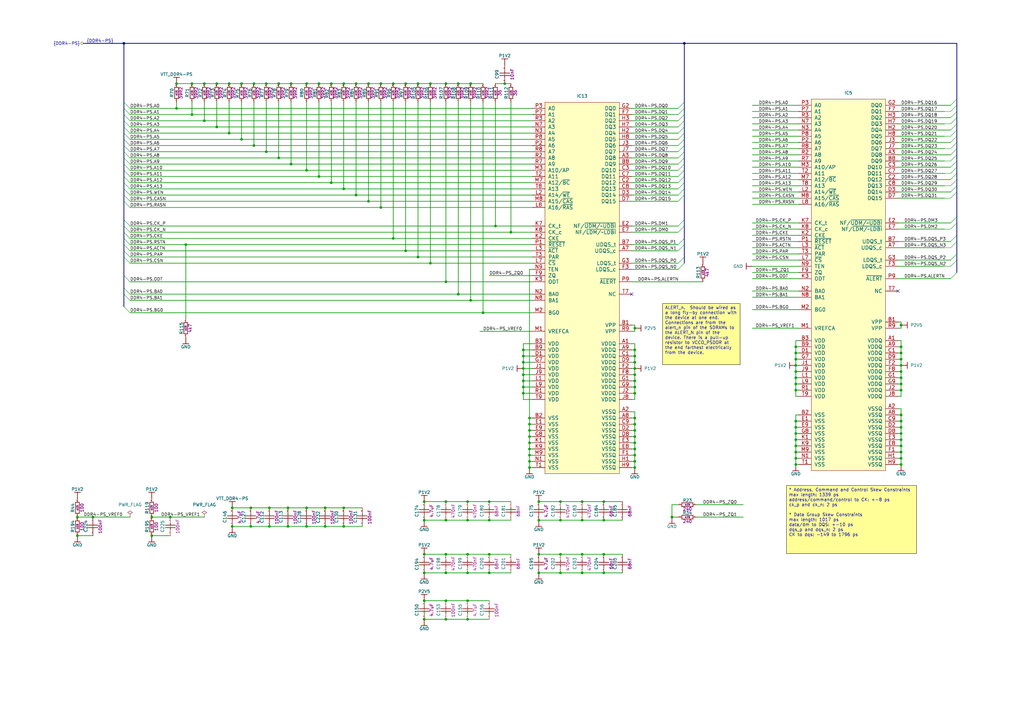
<source format=kicad_sch>
(kicad_sch (version 20250114) (generator "eeschema") (generator_version "9.0")
  (paper "A3")
  (title_block (title "DDR4 Chips") (rev "-"))
  (lib_symbols
    (symbol "Capacitors SMD:CC0402_100NF_25V_10%_X7R_YUDEN_TMK105B7104KVHF" (pin_names (offset 1.27))
      (property "Reference" "C" (at 3.81 3.048 0))
      (property "Val" "100nF" (at 3.81 -3.048 0))
      (symbol "CC0402_100NF_25V_10%_X7R_YUDEN_TMK105B7104KVHF_0_1"
        (pin passive line (at 0 0 0) (length 2.54) (name "1") (number "1"))
        (pin passive line (at 7.62 0 180) (length 2.54) (name "2") (number "2"))
      )
    )
    (symbol "Capacitors SMD:CC0402_10NF_16V_10%_X7R" (pin_names (offset 1.27))
      (property "Reference" "C" (at 3.81 3.048 0))
      (property "Val" "10nF" (at 3.81 -3.048 0))
      (symbol "CC0402_10NF_16V_10%_X7R_0_1"
        (pin passive line (at 0 0 0) (length 2.54) (name "1") (number "1"))
        (pin passive line (at 7.62 0 180) (length 2.54) (name "2") (number "2"))
      )
    )
    (symbol "Capacitors SMD:CC0402_4.7UF_6.3V_20%_X5R" (pin_names (offset 1.27))
      (property "Reference" "C" (at 3.81 3.048 0))
      (property "Val" "4.7uF" (at 3.81 -3.048 0))
      (symbol "CC0402_4.7UF_6.3V_20%_X5R_0_1"
        (pin passive line (at 0 0 0) (length 2.54) (name "1") (number "1"))
        (pin passive line (at 7.62 0 180) (length 2.54) (name "2") (number "2"))
      )
    )
    (symbol "Capacitors SMD:CC0402_470NF_6.3V_10%_X5R" (pin_names (offset 1.27))
      (property "Reference" "C" (at 3.81 3.048 0))
      (property "Val" "470nF" (at 3.81 -3.048 0))
      (symbol "CC0402_470NF_6.3V_10%_X5R_0_1"
        (pin passive line (at 0 0 0) (length 2.54) (name "1") (number "1"))
        (pin passive line (at 7.62 0 180) (length 2.54) (name "2") (number "2"))
      )
    )
    (symbol "Capacitors SMD:CC0402_68NF_16V_10%_X7R" (pin_names (offset 1.27))
      (property "Reference" "C" (at 3.81 3.048 0))
      (property "Val" "68nF" (at 3.81 -3.048 0))
      (symbol "CC0402_68NF_16V_10%_X7R_0_1"
        (pin passive line (at 0 0 0) (length 2.54) (name "1") (number "1"))
        (pin passive line (at 7.62 0 180) (length 2.54) (name "2") (number "2"))
      )
    )
    (symbol "Logic:MT40A512M16LY-075-E" (pin_names (offset 1.27))
      (property "Reference" "IC" (at 15.24 1.27 0))
      (symbol "MT40A512M16LY-075-E_0_1"
        (pin input line (at -5.08 -2.54 0) (length 5.08) (name "A0") (number "P3"))
        (pin input line (at -5.08 -5.08 0) (length 5.08) (name "A1") (number "P7"))
        (pin input line (at -5.08 -7.62 0) (length 5.08) (name "A2") (number "R3"))
        (pin input line (at -5.08 -10.16 0) (length 5.08) (name "A3") (number "N7"))
        (pin input line (at -5.08 -12.7 0) (length 5.08) (name "A4") (number "N3"))
        (pin input line (at -5.08 -15.24 0) (length 5.08) (name "A5") (number "P8"))
        (pin input line (at -5.08 -17.78 0) (length 5.08) (name "A6") (number "P2"))
        (pin input line (at -5.08 -20.32 0) (length 5.08) (name "A7") (number "R8"))
        (pin input line (at -5.08 -22.86 0) (length 5.08) (name "A8") (number "R2"))
        (pin input line (at -5.08 -25.4 0) (length 5.08) (name "A9") (number "R7"))
        (pin input line (at -5.08 -27.94 0) (length 5.08) (name "A10/AP") (number "M3"))
        (pin input line (at -5.08 -30.48 0) (length 5.08) (name "A11") (number "T2"))
        (pin input line (at -5.08 -33.02 0) (length 5.08) (name "A12/~{BC}") (number "M7"))
        (pin input line (at -5.08 -35.56 0) (length 5.08) (name "A13") (number "T8"))
        (pin input line (at -5.08 -38.1 0) (length 5.08) (name "A14/~{WE}") (number "L2"))
        (pin input line (at -5.08 -40.64 0) (length 5.08) (name "A15/~{CAS}") (number "M8"))
        (pin input line (at -5.08 -43.18 0) (length 5.08) (name "A16/~{RAS}") (number "L8"))
        (pin input line (at -5.08 -50.8 0) (length 5.08) (name "CK_t") (number "K7"))
        (pin input line (at -5.08 -53.34 0) (length 5.08) (name "CK_c") (number "K8"))
        (pin input line (at -5.08 -55.88 0) (length 5.08) (name "CKE") (number "K2"))
        (pin input line (at -5.08 -58.42 0) (length 5.08) (name "~{RESET}") (number "P1"))
        (pin input line (at -5.08 -60.96 0) (length 5.08) (name "~{ACT}") (number "L3"))
        (pin input line (at -5.08 -63.5 0) (length 5.08) (name "PAR") (number "T3"))
        (pin input line (at -5.08 -66.04 0) (length 5.08) (name "~{CS}") (number "L7"))
        (pin input line (at -5.08 -68.58 0) (length 5.08) (name "TEN") (number "N9"))
        (pin power_in line (at -5.08 -71.12 0) (length 5.08) (name "ZQ") (number "F9"))
        (pin input line (at -5.08 -73.66 0) (length 5.08) (name "ODT") (number "K3"))
        (pin input line (at -5.08 -78.74 0) (length 5.08) (name "BA0") (number "N2"))
        (pin input line (at -5.08 -81.28 0) (length 5.08) (name "BA1") (number "N8"))
        (pin input line (at -5.08 -86.36 0) (length 5.08) (name "BG0") (number "M2"))
        (pin power_in line (at -5.08 -93.98 0) (length 5.08) (name "VREFCA") (number "M1"))
        (pin power_in line (at -5.08 -99.06 0) (length 5.08) (name "VDD") (number "B3"))
        (pin power_in line (at -5.08 -101.6 0) (length 5.08) (name "VDD") (number "B9"))
        (pin power_in line (at -5.08 -104.14 0) (length 5.08) (name "VDD") (number "D1"))
        (pin power_in line (at -5.08 -106.68 0) (length 5.08) (name "VDD") (number "G7"))
        (pin power_in line (at -5.08 -109.22 0) (length 5.08) (name "VDD") (number "J1"))
        (pin power_in line (at -5.08 -111.76 0) (length 5.08) (name "VDD") (number "J9"))
        (pin power_in line (at -5.08 -114.3 0) (length 5.08) (name "VDD") (number "L1"))
        (pin power_in line (at -5.08 -116.84 0) (length 5.08) (name "VDD") (number "L9"))
        (pin power_in line (at -5.08 -119.38 0) (length 5.08) (name "VDD") (number "R1"))
        (pin power_in line (at -5.08 -121.92 0) (length 5.08) (name "VDD") (number "T9"))
        (pin power_in line (at -5.08 -129.54 0) (length 5.08) (name "VSS") (number "B2"))
        (pin power_in line (at -5.08 -132.08 0) (length 5.08) (name "VSS") (number "E1"))
        (pin power_in line (at -5.08 -134.62 0) (length 5.08) (name "VSS") (number "E9"))
        (pin power_in line (at -5.08 -137.16 0) (length 5.08) (name "VSS") (number "G8"))
        (pin power_in line (at -5.08 -139.7 0) (length 5.08) (name "VSS") (number "K1"))
        (pin power_in line (at -5.08 -142.24 0) (length 5.08) (name "VSS") (number "K9"))
        (pin power_in line (at -5.08 -144.78 0) (length 5.08) (name "VSS") (number "M9"))
        (pin power_in line (at -5.08 -147.32 0) (length 5.08) (name "VSS") (number "N1"))
        (pin power_in line (at -5.08 -149.86 0) (length 5.08) (name "VSS") (number "T1"))
        (pin bidirectional line (at 35.56 -2.54 180) (length 5.08) (name "DQ0") (number "G2"))
        (pin bidirectional line (at 35.56 -5.08 180) (length 5.08) (name "DQ1") (number "F7"))
        (pin bidirectional line (at 35.56 -7.62 180) (length 5.08) (name "DQ2") (number "H3"))
        (pin bidirectional line (at 35.56 -10.16 180) (length 5.08) (name "DQ3") (number "H7"))
        (pin bidirectional line (at 35.56 -12.7 180) (length 5.08) (name "DQ4") (number "H2"))
        (pin bidirectional line (at 35.56 -15.24 180) (length 5.08) (name "DQ5") (number "H8"))
        (pin bidirectional line (at 35.56 -17.78 180) (length 5.08) (name "DQ6") (number "J3"))
        (pin bidirectional line (at 35.56 -20.32 180) (length 5.08) (name "DQ7") (number "J7"))
        (pin bidirectional line (at 35.56 -22.86 180) (length 5.08) (name "DQ8") (number "A3"))
        (pin bidirectional line (at 35.56 -25.4 180) (length 5.08) (name "DQ9") (number "B8"))
        (pin bidirectional line (at 35.56 -27.94 180) (length 5.08) (name "DQ10") (number "C3"))
        (pin bidirectional line (at 35.56 -30.48 180) (length 5.08) (name "DQ11") (number "C7"))
        (pin bidirectional line (at 35.56 -33.02 180) (length 5.08) (name "DQ12") (number "C2"))
        (pin bidirectional line (at 35.56 -35.56 180) (length 5.08) (name "DQ13") (number "C8"))
        (pin bidirectional line (at 35.56 -38.1 180) (length 5.08) (name "DQ14") (number "D3"))
        (pin bidirectional line (at 35.56 -40.64 180) (length 5.08) (name "DQ15") (number "D7"))
        (pin input line (at 35.56 -50.8 180) (length 5.08) (name "NF/~{UDM/~UDBI}") (number "E2"))
        (pin input line (at 35.56 -53.34 180) (length 5.08) (name "NF/~{LDM/~LDBI}") (number "E7"))
        (pin bidirectional line (at 35.56 -58.42 180) (length 5.08) (name "UDQS_t") (number "B7"))
        (pin bidirectional line (at 35.56 -60.96 180) (length 5.08) (name "UDQS_c") (number "A7"))
        (pin bidirectional line (at 35.56 -66.04 180) (length 5.08) (name "LDQS_t") (number "G3"))
        (pin bidirectional line (at 35.56 -68.58 180) (length 5.08) (name "LDQS_c") (number "F3"))
        (pin output line (at 35.56 -73.66 180) (length 5.08) (name "~{ALERT}") (number "P9"))
        (pin power_in line (at 35.56 -78.74 180) (length 5.08) (name "NC") (number "T7"))
        (pin power_in line (at 35.56 -91.44 180) (length 5.08) (name "VPP") (number "B1"))
        (pin power_in line (at 35.56 -93.98 180) (length 5.08) (name "VPP") (number "R9"))
        (pin power_in line (at 35.56 -99.06 180) (length 5.08) (name "VDDQ") (number "A1"))
        (pin power_in line (at 35.56 -101.6 180) (length 5.08) (name "VDDQ") (number "A9"))
        (pin power_in line (at 35.56 -104.14 180) (length 5.08) (name "VDDQ") (number "C1"))
        (pin power_in line (at 35.56 -106.68 180) (length 5.08) (name "VDDQ") (number "D9"))
        (pin power_in line (at 35.56 -109.22 180) (length 5.08) (name "VDDQ") (number "F2"))
        (pin power_in line (at 35.56 -111.76 180) (length 5.08) (name "VDDQ") (number "F8"))
        (pin power_in line (at 35.56 -114.3 180) (length 5.08) (name "VDDQ") (number "G1"))
        (pin power_in line (at 35.56 -116.84 180) (length 5.08) (name "VDDQ") (number "G9"))
        (pin power_in line (at 35.56 -119.38 180) (length 5.08) (name "VDDQ") (number "J2"))
        (pin power_in line (at 35.56 -121.92 180) (length 5.08) (name "VDDQ") (number "J8"))
        (pin power_in line (at 35.56 -127 180) (length 5.08) (name "VSSQ") (number "A2"))
        (pin power_in line (at 35.56 -129.54 180) (length 5.08) (name "VSSQ") (number "A8"))
        (pin power_in line (at 35.56 -132.08 180) (length 5.08) (name "VSSQ") (number "C9"))
        (pin power_in line (at 35.56 -134.62 180) (length 5.08) (name "VSSQ") (number "D2"))
        (pin power_in line (at 35.56 -137.16 180) (length 5.08) (name "VSSQ") (number "D8"))
        (pin power_in line (at 35.56 -139.7 180) (length 5.08) (name "VSSQ") (number "E3"))
        (pin power_in line (at 35.56 -142.24 180) (length 5.08) (name "VSSQ") (number "E8"))
        (pin power_in line (at 35.56 -144.78 180) (length 5.08) (name "VSSQ") (number "F1"))
        (pin power_in line (at 35.56 -147.32 180) (length 5.08) (name "VSSQ") (number "H1"))
        (pin power_in line (at 35.56 -149.86 180) (length 5.08) (name "VSSQ") (number "H9"))
      )
    )
    (symbol "R0402_100R_1%_0.0625W_100PPM_1" (pin_names (offset 1.27))
      (property "Reference" "R" (at 3.81 1.778 0))
      (property "Tolerance" "±1%" (at 3.81 0 0))
      (property "Val" "100" (at 3.81 -1.778 0))
      (symbol "R0402_100R_1%_0.0625W_100PPM_1_0_1"
        (pin passive line (at 0 0 0) (length 1.524) (name "1") (number "1"))
        (pin passive line (at 7.62 0 180) (length 1.524) (name "2") (number "2"))
      )
    )
    (symbol "R0402_100R_1%_0.0625W_100PPM_2" (pin_names (offset 1.27))
      (property "Reference" "R" (at 3.81 1.778 0))
      (property "Tolerance" "±1%" (at 3.81 0 0))
      (property "Val" "100" (at 3.81 -1.778 0))
      (symbol "R0402_100R_1%_0.0625W_100PPM_2_0_1"
        (pin passive line (at 0 0 0) (length 1.524) (name "1") (number "1"))
        (pin passive line (at 7.62 0 180) (length 1.524) (name "2") (number "2"))
      )
    )
    (symbol "R0402_100R_1%_0.0625W_100PPM_3" (pin_names (offset 1.27))
      (property "Reference" "R" (at 3.81 1.778 0))
      (property "Tolerance" "±1%" (at 3.81 0 0))
      (property "Val" "100" (at 3.81 -1.778 0))
      (symbol "R0402_100R_1%_0.0625W_100PPM_3_0_1"
        (pin passive line (at 0 0 0) (length 1.524) (name "1") (number "1"))
        (pin passive line (at 7.62 0 180) (length 1.524) (name "2") (number "2"))
      )
    )
    (symbol "R0402_240R_1%_0.0625W_100PPM_1" (pin_names (offset 1.27))
      (property "Reference" "R" (at 3.81 1.778 0))
      (property "Tolerance" "±1%" (at 3.81 0 0))
      (property "Val" "240" (at 3.81 -1.778 0))
      (symbol "R0402_240R_1%_0.0625W_100PPM_1_0_1"
        (pin passive line (at 0 0 0) (length 1.524) (name "1") (number "1"))
        (pin passive line (at 7.62 0 180) (length 1.524) (name "2") (number "2"))
      )
    )
    (symbol "R0402_36R_1%_0.0625W_100PPM_1" (pin_names (offset 1.27))
      (property "Reference" "R" (at 3.81 1.778 0))
      (property "Tolerance" "±1%" (at 3.81 0 0))
      (property "Val" "36" (at 3.81 -1.778 0))
      (symbol "R0402_36R_1%_0.0625W_100PPM_1_0_1"
        (pin passive line (at 0 0 0) (length 1.524) (name "1") (number "1"))
        (pin passive line (at 7.62 0 180) (length 1.524) (name "2") (number "2"))
      )
    )
    (symbol "R0402_39R2_1%_0.063W_100PPM_1" (pin_names (offset 1.27))
      (property "Reference" "R" (at 3.81 1.778 0))
      (property "Tolerance" "±1%" (at 3.81 0 0))
      (property "Val" "39R2" (at 3.81 -1.778 0))
      (symbol "R0402_39R2_1%_0.063W_100PPM_1_0_1"
        (pin passive line (at 0 0 0) (length 1.524) (name "1") (number "1"))
        (pin passive line (at 7.62 0 180) (length 1.524) (name "2") (number "2"))
      )
    )
    (symbol "R0402_39R2_1%_0.063W_100PPM_10" (pin_names (offset 1.27))
      (property "Reference" "R" (at 3.81 1.778 0))
      (property "Tolerance" "±1%" (at 3.81 0 0))
      (property "Val" "39R2" (at 3.81 -1.778 0))
      (symbol "R0402_39R2_1%_0.063W_100PPM_10_0_1"
        (pin passive line (at 0 0 0) (length 1.524) (name "1") (number "1"))
        (pin passive line (at 7.62 0 180) (length 1.524) (name "2") (number "2"))
      )
    )
    (symbol "R0402_39R2_1%_0.063W_100PPM_11" (pin_names (offset 1.27))
      (property "Reference" "R" (at 3.81 1.778 0))
      (property "Tolerance" "±1%" (at 3.81 0 0))
      (property "Val" "39R2" (at 3.81 -1.778 0))
      (symbol "R0402_39R2_1%_0.063W_100PPM_11_0_1"
        (pin passive line (at 0 0 0) (length 1.524) (name "1") (number "1"))
        (pin passive line (at 7.62 0 180) (length 1.524) (name "2") (number "2"))
      )
    )
    (symbol "R0402_39R2_1%_0.063W_100PPM_12" (pin_names (offset 1.27))
      (property "Reference" "R" (at 3.81 1.778 0))
      (property "Tolerance" "±1%" (at 3.81 0 0))
      (property "Val" "39R2" (at 3.81 -1.778 0))
      (symbol "R0402_39R2_1%_0.063W_100PPM_12_0_1"
        (pin passive line (at 0 0 0) (length 1.524) (name "1") (number "1"))
        (pin passive line (at 7.62 0 180) (length 1.524) (name "2") (number "2"))
      )
    )
    (symbol "R0402_39R2_1%_0.063W_100PPM_13" (pin_names (offset 1.27))
      (property "Reference" "R" (at 3.81 1.778 0))
      (property "Tolerance" "±1%" (at 3.81 0 0))
      (property "Val" "39R2" (at 3.81 -1.778 0))
      (symbol "R0402_39R2_1%_0.063W_100PPM_13_0_1"
        (pin passive line (at 0 0 0) (length 1.524) (name "1") (number "1"))
        (pin passive line (at 7.62 0 180) (length 1.524) (name "2") (number "2"))
      )
    )
    (symbol "R0402_39R2_1%_0.063W_100PPM_14" (pin_names (offset 1.27))
      (property "Reference" "R" (at 3.81 1.778 0))
      (property "Tolerance" "±1%" (at 3.81 0 0))
      (property "Val" "39R2" (at 3.81 -1.778 0))
      (symbol "R0402_39R2_1%_0.063W_100PPM_14_0_1"
        (pin passive line (at 0 0 0) (length 1.524) (name "1") (number "1"))
        (pin passive line (at 7.62 0 180) (length 1.524) (name "2") (number "2"))
      )
    )
    (symbol "R0402_39R2_1%_0.063W_100PPM_15" (pin_names (offset 1.27))
      (property "Reference" "R" (at 3.81 1.778 0))
      (property "Tolerance" "±1%" (at 3.81 0 0))
      (property "Val" "39R2" (at 3.81 -1.778 0))
      (symbol "R0402_39R2_1%_0.063W_100PPM_15_0_1"
        (pin passive line (at 0 0 0) (length 1.524) (name "1") (number "1"))
        (pin passive line (at 7.62 0 180) (length 1.524) (name "2") (number "2"))
      )
    )
    (symbol "R0402_39R2_1%_0.063W_100PPM_16" (pin_names (offset 1.27))
      (property "Reference" "R" (at 3.81 1.778 0))
      (property "Tolerance" "±1%" (at 3.81 0 0))
      (property "Val" "39R2" (at 3.81 -1.778 0))
      (symbol "R0402_39R2_1%_0.063W_100PPM_16_0_1"
        (pin passive line (at 0 0 0) (length 1.524) (name "1") (number "1"))
        (pin passive line (at 7.62 0 180) (length 1.524) (name "2") (number "2"))
      )
    )
    (symbol "R0402_39R2_1%_0.063W_100PPM_17" (pin_names (offset 1.27))
      (property "Reference" "R" (at 3.81 1.778 0))
      (property "Tolerance" "±1%" (at 3.81 0 0))
      (property "Val" "39R2" (at 3.81 -1.778 0))
      (symbol "R0402_39R2_1%_0.063W_100PPM_17_0_1"
        (pin passive line (at 0 0 0) (length 1.524) (name "1") (number "1"))
        (pin passive line (at 7.62 0 180) (length 1.524) (name "2") (number "2"))
      )
    )
    (symbol "R0402_39R2_1%_0.063W_100PPM_18" (pin_names (offset 1.27))
      (property "Reference" "R" (at 3.81 1.778 0))
      (property "Tolerance" "±1%" (at 3.81 0 0))
      (property "Val" "39R2" (at 3.81 -1.778 0))
      (symbol "R0402_39R2_1%_0.063W_100PPM_18_0_1"
        (pin passive line (at 0 0 0) (length 1.524) (name "1") (number "1"))
        (pin passive line (at 7.62 0 180) (length 1.524) (name "2") (number "2"))
      )
    )
    (symbol "R0402_39R2_1%_0.063W_100PPM_19" (pin_names (offset 1.27))
      (property "Reference" "R" (at 3.81 1.778 0))
      (property "Tolerance" "±1%" (at 3.81 0 0))
      (property "Val" "39R2" (at 3.81 -1.778 0))
      (symbol "R0402_39R2_1%_0.063W_100PPM_19_0_1"
        (pin passive line (at 0 0 0) (length 1.524) (name "1") (number "1"))
        (pin passive line (at 7.62 0 180) (length 1.524) (name "2") (number "2"))
      )
    )
    (symbol "R0402_39R2_1%_0.063W_100PPM_2" (pin_names (offset 1.27))
      (property "Reference" "R" (at 3.81 1.778 0))
      (property "Tolerance" "±1%" (at 3.81 0 0))
      (property "Val" "39R2" (at 3.81 -1.778 0))
      (symbol "R0402_39R2_1%_0.063W_100PPM_2_0_1"
        (pin passive line (at 0 0 0) (length 1.524) (name "1") (number "1"))
        (pin passive line (at 7.62 0 180) (length 1.524) (name "2") (number "2"))
      )
    )
    (symbol "R0402_39R2_1%_0.063W_100PPM_20" (pin_names (offset 1.27))
      (property "Reference" "R" (at 3.81 1.778 0))
      (property "Tolerance" "±1%" (at 3.81 0 0))
      (property "Val" "39R2" (at 3.81 -1.778 0))
      (symbol "R0402_39R2_1%_0.063W_100PPM_20_0_1"
        (pin passive line (at 0 0 0) (length 1.524) (name "1") (number "1"))
        (pin passive line (at 7.62 0 180) (length 1.524) (name "2") (number "2"))
      )
    )
    (symbol "R0402_39R2_1%_0.063W_100PPM_21" (pin_names (offset 1.27))
      (property "Reference" "R" (at 3.81 1.778 0))
      (property "Tolerance" "±1%" (at 3.81 0 0))
      (property "Val" "39R2" (at 3.81 -1.778 0))
      (symbol "R0402_39R2_1%_0.063W_100PPM_21_0_1"
        (pin passive line (at 0 0 0) (length 1.524) (name "1") (number "1"))
        (pin passive line (at 7.62 0 180) (length 1.524) (name "2") (number "2"))
      )
    )
    (symbol "R0402_39R2_1%_0.063W_100PPM_22" (pin_names (offset 1.27))
      (property "Reference" "R" (at 3.81 1.778 0))
      (property "Tolerance" "±1%" (at 3.81 0 0))
      (property "Val" "39R2" (at 3.81 -1.778 0))
      (symbol "R0402_39R2_1%_0.063W_100PPM_22_0_1"
        (pin passive line (at 0 0 0) (length 1.524) (name "1") (number "1"))
        (pin passive line (at 7.62 0 180) (length 1.524) (name "2") (number "2"))
      )
    )
    (symbol "R0402_39R2_1%_0.063W_100PPM_23" (pin_names (offset 1.27))
      (property "Reference" "R" (at 3.81 1.778 0))
      (property "Tolerance" "±1%" (at 3.81 0 0))
      (property "Val" "39R2" (at 3.81 -1.778 0))
      (symbol "R0402_39R2_1%_0.063W_100PPM_23_0_1"
        (pin passive line (at 0 0 0) (length 1.524) (name "1") (number "1"))
        (pin passive line (at 7.62 0 180) (length 1.524) (name "2") (number "2"))
      )
    )
    (symbol "R0402_39R2_1%_0.063W_100PPM_24" (pin_names (offset 1.27))
      (property "Reference" "R" (at 3.81 1.778 0))
      (property "Tolerance" "±1%" (at 3.81 0 0))
      (property "Val" "39R2" (at 3.81 -1.778 0))
      (symbol "R0402_39R2_1%_0.063W_100PPM_24_0_1"
        (pin passive line (at 0 0 0) (length 1.524) (name "1") (number "1"))
        (pin passive line (at 7.62 0 180) (length 1.524) (name "2") (number "2"))
      )
    )
    (symbol "R0402_39R2_1%_0.063W_100PPM_3" (pin_names (offset 1.27))
      (property "Reference" "R" (at 3.81 1.778 0))
      (property "Tolerance" "±1%" (at 3.81 0 0))
      (property "Val" "39R2" (at 3.81 -1.778 0))
      (symbol "R0402_39R2_1%_0.063W_100PPM_3_0_1"
        (pin passive line (at 0 0 0) (length 1.524) (name "1") (number "1"))
        (pin passive line (at 7.62 0 180) (length 1.524) (name "2") (number "2"))
      )
    )
    (symbol "R0402_39R2_1%_0.063W_100PPM_4" (pin_names (offset 1.27))
      (property "Reference" "R" (at 3.81 1.778 0))
      (property "Tolerance" "±1%" (at 3.81 0 0))
      (property "Val" "39R2" (at 3.81 -1.778 0))
      (symbol "R0402_39R2_1%_0.063W_100PPM_4_0_1"
        (pin passive line (at 0 0 0) (length 1.524) (name "1") (number "1"))
        (pin passive line (at 7.62 0 180) (length 1.524) (name "2") (number "2"))
      )
    )
    (symbol "R0402_39R2_1%_0.063W_100PPM_5" (pin_names (offset 1.27))
      (property "Reference" "R" (at 3.81 1.778 0))
      (property "Tolerance" "±1%" (at 3.81 0 0))
      (property "Val" "39R2" (at 3.81 -1.778 0))
      (symbol "R0402_39R2_1%_0.063W_100PPM_5_0_1"
        (pin passive line (at 0 0 0) (length 1.524) (name "1") (number "1"))
        (pin passive line (at 7.62 0 180) (length 1.524) (name "2") (number "2"))
      )
    )
    (symbol "R0402_39R2_1%_0.063W_100PPM_6" (pin_names (offset 1.27))
      (property "Reference" "R" (at 3.81 1.778 0))
      (property "Tolerance" "±1%" (at 3.81 0 0))
      (property "Val" "39R2" (at 3.81 -1.778 0))
      (symbol "R0402_39R2_1%_0.063W_100PPM_6_0_1"
        (pin passive line (at 0 0 0) (length 1.524) (name "1") (number "1"))
        (pin passive line (at 7.62 0 180) (length 1.524) (name "2") (number "2"))
      )
    )
    (symbol "R0402_39R2_1%_0.063W_100PPM_7" (pin_names (offset 1.27))
      (property "Reference" "R" (at 3.81 1.778 0))
      (property "Tolerance" "±1%" (at 3.81 0 0))
      (property "Val" "39R2" (at 3.81 -1.778 0))
      (symbol "R0402_39R2_1%_0.063W_100PPM_7_0_1"
        (pin passive line (at 0 0 0) (length 1.524) (name "1") (number "1"))
        (pin passive line (at 7.62 0 180) (length 1.524) (name "2") (number "2"))
      )
    )
    (symbol "R0402_39R2_1%_0.063W_100PPM_8" (pin_names (offset 1.27))
      (property "Reference" "R" (at 3.81 1.778 0))
      (property "Tolerance" "±1%" (at 3.81 0 0))
      (property "Val" "39R2" (at 3.81 -1.778 0))
      (symbol "R0402_39R2_1%_0.063W_100PPM_8_0_1"
        (pin passive line (at 0 0 0) (length 1.524) (name "1") (number "1"))
        (pin passive line (at 7.62 0 180) (length 1.524) (name "2") (number "2"))
      )
    )
    (symbol "R0402_39R2_1%_0.063W_100PPM_9" (pin_names (offset 1.27))
      (property "Reference" "R" (at 3.81 1.778 0))
      (property "Tolerance" "±1%" (at 3.81 0 0))
      (property "Val" "39R2" (at 3.81 -1.778 0))
      (symbol "R0402_39R2_1%_0.063W_100PPM_9_0_1"
        (pin passive line (at 0 0 0) (length 1.524) (name "1") (number "1"))
        (pin passive line (at 7.62 0 180) (length 1.524) (name "2") (number "2"))
      )
    )
    (symbol "R0402_4K7_1%_0.0625W_100PPM_1" (pin_names (offset 1.27))
      (property "Reference" "R" (at 3.81 1.778 0))
      (property "Tolerance" "±1%" (at 3.81 0 0))
      (property "Val" "4k7" (at 3.81 -1.778 0))
      (symbol "R0402_4K7_1%_0.0625W_100PPM_1_0_1"
        (pin passive line (at 0 0 0) (length 1.524) (name "1") (number "1"))
        (pin passive line (at 7.62 0 180) (length 1.524) (name "2") (number "2"))
      )
    )
    (symbol "Resistors SMD:R0402_100R_1%_0.0625W_100PPM" (pin_names (offset 1.27))
      (property "Reference" "R" (at 3.81 1.778 0))
      (property "Tolerance" "±1%" (at 3.81 0 0))
      (property "Val" "100" (at 3.81 -1.778 0))
      (symbol "R0402_100R_1%_0.0625W_100PPM_0_1"
        (pin passive line (at 0 0 0) (length 1.524) (name "1") (number "1"))
        (pin passive line (at 7.62 0 180) (length 1.524) (name "2") (number "2"))
      )
    )
    (symbol "Resistors SMD:R0402_240R_1%_0.0625W_100PPM" (pin_names (offset 1.27))
      (property "Reference" "R" (at 3.81 1.778 0))
      (property "Tolerance" "±1%" (at 3.81 0 0))
      (property "Val" "240" (at 3.81 -1.778 0))
      (symbol "R0402_240R_1%_0.0625W_100PPM_0_1"
        (pin passive line (at 0 0 0) (length 1.524) (name "1") (number "1"))
        (pin passive line (at 7.62 0 180) (length 1.524) (name "2") (number "2"))
      )
    )
    (symbol "Resistors SMD:R0402_36R_1%_0.0625W_100PPM" (pin_names (offset 1.27))
      (property "Reference" "R" (at 3.81 1.778 0))
      (property "Tolerance" "±1%" (at 3.81 0 0))
      (property "Val" "36" (at 3.81 -1.778 0))
      (symbol "R0402_36R_1%_0.0625W_100PPM_0_1"
        (pin passive line (at 0 0 0) (length 1.524) (name "1") (number "1"))
        (pin passive line (at 7.62 0 180) (length 1.524) (name "2") (number "2"))
      )
    )
    (symbol "Resistors SMD:R0402_39R2_1%_0.063W_100PPM" (pin_names (offset 1.27))
      (property "Reference" "R" (at 3.81 1.778 0))
      (property "Tolerance" "±1%" (at 3.81 0 0))
      (property "Val" "39R2" (at 3.81 -1.778 0))
      (symbol "R0402_39R2_1%_0.063W_100PPM_0_1"
        (pin passive line (at 0 0 0) (length 1.524) (name "1") (number "1"))
        (pin passive line (at 7.62 0 180) (length 1.524) (name "2") (number "2"))
      )
    )
    (symbol "Resistors SMD:R0402_4K7_1%_0.0625W_100PPM" (pin_names (offset 1.27))
      (property "Reference" "R" (at 3.81 1.778 0))
      (property "Tolerance" "±1%" (at 3.81 0 0))
      (property "Val" "4k7" (at 3.81 -1.778 0))
      (symbol "R0402_4K7_1%_0.0625W_100PPM_0_1"
        (pin passive line (at 0 0 0) (length 1.524) (name "1") (number "1"))
        (pin passive line (at 7.62 0 180) (length 1.524) (name "2") (number "2"))
      )
    )
    (symbol "power:PWR_FLAG" (power) (pin_numbers (hide yes)) (pin_names (offset 0) (hide yes))
      (property "Value" "PWR_FLAG" (at 0 3.81 0))
      (symbol "PWR_FLAG_0_0"
        (pin power_out line (at 0 0 90) (length 0) (name "pwr") (number "1"))
      )
    )
    (symbol "pxie-wren-altium-import:GND" (power)
      (property "Reference" "#PWR" (at 0 0 0))
      (property "Value" "GND" (at 0 3.81 0))
      (symbol "GND_0_0"
        (pin power_in line (at 0 0 0) (length 0) (hide yes) (name "GND") (number ""))
      )
    )
    (symbol "pxie-wren-altium-import:P1V2" (power)
      (property "Reference" "#PWR" (at 0 0 0))
      (property "Value" "P1V2" (at 0 3.81 0))
      (symbol "P1V2_0_0"
        (pin power_in line (at 0 0 0) (length 0) (hide yes) (name "P1V2") (number ""))
      )
    )
    (symbol "pxie-wren-altium-import:P2V5" (power)
      (property "Reference" "#PWR" (at 0 0 0))
      (property "Value" "P2V5" (at 0 3.81 0))
      (symbol "P2V5_0_0"
        (pin power_in line (at 0 0 0) (length 0) (hide yes) (name "P2V5") (number ""))
      )
    )
    (symbol "pxie-wren-altium-import:VTT_DDR4-PS" (power)
      (property "Reference" "#PWR" (at 0 0 0))
      (property "Value" "VTT_DDR4-PS" (at 0 3.81 0))
      (symbol "VTT_DDR4-PS_0_0"
        (pin power_in line (at 0 0 0) (length 0) (hide yes) (name "VTT_DDR4-PS") (number ""))
      )
    )
  )
  (bus_alias "DDR4-PS" (members "DDR4-PS.DQ[31..0]" "DDR4-PS.DM[3..0]" "DDR4-PS.DQS_P[3..0]" "DDR4-PS.DQS_N[3..0]" "DDR4-PS.A[13..0]" "DDR4-PS.CK_P" "DDR4-PS.CK_N" "DDR4-PS.CKE" "DDR4-PS.RSTN" "DDR4-PS.ACTN" "DDR4-PS.PAR" "DDR4-PS.CSN" "DDR4-PS.ODT" "DDR4-PS.BA[1..0]" "DDR4-PS.BG0" "DDR4-PS.ALERTN" "DDR4-PS.WEN" "DDR4-PS.CASN" "DDR4-PS.RASN"))
  (text_box "* Address, Command and Control Skew Constraints\nmax length: 1339 ps\naddress/command/control to CK: +-8 ps\nck_p and ck_n: 2 ps\n\n* Data Group Skew Constraints\nmax length: 1017 ps\ndata/dm to DQS: +-10 ps\ndqs_p and dqs_n: 2 ps\nCK to dqs: -149 to 1796 ps" (at 322.58 199.136 0) (size 53.34 27.94) (margins 0.9525 0.9525 0.9525 0.9525) (stroke (width 0) (color 0 0 0 1)) (fill (type color) (color 255 255 150 1)) (effects (font (size 1.27 1.27)) (justify left top)))
  (text_box "ALERT_n.  Should be wired as a long fly-by connection with the device at one end. Connections are from the alert_n pin of the SDRAMs to the ALERT_N pin of the device. There is a pull-up resistor to VCCO_PSDDR at the end farthest electrically from the device." (at 271.78 124.46 0) (size 31.75 25.146) (margins 0.9525 0.9525 0.9525 0.9525) (stroke (width 0) (color 0 0 0 1)) (fill (type color) (color 255 255 150 1)) (effects (font (size 1.27 1.27)) (justify left top)))
  (junction (at 191.77 234.95))
  (junction (at 31.75 212.09))
  (junction (at 238.76 213.36))
  (junction (at 214.63 146.05))
  (junction (at 369.57 154.94))
  (junction (at 109.22 62.23))
  (junction (at 69.85 212.09))
  (junction (at 133.35 208.28))
  (junction (at 369.57 190.5))
  (junction (at 166.37 102.87))
  (junction (at 133.35 215.9))
  (junction (at 214.63 161.29))
  (junction (at 214.63 158.75))
  (junction (at 229.87 227.33))
  (junction (at 125.73 215.9))
  (junction (at 171.45 34.29))
  (junction (at 260.35 181.61))
  (junction (at 140.97 34.29))
  (junction (at 369.57 147.32))
  (junction (at 182.88 34.29))
  (junction (at 72.39 34.29))
  (junction (at 217.17 176.53))
  (junction (at 146.05 80.01))
  (junction (at 118.11 208.28))
  (junction (at 110.49 208.28))
  (junction (at 369.57 177.8))
  (junction (at 135.89 34.29))
  (junction (at 369.57 185.42))
  (junction (at 104.14 59.69))
  (junction (at 114.3 34.29))
  (junction (at 214.63 151.13))
  (junction (at 102.87 208.28))
  (junction (at 200.66 205.74))
  (junction (at 88.9 52.07))
  (junction (at 260.35 173.99))
  (junction (at 326.39 172.72))
  (junction (at 207.01 34.29))
  (junction (at 173.99 227.33))
  (junction (at 217.17 186.69))
  (junction (at 182.88 227.33))
  (junction (at 260.35 179.07))
  (junction (at 326.39 187.96))
  (junction (at 220.98 234.95))
  (junction (at 173.99 213.36))
  (junction (at 217.17 189.23))
  (junction (at 31.75 219.71))
  (junction (at 369.57 182.88))
  (junction (at 275.59 212.09))
  (junction (at 182.88 213.36))
  (junction (at 151.13 34.29))
  (junction (at 125.73 69.85))
  (junction (at 140.97 77.47))
  (junction (at 99.06 34.29))
  (junction (at 369.57 142.24))
  (junction (at 229.87 234.95))
  (junction (at 326.39 180.34))
  (junction (at 156.21 34.29))
  (junction (at 110.49 215.9))
  (junction (at 38.1 212.09))
  (junction (at 93.98 34.29))
  (junction (at 209.55 95.25))
  (junction (at 217.17 184.15))
  (junction (at 187.96 34.29))
  (junction (at 260.35 151.13))
  (junction (at 191.77 205.74))
  (junction (at 62.23 212.09))
  (junction (at 260.35 189.23))
  (junction (at 238.76 205.74))
  (junction (at 326.39 154.94))
  (junction (at 161.29 97.79))
  (junction (at 76.2 100.33))
  (junction (at 95.25 215.9))
  (junction (at 369.57 180.34))
  (junction (at 260.35 134.62))
  (junction (at 369.57 152.4))
  (junction (at 182.88 205.74))
  (junction (at 151.13 82.55))
  (junction (at 369.57 170.18))
  (junction (at 260.35 143.51))
  (junction (at 161.29 34.29))
  (junction (at 109.22 34.29))
  (junction (at 369.57 144.78))
  (junction (at 83.82 34.29))
  (junction (at 171.45 105.41))
  (junction (at 193.04 34.29))
  (junction (at 119.38 67.31))
  (junction (at 369.57 175.26))
  (junction (at 191.77 227.33))
  (junction (at 200.66 227.33))
  (junction (at 238.76 234.95))
  (junction (at 369.57 149.86))
  (junction (at 102.87 215.9))
  (junction (at 83.82 49.53))
  (junction (at 217.17 173.99))
  (junction (at 125.73 34.29))
  (junction (at 62.23 219.71))
  (junction (at 326.39 185.42))
  (junction (at 50.8 17.78))
  (junction (at 130.81 72.39))
  (junction (at 220.98 227.33))
  (junction (at 173.99 205.74))
  (junction (at 104.14 34.29))
  (junction (at 217.17 191.77))
  (junction (at 119.38 34.29))
  (junction (at 369.57 157.48))
  (junction (at 182.88 234.95))
  (junction (at 200.66 234.95))
  (junction (at 72.39 44.45))
  (junction (at 78.74 34.29))
  (junction (at 140.97 208.28))
  (junction (at 260.35 184.15))
  (junction (at 260.35 146.05))
  (junction (at 326.39 160.02))
  (junction (at 260.35 153.67))
  (junction (at 229.87 205.74))
  (junction (at 326.39 147.32))
  (junction (at 326.39 157.48))
  (junction (at 260.35 176.53))
  (junction (at 260.35 161.29))
  (junction (at 260.35 171.45))
  (junction (at 220.98 213.36))
  (junction (at 326.39 190.5))
  (junction (at 156.21 85.09))
  (junction (at 247.65 205.74))
  (junction (at 247.65 213.36))
  (junction (at 191.77 246.38))
  (junction (at 93.98 54.61))
  (junction (at 247.65 227.33))
  (junction (at 220.98 205.74))
  (junction (at 326.39 142.24))
  (junction (at 130.81 34.29))
  (junction (at 326.39 175.26))
  (junction (at 369.57 172.72))
  (junction (at 140.97 215.9))
  (junction (at 135.89 74.93))
  (junction (at 217.17 179.07))
  (junction (at 326.39 144.78))
  (junction (at 99.06 57.15))
  (junction (at 78.74 46.99))
  (junction (at 198.12 128.27))
  (junction (at 326.39 149.86))
  (junction (at 369.57 187.96))
  (junction (at 260.35 158.75))
  (junction (at 182.88 254))
  (junction (at 114.3 64.77))
  (junction (at 95.25 208.28))
  (junction (at 88.9 34.29))
  (junction (at 146.05 34.29))
  (junction (at 260.35 148.59))
  (junction (at 260.35 191.77))
  (junction (at 260.35 156.21))
  (junction (at 166.37 34.29))
  (junction (at 125.73 208.28))
  (junction (at 229.87 213.36))
  (junction (at 173.99 254))
  (junction (at 203.2 92.71))
  (junction (at 260.35 186.69))
  (junction (at 326.39 177.8))
  (junction (at 214.63 143.51))
  (junction (at 182.88 246.38))
  (junction (at 369.57 133.35))
  (junction (at 187.96 120.65))
  (junction (at 118.11 215.9))
  (junction (at 214.63 148.59))
  (junction (at 173.99 234.95))
  (junction (at 191.77 254))
  (junction (at 238.76 227.33))
  (junction (at 369.57 160.02))
  (junction (at 200.66 213.36))
  (junction (at 326.39 182.88))
  (junction (at 191.77 213.36))
  (junction (at 176.53 107.95))
  (junction (at 182.88 115.57))
  (junction (at 217.17 171.45))
  (junction (at 173.99 246.38))
  (junction (at 214.63 156.21))
  (junction (at 176.53 34.29))
  (junction (at 193.04 123.19))
  (junction (at 326.39 152.4))
  (junction (at 217.17 181.61))
  (junction (at 247.65 234.95))
  (junction (at 214.63 153.67))
  (junction (at 280.67 17.78))
  (no_connect (at 368.3 119.38))
  (no_connect (at 259.08 120.65))
  (bus_entry (at 50.8 105.41) (size 2.54 2.54))
  (bus_entry (at 278.13 82.55) (size 2.54 -2.54))
  (bus_entry (at 50.8 59.69) (size 2.54 2.54))
  (bus_entry (at 278.13 107.95) (size 2.54 -2.54))
  (bus_entry (at 50.8 52.07) (size 2.54 2.54))
  (bus_entry (at 389.89 66.04) (size 2.54 -2.54))
  (bus_entry (at 389.89 58.42) (size 2.54 -2.54))
  (bus_entry (at 392.43 104.14) (size -2.54 2.54))
  (bus_entry (at 392.43 111.76) (size -2.54 2.54))
  (bus_entry (at 389.89 76.2) (size 2.54 -2.54))
  (bus_entry (at 389.89 81.28) (size 2.54 -2.54))
  (bus_entry (at 50.8 125.73) (size 2.54 2.54))
  (bus_entry (at 278.13 95.25) (size 2.54 -2.54))
  (bus_entry (at 389.89 60.96) (size 2.54 -2.54))
  (bus_entry (at 389.89 63.5) (size 2.54 -2.54))
  (bus_entry (at 389.89 73.66) (size 2.54 -2.54))
  (bus_entry (at 50.8 72.39) (size 2.54 2.54))
  (bus_entry (at 50.8 80.01) (size 2.54 2.54))
  (bus_entry (at 50.8 74.93) (size 2.54 2.54))
  (bus_entry (at 278.13 59.69) (size 2.54 -2.54))
  (bus_entry (at 389.89 93.98) (size 2.54 -2.54))
  (bus_entry (at 389.89 68.58) (size 2.54 -2.54))
  (bus_entry (at 50.8 44.45) (size 2.54 2.54))
  (bus_entry (at 278.13 110.49) (size 2.54 -2.54))
  (bus_entry (at 389.89 78.74) (size 2.54 -2.54))
  (bus_entry (at 389.89 71.12) (size 2.54 -2.54))
  (bus_entry (at 278.13 67.31) (size 2.54 -2.54))
  (bus_entry (at 278.13 72.39) (size 2.54 -2.54))
  (bus_entry (at 278.13 74.93) (size 2.54 -2.54))
  (bus_entry (at 50.8 77.47) (size 2.54 2.54))
  (bus_entry (at 50.8 41.91) (size 2.54 2.54))
  (bus_entry (at 50.8 113.03) (size 2.54 2.54))
  (bus_entry (at 50.8 54.61) (size 2.54 2.54))
  (bus_entry (at 389.89 91.44) (size 2.54 -2.54))
  (bus_entry (at 278.13 69.85) (size 2.54 -2.54))
  (bus_entry (at 278.13 62.23) (size 2.54 -2.54))
  (bus_entry (at 50.8 67.31) (size 2.54 2.54))
  (bus_entry (at 278.13 52.07) (size 2.54 -2.54))
  (bus_entry (at 392.43 99.06) (size -2.54 2.54))
  (bus_entry (at 389.89 53.34) (size 2.54 -2.54))
  (bus_entry (at 50.8 62.23) (size 2.54 2.54))
  (bus_entry (at 278.13 44.45) (size 2.54 -2.54))
  (bus_entry (at 50.8 49.53) (size 2.54 2.54))
  (bus_entry (at 50.8 118.11) (size 2.54 2.54))
  (bus_entry (at 392.43 106.68) (size -2.54 2.54))
  (bus_entry (at 389.89 43.18) (size 2.54 -2.54))
  (bus_entry (at 389.89 45.72) (size 2.54 -2.54))
  (bus_entry (at 278.13 100.33) (size 2.54 -2.54))
  (bus_entry (at 278.13 57.15) (size 2.54 -2.54))
  (bus_entry (at 278.13 49.53) (size 2.54 -2.54))
  (bus_entry (at 389.89 50.8) (size 2.54 -2.54))
  (bus_entry (at 278.13 102.87) (size 2.54 -2.54))
  (bus_entry (at 50.8 46.99) (size 2.54 2.54))
  (bus_entry (at 50.8 100.33) (size 2.54 2.54))
  (bus_entry (at 50.8 102.87) (size 2.54 2.54))
  (bus_entry (at 50.8 95.25) (size 2.54 2.54))
  (bus_entry (at 278.13 77.47) (size 2.54 -2.54))
  (bus_entry (at 278.13 64.77) (size 2.54 -2.54))
  (bus_entry (at 278.13 54.61) (size 2.54 -2.54))
  (bus_entry (at 278.13 92.71) (size 2.54 -2.54))
  (bus_entry (at 50.8 64.77) (size 2.54 2.54))
  (bus_entry (at 278.13 46.99) (size 2.54 -2.54))
  (bus_entry (at 50.8 69.85) (size 2.54 2.54))
  (bus_entry (at 389.89 55.88) (size 2.54 -2.54))
  (bus_entry (at 50.8 82.55) (size 2.54 2.54))
  (bus_entry (at 50.8 120.65) (size 2.54 2.54))
  (bus_entry (at 50.8 97.79) (size 2.54 2.54))
  (bus_entry (at 50.8 92.71) (size 2.54 2.54))
  (bus_entry (at 389.89 48.26) (size 2.54 -2.54))
  (bus_entry (at 278.13 80.01) (size 2.54 -2.54))
  (bus_entry (at 50.8 57.15) (size 2.54 2.54))
  (bus_entry (at 50.8 90.17) (size 2.54 2.54))
  (bus_entry (at 389.89 99.06) (size 2.54 -2.54))
  (wire (pts (xy 104.14 41.91) (xy 104.14 59.69)) (stroke (width 0.254)))
  (wire (pts (xy 260.35 158.75) (xy 259.08 158.75)) (stroke (width 0.254)))
  (bus (pts (xy 392.43 71.12) (xy 392.43 68.58)))
  (wire (pts (xy 218.44 74.93) (xy 135.89 74.93)) (stroke (width 0.254)))
  (wire (pts (xy 369.57 175.26) (xy 369.57 177.8)) (stroke (width 0.254)))
  (wire (pts (xy 387.35 101.6) (xy 389.89 101.6)))
  (wire (pts (xy 198.12 128.27) (xy 53.34 128.27)) (stroke (width 0.254)))
  (wire (pts (xy 326.39 139.7) (xy 326.39 142.24)) (stroke (width 0.254)))
  (wire (pts (xy 99.06 57.15) (xy 53.34 57.15)) (stroke (width 0.254)))
  (wire (pts (xy 220.98 213.36) (xy 229.87 213.36)) (stroke (width 0.254)))
  (wire (pts (xy 260.35 148.59) (xy 259.08 148.59)) (stroke (width 0.254)))
  (wire (pts (xy 214.63 143.51) (xy 218.44 143.51)) (stroke (width 0.254)))
  (bus (pts (xy 50.8 46.99) (xy 50.8 49.53)))
  (wire (pts (xy 247.65 205.74) (xy 255.27 205.74)) (stroke (width 0.254)))
  (wire (pts (xy 218.44 80.01) (xy 146.05 80.01)) (stroke (width 0.254)))
  (wire (pts (xy 217.17 186.69) (xy 217.17 189.23)) (stroke (width 0.254)))
  (bus (pts (xy 50.8 102.87) (xy 50.8 105.41)))
  (wire (pts (xy 260.35 153.67) (xy 260.35 156.21)) (stroke (width 0.254)))
  (wire (pts (xy 214.63 140.97) (xy 214.63 143.51)) (stroke (width 0.254)))
  (wire (pts (xy 217.17 176.53) (xy 217.17 179.07)) (stroke (width 0.254)))
  (bus (pts (xy 50.8 17.78) (xy 50.8 41.91)))
  (wire (pts (xy 368.3 99.06) (xy 389.89 99.06)) (stroke (width 0.254)))
  (bus (pts (xy 392.43 99.06) (xy 392.43 96.52)))
  (wire (pts (xy 135.89 34.29) (xy 140.97 34.29)) (stroke (width 0.254)))
  (wire (pts (xy 368.3 43.18) (xy 389.89 43.18)) (stroke (width 0.254)))
  (wire (pts (xy 326.39 160.02) (xy 327.66 160.02)) (stroke (width 0.254)))
  (wire (pts (xy 278.13 69.85) (xy 259.08 69.85)) (stroke (width 0.254)))
  (wire (pts (xy 78.74 46.99) (xy 53.34 46.99)) (stroke (width 0.254)))
  (wire (pts (xy 369.57 144.78) (xy 368.3 144.78)) (stroke (width 0.254)))
  (wire (pts (xy 369.57 134.62) (xy 368.3 134.62)) (stroke (width 0.254)))
  (bus (pts (xy 280.67 54.61) (xy 280.67 57.15)))
  (wire (pts (xy 53.34 95.25) (xy 209.55 95.25)) (stroke (width 0.254)))
  (wire (pts (xy 151.13 34.29) (xy 156.21 34.29)) (stroke (width 0.254)))
  (wire (pts (xy 326.39 172.72) (xy 326.39 175.26)) (stroke (width 0.254)))
  (bus (pts (xy 280.67 41.91) (xy 280.67 44.45)))
  (bus (pts (xy 280.67 59.69) (xy 280.67 62.23)))
  (wire (pts (xy 182.88 205.74) (xy 191.77 205.74)) (stroke (width 0.254)))
  (wire (pts (xy 203.2 92.71) (xy 53.34 92.71)) (stroke (width 0.254)))
  (wire (pts (xy 260.35 168.91) (xy 260.35 171.45)) (stroke (width 0.254)))
  (wire (pts (xy 260.35 153.67) (xy 259.08 153.67)) (stroke (width 0.254)))
  (wire (pts (xy 369.57 142.24) (xy 368.3 142.24)) (stroke (width 0.254)))
  (wire (pts (xy 130.81 72.39) (xy 218.44 72.39)) (stroke (width 0.254)))
  (wire (pts (xy 260.35 161.29) (xy 260.35 163.83)) (stroke (width 0.254)))
  (wire (pts (xy 156.21 85.09) (xy 53.34 85.09)) (stroke (width 0.254)))
  (wire (pts (xy 187.96 34.29) (xy 193.04 34.29)) (stroke (width 0.254)))
  (bus (pts (xy 50.8 74.93) (xy 50.8 77.47)))
  (bus (pts (xy 50.8 57.15) (xy 50.8 59.69)))
  (wire (pts (xy 182.88 227.33) (xy 191.77 227.33)) (stroke (width 0.254)))
  (wire (pts (xy 218.44 92.71) (xy 203.2 92.71)) (stroke (width 0.254)))
  (bus (pts (xy 392.43 91.44) (xy 392.43 88.9)))
  (wire (pts (xy 369.57 182.88) (xy 368.3 182.88)) (stroke (width 0.254)))
  (wire (pts (xy 182.88 234.95) (xy 191.77 234.95)) (stroke (width 0.254)))
  (wire (pts (xy 198.12 41.91) (xy 198.12 128.27)) (stroke (width 0.254)))
  (wire (pts (xy 125.73 69.85) (xy 53.34 69.85)) (stroke (width 0.254)))
  (wire (pts (xy 214.63 151.13) (xy 218.44 151.13)) (stroke (width 0.254)))
  (wire (pts (xy 247.65 234.95) (xy 255.27 234.95)) (stroke (width 0.254)))
  (bus (pts (xy 50.8 49.53) (xy 50.8 52.07)))
  (wire (pts (xy 327.66 66.04) (xy 308.61 66.04)) (stroke (width 0.254)))
  (wire (pts (xy 327.66 93.98) (xy 308.61 93.98)) (stroke (width 0.254)))
  (wire (pts (xy 140.97 215.9) (xy 148.59 215.9)) (stroke (width 0.254)))
  (wire (pts (xy 278.13 212.09) (xy 275.59 212.09)) (stroke (width 0.254)))
  (wire (pts (xy 78.74 34.29) (xy 83.82 34.29)) (stroke (width 0.254)))
  (wire (pts (xy 369.57 152.4) (xy 368.3 152.4)) (stroke (width 0.254)))
  (wire (pts (xy 53.34 59.69) (xy 104.14 59.69)) (stroke (width 0.254)))
  (wire (pts (xy 218.44 105.41) (xy 171.45 105.41)) (stroke (width 0.254)))
  (bus (pts (xy 392.43 60.96) (xy 392.43 58.42)))
  (bus (pts (xy 392.43 43.18) (xy 392.43 40.64)))
  (wire (pts (xy 217.17 173.99) (xy 217.17 176.53)) (stroke (width 0.254)))
  (wire (pts (xy 93.98 54.61) (xy 53.34 54.61)) (stroke (width 0.254)))
  (wire (pts (xy 278.13 54.61) (xy 259.08 54.61)) (stroke (width 0.254)))
  (wire (pts (xy 83.82 49.53) (xy 53.34 49.53)) (stroke (width 0.254)))
  (wire (pts (xy 53.34 82.55) (xy 151.13 82.55)) (stroke (width 0.254)))
  (wire (pts (xy 326.39 182.88) (xy 327.66 182.88)) (stroke (width 0.254)))
  (wire (pts (xy 260.35 151.13) (xy 259.08 151.13)) (stroke (width 0.254)))
  (wire (pts (xy 217.17 179.07) (xy 217.17 181.61)) (stroke (width 0.254)))
  (wire (pts (xy 218.44 128.27) (xy 198.12 128.27)) (stroke (width 0.254)))
  (bus (pts (xy 392.43 53.34) (xy 392.43 50.8)))
  (wire (pts (xy 53.34 72.39) (xy 130.81 72.39)) (stroke (width 0.254)))
  (wire (pts (xy 214.63 146.05) (xy 218.44 146.05)) (stroke (width 0.254)))
  (wire (pts (xy 53.34 120.65) (xy 187.96 120.65)) (stroke (width 0.254)))
  (wire (pts (xy 369.57 172.72) (xy 369.57 175.26)) (stroke (width 0.254)))
  (bus (pts (xy 280.67 105.41) (xy 280.67 107.95)))
  (wire (pts (xy 218.44 57.15) (xy 99.06 57.15)) (stroke (width 0.254)))
  (wire (pts (xy 368.3 58.42) (xy 389.89 58.42)) (stroke (width 0.254)))
  (wire (pts (xy 326.39 160.02) (xy 326.39 162.56)) (stroke (width 0.254)))
  (wire (pts (xy 369.57 177.8) (xy 368.3 177.8)) (stroke (width 0.254)))
  (wire (pts (xy 387.35 81.28) (xy 368.3 81.28)) (stroke (width 0.254)))
  (wire (pts (xy 387.35 45.72) (xy 389.89 45.72)))
  (wire (pts (xy 176.53 34.29) (xy 182.88 34.29)) (stroke (width 0.254)))
  (wire (pts (xy 260.35 171.45) (xy 260.35 173.99)) (stroke (width 0.254)))
  (wire (pts (xy 326.39 175.26) (xy 327.66 175.26)) (stroke (width 0.254)))
  (bus (pts (xy 392.43 106.68) (xy 392.43 104.14)))
  (wire (pts (xy 110.49 215.9) (xy 118.11 215.9)) (stroke (width 0.254)))
  (wire (pts (xy 369.57 132.08) (xy 368.3 132.08)) (stroke (width 0.254)))
  (wire (pts (xy 327.66 68.58) (xy 308.61 68.58)) (stroke (width 0.254)))
  (wire (pts (xy 218.44 100.33) (xy 76.2 100.33)) (stroke (width 0.254)))
  (wire (pts (xy 173.99 254) (xy 182.88 254)) (stroke (width 0.254)))
  (wire (pts (xy 151.13 41.91) (xy 151.13 82.55)) (stroke (width 0.254)))
  (bus (pts (xy 50.8 92.71) (xy 50.8 95.25)))
  (wire (pts (xy 214.63 146.05) (xy 214.63 148.59)) (stroke (width 0.254)))
  (wire (pts (xy 326.39 147.32) (xy 327.66 147.32)) (stroke (width 0.254)))
  (bus (pts (xy 50.8 82.55) (xy 50.8 90.17)))
  (wire (pts (xy 173.99 234.95) (xy 182.88 234.95)) (stroke (width 0.254)))
  (wire (pts (xy 278.13 46.99) (xy 259.08 46.99)) (stroke (width 0.254)))
  (bus (pts (xy 280.67 17.78) (xy 280.67 41.91)))
  (wire (pts (xy 260.35 173.99) (xy 260.35 176.53)) (stroke (width 0.254)))
  (bus (pts (xy 392.43 63.5) (xy 392.43 60.96)))
  (wire (pts (xy 176.53 107.95) (xy 53.34 107.95)) (stroke (width 0.254)))
  (bus (pts (xy 280.67 49.53) (xy 280.67 52.07)))
  (wire (pts (xy 146.05 80.01) (xy 53.34 80.01)) (stroke (width 0.254)))
  (wire (pts (xy 182.88 213.36) (xy 191.77 213.36)) (stroke (width 0.254)))
  (bus (pts (xy 280.67 57.15) (xy 280.67 59.69)))
  (wire (pts (xy 326.39 149.86) (xy 327.66 149.86)) (stroke (width 0.254)))
  (wire (pts (xy 217.17 171.45) (xy 217.17 173.99)) (stroke (width 0.254)))
  (wire (pts (xy 88.9 52.07) (xy 53.34 52.07)) (stroke (width 0.254)))
  (wire (pts (xy 278.13 207.01) (xy 275.59 207.01)) (stroke (width 0.254)))
  (wire (pts (xy 326.39 187.96) (xy 326.39 190.5)) (stroke (width 0.254)))
  (bus (pts (xy 50.8 72.39) (xy 50.8 74.93)))
  (bus (pts (xy 50.8 41.91) (xy 50.8 44.45)))
  (wire (pts (xy 114.3 64.77) (xy 53.34 64.77)) (stroke (width 0.254)))
  (bus (pts (xy 280.67 52.07) (xy 280.67 54.61)))
  (wire (pts (xy 387.35 81.28) (xy 389.89 81.28)))
  (wire (pts (xy 369.57 172.72) (xy 368.3 172.72)) (stroke (width 0.254)))
  (wire (pts (xy 278.13 62.23) (xy 259.08 62.23)) (stroke (width 0.254)))
  (wire (pts (xy 191.77 246.38) (xy 200.66 246.38)) (stroke (width 0.254)))
  (wire (pts (xy 214.63 161.29) (xy 218.44 161.29)) (stroke (width 0.254)))
  (wire (pts (xy 369.57 149.86) (xy 368.3 149.86)) (stroke (width 0.254)))
  (bus (pts (xy 392.43 76.2) (xy 392.43 73.66)))
  (wire (pts (xy 130.81 34.29) (xy 135.89 34.29)) (stroke (width 0.254)))
  (wire (pts (xy 368.3 106.68) (xy 389.89 106.68)) (stroke (width 0.254)))
  (wire (pts (xy 369.57 182.88) (xy 369.57 185.42)) (stroke (width 0.254)))
  (wire (pts (xy 327.66 55.88) (xy 308.61 55.88)) (stroke (width 0.254)))
  (wire (pts (xy 62.23 212.09) (xy 69.85 212.09)) (stroke (width 0.254)))
  (wire (pts (xy 369.57 170.18) (xy 369.57 172.72)) (stroke (width 0.254)))
  (wire (pts (xy 326.39 185.42) (xy 327.66 185.42)) (stroke (width 0.254)))
  (wire (pts (xy 369.57 177.8) (xy 369.57 180.34)) (stroke (width 0.254)))
  (wire (pts (xy 72.39 34.29) (xy 78.74 34.29)) (stroke (width 0.254)))
  (wire (pts (xy 214.63 148.59) (xy 218.44 148.59)) (stroke (width 0.254)))
  (bus (pts (xy 392.43 78.74) (xy 392.43 76.2)))
  (wire (pts (xy 173.99 205.74) (xy 182.88 205.74)) (stroke (width 0.254)))
  (wire (pts (xy 327.66 114.3) (xy 308.61 114.3)) (stroke (width 0.254)))
  (wire (pts (xy 387.35 55.88) (xy 368.3 55.88)) (stroke (width 0.254)))
  (bus (pts (xy 280.67 17.78) (xy 392.43 17.78)))
  (wire (pts (xy 187.96 41.91) (xy 187.96 120.65)) (stroke (width 0.254)))
  (wire (pts (xy 93.98 34.29) (xy 99.06 34.29)) (stroke (width 0.254)))
  (wire (pts (xy 260.35 184.15) (xy 259.08 184.15)) (stroke (width 0.254)))
  (wire (pts (xy 260.35 179.07) (xy 259.08 179.07)) (stroke (width 0.254)))
  (wire (pts (xy 327.66 119.38) (xy 308.61 119.38)) (stroke (width 0.254)))
  (bus (pts (xy 280.67 90.17) (xy 280.67 92.71)))
  (wire (pts (xy 191.77 205.74) (xy 200.66 205.74)) (stroke (width 0.254)))
  (bus (pts (xy 280.67 100.33) (xy 280.67 105.41)))
  (wire (pts (xy 119.38 67.31) (xy 53.34 67.31)) (stroke (width 0.254)))
  (wire (pts (xy 218.44 85.09) (xy 156.21 85.09)) (stroke (width 0.254)))
  (wire (pts (xy 218.44 107.95) (xy 176.53 107.95)) (stroke (width 0.254)))
  (wire (pts (xy 125.73 41.91) (xy 125.73 69.85)) (stroke (width 0.254)))
  (wire (pts (xy 214.63 161.29) (xy 214.63 163.83)) (stroke (width 0.254)))
  (wire (pts (xy 326.39 147.32) (xy 326.39 149.86)) (stroke (width 0.254)))
  (wire (pts (xy 326.39 170.18) (xy 326.39 172.72)) (stroke (width 0.254)))
  (wire (pts (xy 369.57 157.48) (xy 368.3 157.48)) (stroke (width 0.254)))
  (wire (pts (xy 326.39 144.78) (xy 327.66 144.78)) (stroke (width 0.254)))
  (wire (pts (xy 247.65 213.36) (xy 255.27 213.36)) (stroke (width 0.254)))
  (wire (pts (xy 214.63 148.59) (xy 214.63 151.13)) (stroke (width 0.254)))
  (wire (pts (xy 327.66 48.26) (xy 308.61 48.26)) (stroke (width 0.254)))
  (wire (pts (xy 326.39 180.34) (xy 327.66 180.34)) (stroke (width 0.254)))
  (wire (pts (xy 118.11 208.28) (xy 125.73 208.28)) (stroke (width 0.254)))
  (wire (pts (xy 38.1 212.09) (xy 53.34 212.09)) (stroke (width 0.254)))
  (wire (pts (xy 387.35 50.8) (xy 368.3 50.8)) (stroke (width 0.254)))
  (wire (pts (xy 260.35 171.45) (xy 259.08 171.45)) (stroke (width 0.254)))
  (wire (pts (xy 217.17 176.53) (xy 218.44 176.53)) (stroke (width 0.254)))
  (wire (pts (xy 220.98 227.33) (xy 229.87 227.33)) (stroke (width 0.254)))
  (wire (pts (xy 218.44 115.57) (xy 182.88 115.57)) (stroke (width 0.254)))
  (wire (pts (xy 387.35 50.8) (xy 389.89 50.8)))
  (wire (pts (xy 214.63 153.67) (xy 214.63 156.21)) (stroke (width 0.254)))
  (wire (pts (xy 387.35 60.96) (xy 368.3 60.96)) (stroke (width 0.254)))
  (wire (pts (xy 326.39 175.26) (xy 326.39 177.8)) (stroke (width 0.254)))
  (wire (pts (xy 125.73 215.9) (xy 133.35 215.9)) (stroke (width 0.254)))
  (wire (pts (xy 247.65 227.33) (xy 255.27 227.33)) (stroke (width 0.254)))
  (bus (pts (xy 280.67 80.01) (xy 280.67 90.17)))
  (wire (pts (xy 203.2 34.29) (xy 207.01 34.29)) (stroke (width 0.254)))
  (wire (pts (xy 260.35 143.51) (xy 260.35 146.05)) (stroke (width 0.254)))
  (bus (pts (xy 50.8 80.01) (xy 50.8 82.55)))
  (bus (pts (xy 50.8 120.65) (xy 50.8 125.73)))
  (bus (pts (xy 392.43 73.66) (xy 392.43 71.12)))
  (wire (pts (xy 88.9 34.29) (xy 93.98 34.29)) (stroke (width 0.254)))
  (wire (pts (xy 217.17 110.49) (xy 217.17 171.45)) (stroke (width 0.254)))
  (wire (pts (xy 327.66 43.18) (xy 308.61 43.18)) (stroke (width 0.254)))
  (wire (pts (xy 260.35 146.05) (xy 260.35 148.59)) (stroke (width 0.254)))
  (wire (pts (xy 114.3 41.91) (xy 114.3 64.77)) (stroke (width 0.254)))
  (wire (pts (xy 327.66 58.42) (xy 308.61 58.42)) (stroke (width 0.254)))
  (wire (pts (xy 135.89 41.91) (xy 135.89 74.93)) (stroke (width 0.254)))
  (wire (pts (xy 327.66 78.74) (xy 308.61 78.74)) (stroke (width 0.254)))
  (bus (pts (xy 280.67 92.71) (xy 280.67 97.79)))
  (wire (pts (xy 369.57 160.02) (xy 368.3 160.02)) (stroke (width 0.254)))
  (wire (pts (xy 209.55 95.25) (xy 218.44 95.25)) (stroke (width 0.254)))
  (wire (pts (xy 387.35 71.12) (xy 368.3 71.12)) (stroke (width 0.254)))
  (wire (pts (xy 218.44 67.31) (xy 119.38 67.31)) (stroke (width 0.254)))
  (wire (pts (xy 99.06 34.29) (xy 104.14 34.29)) (stroke (width 0.254)))
  (wire (pts (xy 327.66 73.66) (xy 308.61 73.66)) (stroke (width 0.254)))
  (bus (pts (xy 50.8 97.79) (xy 50.8 100.33)))
  (wire (pts (xy 326.39 177.8) (xy 326.39 180.34)) (stroke (width 0.254)))
  (wire (pts (xy 327.66 121.92) (xy 308.61 121.92)) (stroke (width 0.254)))
  (wire (pts (xy 369.57 187.96) (xy 369.57 190.5)) (stroke (width 0.254)))
  (wire (pts (xy 369.57 162.56) (xy 368.3 162.56)) (stroke (width 0.254)))
  (bus (pts (xy 280.67 46.99) (xy 280.67 49.53)))
  (wire (pts (xy 182.88 246.38) (xy 191.77 246.38)) (stroke (width 0.254)))
  (wire (pts (xy 217.17 186.69) (xy 218.44 186.69)) (stroke (width 0.254)))
  (wire (pts (xy 53.34 44.45) (xy 72.39 44.45)) (stroke (width 0.254)))
  (wire (pts (xy 369.57 180.34) (xy 369.57 182.88)) (stroke (width 0.254)))
  (wire (pts (xy 191.77 234.95) (xy 200.66 234.95)) (stroke (width 0.254)))
  (wire (pts (xy 260.35 146.05) (xy 259.08 146.05)) (stroke (width 0.254)))
  (wire (pts (xy 327.66 109.22) (xy 308.61 109.22)) (stroke (width 0.254)))
  (wire (pts (xy 151.13 82.55) (xy 218.44 82.55)) (stroke (width 0.254)))
  (wire (pts (xy 369.57 175.26) (xy 368.3 175.26)) (stroke (width 0.254)))
  (wire (pts (xy 83.82 34.29) (xy 88.9 34.29)) (stroke (width 0.254)))
  (wire (pts (xy 218.44 102.87) (xy 166.37 102.87)) (stroke (width 0.254)))
  (wire (pts (xy 133.35 208.28) (xy 140.97 208.28)) (stroke (width 0.254)))
  (wire (pts (xy 191.77 227.33) (xy 200.66 227.33)) (stroke (width 0.254)))
  (wire (pts (xy 369.57 142.24) (xy 369.57 144.78)) (stroke (width 0.254)))
  (bus (pts (xy 392.43 68.58) (xy 392.43 66.04)))
  (wire (pts (xy 260.35 191.77) (xy 259.08 191.77)) (stroke (width 0.254)))
  (bus (pts (xy 50.8 113.03) (xy 50.8 118.11)))
  (wire (pts (xy 140.97 77.47) (xy 140.97 41.91)) (stroke (width 0.254)))
  (wire (pts (xy 146.05 41.91) (xy 146.05 80.01)) (stroke (width 0.254)))
  (wire (pts (xy 326.39 177.8) (xy 327.66 177.8)) (stroke (width 0.254)))
  (wire (pts (xy 140.97 34.29) (xy 146.05 34.29)) (stroke (width 0.254)))
  (bus (pts (xy 50.8 44.45) (xy 50.8 46.99)))
  (wire (pts (xy 326.39 182.88) (xy 326.39 185.42)) (stroke (width 0.254)))
  (wire (pts (xy 327.66 106.68) (xy 308.61 106.68)) (stroke (width 0.254)))
  (wire (pts (xy 218.44 140.97) (xy 214.63 140.97)) (stroke (width 0.254)))
  (bus (pts (xy 50.8 105.41) (xy 50.8 113.03)))
  (wire (pts (xy 200.66 213.36) (xy 209.55 213.36)) (stroke (width 0.254)))
  (wire (pts (xy 193.04 41.91) (xy 193.04 123.19)) (stroke (width 0.254)))
  (bus (pts (xy 280.67 62.23) (xy 280.67 64.77)))
  (wire (pts (xy 327.66 76.2) (xy 308.61 76.2)) (stroke (width 0.254)))
  (wire (pts (xy 304.8 212.09) (xy 285.75 212.09)) (stroke (width 0.254)))
  (wire (pts (xy 119.38 41.91) (xy 119.38 67.31)) (stroke (width 0.254)))
  (wire (pts (xy 304.8 207.01) (xy 285.75 207.01)) (stroke (width 0.254)))
  (wire (pts (xy 69.85 212.09) (xy 83.82 212.09)) (stroke (width 0.254)))
  (wire (pts (xy 369.57 190.5) (xy 368.3 190.5)) (stroke (width 0.254)))
  (wire (pts (xy 387.35 45.72) (xy 368.3 45.72)) (stroke (width 0.254)))
  (wire (pts (xy 214.63 158.75) (xy 218.44 158.75)) (stroke (width 0.254)))
  (wire (pts (xy 166.37 41.91) (xy 166.37 102.87)) (stroke (width 0.254)))
  (wire (pts (xy 368.3 48.26) (xy 389.89 48.26)) (stroke (width 0.254)))
  (wire (pts (xy 260.35 140.97) (xy 260.35 143.51)) (stroke (width 0.254)))
  (wire (pts (xy 278.13 72.39) (xy 259.08 72.39)) (stroke (width 0.254)))
  (bus (pts (xy 392.43 45.72) (xy 392.43 43.18)))
  (wire (pts (xy 171.45 34.29) (xy 176.53 34.29)) (stroke (width 0.254)))
  (wire (pts (xy 218.44 64.77) (xy 114.3 64.77)) (stroke (width 0.254)))
  (wire (pts (xy 218.44 123.19) (xy 193.04 123.19)) (stroke (width 0.254)))
  (wire (pts (xy 140.97 208.28) (xy 148.59 208.28)) (stroke (width 0.254)))
  (bus (pts (xy 392.43 88.9) (xy 392.43 78.74)))
  (bus (pts (xy 392.43 66.04) (xy 392.43 63.5)))
  (bus (pts (xy 392.43 50.8) (xy 392.43 48.26)))
  (wire (pts (xy 326.39 154.94) (xy 327.66 154.94)) (stroke (width 0.254)))
  (wire (pts (xy 217.17 181.61) (xy 217.17 184.15)) (stroke (width 0.254)))
  (wire (pts (xy 278.13 95.25) (xy 259.08 95.25)) (stroke (width 0.254)))
  (wire (pts (xy 161.29 97.79) (xy 53.34 97.79)) (stroke (width 0.254)))
  (wire (pts (xy 99.06 41.91) (xy 99.06 57.15)) (stroke (width 0.254)))
  (wire (pts (xy 260.35 184.15) (xy 260.35 186.69)) (stroke (width 0.254)))
  (wire (pts (xy 327.66 96.52) (xy 308.61 96.52)) (stroke (width 0.254)))
  (wire (pts (xy 218.44 52.07) (xy 88.9 52.07)) (stroke (width 0.254)))
  (wire (pts (xy 109.22 62.23) (xy 218.44 62.23)) (stroke (width 0.254)))
  (wire (pts (xy 203.2 41.91) (xy 203.2 92.71)) (stroke (width 0.254)))
  (bus (pts (xy 280.67 64.77) (xy 280.67 67.31)))
  (wire (pts (xy 278.13 80.01) (xy 259.08 80.01)) (stroke (width 0.254)))
  (wire (pts (xy 369.57 149.86) (xy 369.57 152.4)) (stroke (width 0.254)))
  (wire (pts (xy 368.3 114.3) (xy 389.89 114.3)) (stroke (width 0.254)))
  (wire (pts (xy 193.04 34.29) (xy 198.12 34.29)) (stroke (width 0.254)))
  (wire (pts (xy 76.2 130.81) (xy 76.2 100.33)) (stroke (width 0.254)))
  (wire (pts (xy 327.66 53.34) (xy 308.61 53.34)) (stroke (width 0.254)))
  (wire (pts (xy 166.37 102.87) (xy 53.34 102.87)) (stroke (width 0.254)))
  (wire (pts (xy 238.76 227.33) (xy 247.65 227.33)) (stroke (width 0.254)))
  (wire (pts (xy 260.35 176.53) (xy 259.08 176.53)) (stroke (width 0.254)))
  (wire (pts (xy 369.57 147.32) (xy 368.3 147.32)) (stroke (width 0.254)))
  (bus (pts (xy 280.67 74.93) (xy 280.67 77.47)))
  (wire (pts (xy 260.35 156.21) (xy 260.35 158.75)) (stroke (width 0.254)))
  (wire (pts (xy 369.57 157.48) (xy 369.57 160.02)) (stroke (width 0.254)))
  (wire (pts (xy 278.13 82.55) (xy 259.08 82.55)) (stroke (width 0.254)))
  (wire (pts (xy 260.35 176.53) (xy 260.35 179.07)) (stroke (width 0.254)))
  (wire (pts (xy 327.66 60.96) (xy 308.61 60.96)) (stroke (width 0.254)))
  (wire (pts (xy 220.98 234.95) (xy 229.87 234.95)) (stroke (width 0.254)))
  (wire (pts (xy 53.34 62.23) (xy 109.22 62.23)) (stroke (width 0.254)))
  (wire (pts (xy 214.63 153.67) (xy 218.44 153.67)) (stroke (width 0.254)))
  (wire (pts (xy 275.59 207.01) (xy 275.59 212.09)) (stroke (width 0.254)))
  (wire (pts (xy 368.3 139.7) (xy 369.57 139.7)) (stroke (width 0.254)))
  (wire (pts (xy 191.77 254) (xy 200.66 254)) (stroke (width 0.254)))
  (wire (pts (xy 327.66 81.28) (xy 308.61 81.28)) (stroke (width 0.254)))
  (wire (pts (xy 278.13 64.77) (xy 259.08 64.77)) (stroke (width 0.254)))
  (wire (pts (xy 125.73 34.29) (xy 130.81 34.29)) (stroke (width 0.254)))
  (wire (pts (xy 176.53 41.91) (xy 176.53 107.95)) (stroke (width 0.254)))
  (wire (pts (xy 326.39 162.56) (xy 327.66 162.56)) (stroke (width 0.254)))
  (wire (pts (xy 260.35 181.61) (xy 259.08 181.61)) (stroke (width 0.254)))
  (wire (pts (xy 368.3 53.34) (xy 389.89 53.34)) (stroke (width 0.254)))
  (wire (pts (xy 326.39 152.4) (xy 327.66 152.4)) (stroke (width 0.254)))
  (wire (pts (xy 387.35 66.04) (xy 389.89 66.04)))
  (wire (pts (xy 387.35 93.98) (xy 389.89 93.98)))
  (wire (pts (xy 238.76 213.36) (xy 247.65 213.36)) (stroke (width 0.254)))
  (wire (pts (xy 229.87 227.33) (xy 238.76 227.33)) (stroke (width 0.254)))
  (wire (pts (xy 209.55 95.25) (xy 209.55 41.91)) (stroke (width 0.254)))
  (wire (pts (xy 229.87 213.36) (xy 238.76 213.36)) (stroke (width 0.254)))
  (wire (pts (xy 327.66 127) (xy 308.61 127)) (stroke (width 0.254)))
  (wire (pts (xy 327.66 71.12) (xy 308.61 71.12)) (stroke (width 0.254)))
  (wire (pts (xy 229.87 234.95) (xy 238.76 234.95)) (stroke (width 0.254)))
  (wire (pts (xy 278.13 77.47) (xy 259.08 77.47)) (stroke (width 0.254)))
  (wire (pts (xy 327.66 139.7) (xy 326.39 139.7)) (stroke (width 0.254)))
  (wire (pts (xy 161.29 41.91) (xy 161.29 97.79)) (stroke (width 0.254)))
  (wire (pts (xy 327.66 45.72) (xy 308.61 45.72)) (stroke (width 0.254)))
  (wire (pts (xy 326.39 152.4) (xy 326.39 154.94)) (stroke (width 0.254)))
  (wire (pts (xy 218.44 46.99) (xy 78.74 46.99)) (stroke (width 0.254)))
  (wire (pts (xy 387.35 71.12) (xy 389.89 71.12)))
  (wire (pts (xy 288.29 115.57) (xy 259.08 115.57)) (stroke (width 0.254)))
  (wire (pts (xy 133.35 215.9) (xy 140.97 215.9)) (stroke (width 0.254)))
  (wire (pts (xy 200.66 234.95) (xy 209.55 234.95)) (stroke (width 0.254)))
  (wire (pts (xy 214.63 151.13) (xy 214.63 153.67)) (stroke (width 0.254)))
  (wire (pts (xy 146.05 34.29) (xy 151.13 34.29)) (stroke (width 0.254)))
  (wire (pts (xy 368.3 91.44) (xy 389.89 91.44)) (stroke (width 0.254)))
  (bus (pts (xy 392.43 58.42) (xy 392.43 55.88)))
  (wire (pts (xy 260.35 134.62) (xy 260.35 133.35)) (stroke (width 0.254)))
  (wire (pts (xy 369.57 139.7) (xy 369.57 142.24)) (stroke (width 0.254)))
  (wire (pts (xy 95.25 215.9) (xy 102.87 215.9)) (stroke (width 0.254)))
  (wire (pts (xy 62.23 219.71) (xy 69.85 219.71)) (stroke (width 0.254)))
  (wire (pts (xy 260.35 133.35) (xy 259.08 133.35)) (stroke (width 0.254)))
  (wire (pts (xy 78.74 41.91) (xy 78.74 46.99)) (stroke (width 0.254)))
  (wire (pts (xy 217.17 184.15) (xy 218.44 184.15)) (stroke (width 0.254)))
  (wire (pts (xy 260.35 179.07) (xy 260.35 181.61)) (stroke (width 0.254)))
  (wire (pts (xy 387.35 76.2) (xy 389.89 76.2)))
  (bus (pts (xy 50.8 52.07) (xy 50.8 54.61)))
  (wire (pts (xy 368.3 167.64) (xy 369.57 167.64)) (stroke (width 0.254)))
  (wire (pts (xy 259.08 140.97) (xy 260.35 140.97)) (stroke (width 0.254)))
  (bus (pts (xy 50.8 54.61) (xy 50.8 57.15)))
  (bus (pts (xy 50.8 67.31) (xy 50.8 69.85)))
  (wire (pts (xy 260.35 134.62) (xy 260.35 135.89)) (stroke (width 0.254)))
  (wire (pts (xy 387.35 109.22) (xy 368.3 109.22)) (stroke (width 0.254)))
  (wire (pts (xy 135.89 74.93) (xy 53.34 74.93)) (stroke (width 0.254)))
  (wire (pts (xy 220.98 205.74) (xy 229.87 205.74)) (stroke (width 0.254)))
  (bus (pts (xy 280.67 77.47) (xy 280.67 80.01)))
  (wire (pts (xy 278.13 57.15) (xy 259.08 57.15)) (stroke (width 0.254)))
  (wire (pts (xy 229.87 205.74) (xy 238.76 205.74)) (stroke (width 0.254)))
  (wire (pts (xy 369.57 185.42) (xy 369.57 187.96)) (stroke (width 0.254)))
  (wire (pts (xy 260.35 189.23) (xy 259.08 189.23)) (stroke (width 0.254)))
  (wire (pts (xy 156.21 41.91) (xy 156.21 85.09)) (stroke (width 0.254)))
  (wire (pts (xy 369.57 170.18) (xy 368.3 170.18)) (stroke (width 0.254)))
  (wire (pts (xy 214.63 156.21) (xy 214.63 158.75)) (stroke (width 0.254)))
  (wire (pts (xy 326.39 157.48) (xy 326.39 160.02)) (stroke (width 0.254)))
  (wire (pts (xy 173.99 246.38) (xy 182.88 246.38)) (stroke (width 0.254)))
  (bus (pts (xy 50.8 118.11) (xy 50.8 120.65)))
  (wire (pts (xy 327.66 111.76) (xy 308.61 111.76)) (stroke (width 0.254)))
  (wire (pts (xy 327.66 91.44) (xy 308.61 91.44)) (stroke (width 0.254)))
  (wire (pts (xy 260.35 148.59) (xy 260.35 151.13)) (stroke (width 0.254)))
  (wire (pts (xy 368.3 63.5) (xy 389.89 63.5)) (stroke (width 0.254)))
  (wire (pts (xy 102.87 208.28) (xy 110.49 208.28)) (stroke (width 0.254)))
  (wire (pts (xy 214.63 158.75) (xy 214.63 161.29)) (stroke (width 0.254)))
  (wire (pts (xy 387.35 93.98) (xy 368.3 93.98)) (stroke (width 0.254)))
  (wire (pts (xy 93.98 41.91) (xy 93.98 54.61)) (stroke (width 0.254)))
  (bus (pts (xy 50.8 64.77) (xy 50.8 67.31)))
  (wire (pts (xy 326.39 144.78) (xy 326.39 147.32)) (stroke (width 0.254)))
  (wire (pts (xy 218.44 69.85) (xy 125.73 69.85)) (stroke (width 0.254)))
  (wire (pts (xy 326.39 157.48) (xy 327.66 157.48)) (stroke (width 0.254)))
  (wire (pts (xy 238.76 234.95) (xy 247.65 234.95)) (stroke (width 0.254)))
  (bus (pts (xy 50.8 95.25) (xy 50.8 97.79)))
  (wire (pts (xy 260.35 186.69) (xy 259.08 186.69)) (stroke (width 0.254)))
  (wire (pts (xy 278.13 67.31) (xy 259.08 67.31)) (stroke (width 0.254)))
  (bus (pts (xy 50.8 62.23) (xy 50.8 64.77)))
  (wire (pts (xy 387.35 55.88) (xy 389.89 55.88)))
  (wire (pts (xy 369.57 167.64) (xy 369.57 170.18)) (stroke (width 0.254)))
  (wire (pts (xy 109.22 34.29) (xy 114.3 34.29)) (stroke (width 0.254)))
  (wire (pts (xy 182.88 115.57) (xy 53.34 115.57)) (stroke (width 0.254)))
  (wire (pts (xy 278.13 74.93) (xy 259.08 74.93)) (stroke (width 0.254)))
  (wire (pts (xy 260.35 173.99) (xy 259.08 173.99)) (stroke (width 0.254)))
  (wire (pts (xy 278.13 110.49) (xy 259.08 110.49)) (stroke (width 0.254)))
  (wire (pts (xy 193.04 123.19) (xy 53.34 123.19)) (stroke (width 0.254)))
  (bus (pts (xy 392.43 40.64) (xy 392.43 17.78)))
  (bus (pts (xy 280.67 67.31) (xy 280.67 69.85)))
  (wire (pts (xy 327.66 104.14) (xy 308.61 104.14)) (stroke (width 0.254)))
  (wire (pts (xy 327.66 134.62) (xy 308.61 134.62)) (stroke (width 0.254)))
  (wire (pts (xy 327.66 99.06) (xy 308.61 99.06)) (stroke (width 0.254)))
  (wire (pts (xy 369.57 185.42) (xy 368.3 185.42)) (stroke (width 0.254)))
  (wire (pts (xy 278.13 100.33) (xy 259.08 100.33)) (stroke (width 0.254)))
  (wire (pts (xy 260.35 158.75) (xy 260.35 161.29)) (stroke (width 0.254)))
  (wire (pts (xy 326.39 154.94) (xy 326.39 157.48)) (stroke (width 0.254)))
  (wire (pts (xy 369.57 133.35) (xy 369.57 134.62)) (stroke (width 0.254)))
  (wire (pts (xy 369.57 154.94) (xy 369.57 157.48)) (stroke (width 0.254)))
  (wire (pts (xy 326.39 142.24) (xy 326.39 144.78)) (stroke (width 0.254)))
  (wire (pts (xy 278.13 49.53) (xy 259.08 49.53)) (stroke (width 0.254)))
  (wire (pts (xy 161.29 34.29) (xy 166.37 34.29)) (stroke (width 0.254)))
  (wire (pts (xy 260.35 189.23) (xy 260.35 191.77)) (stroke (width 0.254)))
  (bus (pts (xy 50.8 90.17) (xy 50.8 92.71)))
  (wire (pts (xy 76.2 100.33) (xy 53.34 100.33)) (stroke (width 0.254)))
  (wire (pts (xy 187.96 120.65) (xy 218.44 120.65)) (stroke (width 0.254)))
  (wire (pts (xy 369.57 144.78) (xy 369.57 147.32)) (stroke (width 0.254)))
  (wire (pts (xy 278.13 52.07) (xy 259.08 52.07)) (stroke (width 0.254)))
  (wire (pts (xy 217.17 189.23) (xy 218.44 189.23)) (stroke (width 0.254)))
  (wire (pts (xy 130.81 72.39) (xy 130.81 41.91)) (stroke (width 0.254)))
  (wire (pts (xy 260.35 151.13) (xy 260.35 153.67)) (stroke (width 0.254)))
  (bus (pts (xy 392.43 55.88) (xy 392.43 53.34)))
  (wire (pts (xy 217.17 184.15) (xy 217.17 186.69)) (stroke (width 0.254)))
  (wire (pts (xy 156.21 34.29) (xy 161.29 34.29)) (stroke (width 0.254)))
  (wire (pts (xy 119.38 34.29) (xy 125.73 34.29)) (stroke (width 0.254)))
  (wire (pts (xy 125.73 208.28) (xy 133.35 208.28)) (stroke (width 0.254)))
  (wire (pts (xy 214.63 163.83) (xy 218.44 163.83)) (stroke (width 0.254)))
  (wire (pts (xy 118.11 215.9) (xy 125.73 215.9)) (stroke (width 0.254)))
  (bus (pts (xy 392.43 104.14) (xy 392.43 99.06)))
  (bus (pts (xy 50.8 77.47) (xy 50.8 80.01)))
  (wire (pts (xy 140.97 77.47) (xy 218.44 77.47)) (stroke (width 0.254)))
  (wire (pts (xy 327.66 83.82) (xy 308.61 83.82)) (stroke (width 0.254)))
  (wire (pts (xy 191.77 213.36) (xy 200.66 213.36)) (stroke (width 0.254)))
  (wire (pts (xy 110.49 208.28) (xy 118.11 208.28)) (stroke (width 0.254)))
  (wire (pts (xy 326.39 187.96) (xy 327.66 187.96)) (stroke (width 0.254)))
  (wire (pts (xy 217.17 189.23) (xy 217.17 191.77)) (stroke (width 0.254)))
  (wire (pts (xy 200.66 227.33) (xy 209.55 227.33)) (stroke (width 0.254)))
  (wire (pts (xy 327.66 50.8) (xy 308.61 50.8)) (stroke (width 0.254)))
  (wire (pts (xy 369.57 154.94) (xy 368.3 154.94)) (stroke (width 0.254)))
  (wire (pts (xy 260.35 135.89) (xy 259.08 135.89)) (stroke (width 0.254)))
  (wire (pts (xy 53.34 77.47) (xy 140.97 77.47)) (stroke (width 0.254)))
  (wire (pts (xy 387.35 109.22) (xy 389.89 109.22)))
  (wire (pts (xy 72.39 41.91) (xy 72.39 44.45)) (stroke (width 0.254)))
  (wire (pts (xy 259.08 168.91) (xy 260.35 168.91)) (stroke (width 0.254)))
  (wire (pts (xy 326.39 180.34) (xy 326.39 182.88)) (stroke (width 0.254)))
  (wire (pts (xy 196.85 135.89) (xy 218.44 135.89)) (stroke (width 0.254)))
  (wire (pts (xy 182.88 254) (xy 191.77 254)) (stroke (width 0.254)))
  (wire (pts (xy 218.44 49.53) (xy 83.82 49.53)) (stroke (width 0.254)))
  (wire (pts (xy 368.3 73.66) (xy 389.89 73.66)) (stroke (width 0.254)))
  (wire (pts (xy 387.35 66.04) (xy 368.3 66.04)) (stroke (width 0.254)))
  (wire (pts (xy 327.66 170.18) (xy 326.39 170.18)) (stroke (width 0.254)))
  (bus (pts (xy 280.67 44.45) (xy 280.67 46.99)))
  (wire (pts (xy 217.17 181.61) (xy 218.44 181.61)) (stroke (width 0.254)))
  (wire (pts (xy 387.35 76.2) (xy 368.3 76.2)) (stroke (width 0.254)))
  (bus (pts (xy 392.43 96.52) (xy 392.43 91.44)))
  (wire (pts (xy 173.99 213.36) (xy 182.88 213.36)) (stroke (width 0.254)))
  (wire (pts (xy 326.39 142.24) (xy 327.66 142.24)) (stroke (width 0.254)))
  (wire (pts (xy 278.13 102.87) (xy 259.08 102.87)) (stroke (width 0.254)))
  (wire (pts (xy 368.3 78.74) (xy 389.89 78.74)) (stroke (width 0.254)))
  (wire (pts (xy 200.66 205.74) (xy 209.55 205.74)) (stroke (width 0.254)))
  (bus (pts (xy 50.8 69.85) (xy 50.8 72.39)))
  (bus (pts (xy 392.43 111.76) (xy 392.43 106.68)))
  (wire (pts (xy 104.14 59.69) (xy 218.44 59.69)) (stroke (width 0.254)))
  (wire (pts (xy 31.75 219.71) (xy 38.1 219.71)) (stroke (width 0.254)))
  (wire (pts (xy 278.13 92.71) (xy 259.08 92.71)) (stroke (width 0.254)))
  (wire (pts (xy 218.44 97.79) (xy 161.29 97.79)) (stroke (width 0.254)))
  (wire (pts (xy 387.35 101.6) (xy 368.3 101.6)) (stroke (width 0.254)))
  (wire (pts (xy 327.66 101.6) (xy 308.61 101.6)) (stroke (width 0.254)))
  (wire (pts (xy 260.35 181.61) (xy 260.35 184.15)) (stroke (width 0.254)))
  (wire (pts (xy 88.9 41.91) (xy 88.9 52.07)) (stroke (width 0.254)))
  (wire (pts (xy 326.39 185.42) (xy 326.39 187.96)) (stroke (width 0.254)))
  (wire (pts (xy 368.3 68.58) (xy 389.89 68.58)) (stroke (width 0.254)))
  (wire (pts (xy 260.35 186.69) (xy 260.35 189.23)) (stroke (width 0.254)))
  (wire (pts (xy 171.45 105.41) (xy 53.34 105.41)) (stroke (width 0.254)))
  (wire (pts (xy 217.17 173.99) (xy 218.44 173.99)) (stroke (width 0.254)))
  (bus (pts (xy 50.8 100.33) (xy 50.8 102.87)))
  (wire (pts (xy 214.63 156.21) (xy 218.44 156.21)) (stroke (width 0.254)))
  (wire (pts (xy 260.35 163.83) (xy 259.08 163.83)) (stroke (width 0.254)))
  (wire (pts (xy 327.66 63.5) (xy 308.61 63.5)) (stroke (width 0.254)))
  (wire (pts (xy 218.44 113.03) (xy 200.66 113.03)) (stroke (width 0.254)))
  (wire (pts (xy 217.17 179.07) (xy 218.44 179.07)) (stroke (width 0.254)))
  (wire (pts (xy 238.76 205.74) (xy 247.65 205.74)) (stroke (width 0.254)))
  (wire (pts (xy 182.88 41.91) (xy 182.88 115.57)) (stroke (width 0.254)))
  (wire (pts (xy 182.88 34.29) (xy 187.96 34.29)) (stroke (width 0.254)))
  (wire (pts (xy 278.13 59.69) (xy 259.08 59.69)) (stroke (width 0.254)))
  (bus (pts (xy 50.8 17.78) (xy 280.67 17.78)))
  (wire (pts (xy 114.3 34.29) (xy 119.38 34.29)) (stroke (width 0.254)))
  (wire (pts (xy 260.35 143.51) (xy 259.08 143.51)) (stroke (width 0.254)))
  (bus (pts (xy 280.67 72.39) (xy 280.67 74.93)))
  (wire (pts (xy 260.35 161.29) (xy 259.08 161.29)) (stroke (width 0.254)))
  (wire (pts (xy 260.35 156.21) (xy 259.08 156.21)) (stroke (width 0.254)))
  (wire (pts (xy 326.39 149.86) (xy 326.39 152.4)) (stroke (width 0.254)))
  (wire (pts (xy 326.39 172.72) (xy 327.66 172.72)) (stroke (width 0.254)))
  (wire (pts (xy 326.39 190.5) (xy 327.66 190.5)) (stroke (width 0.254)))
  (wire (pts (xy 218.44 171.45) (xy 217.17 171.45)) (stroke (width 0.254)))
  (wire (pts (xy 109.22 41.91) (xy 109.22 62.23)) (stroke (width 0.254)))
  (wire (pts (xy 31.75 212.09) (xy 38.1 212.09)) (stroke (width 0.254)))
  (wire (pts (xy 102.87 215.9) (xy 110.49 215.9)) (stroke (width 0.254)))
  (bus (pts (xy 280.67 97.79) (xy 280.67 100.33)))
  (wire (pts (xy 387.35 60.96) (xy 389.89 60.96)))
  (bus (pts (xy 392.43 48.26) (xy 392.43 45.72)))
  (wire (pts (xy 214.63 143.51) (xy 214.63 146.05)) (stroke (width 0.254)))
  (bus (pts (xy 50.8 59.69) (xy 50.8 62.23)))
  (wire (pts (xy 95.25 208.28) (xy 102.87 208.28)) (stroke (width 0.254)))
  (wire (pts (xy 173.99 227.33) (xy 182.88 227.33)) (stroke (width 0.254)))
  (wire (pts (xy 369.57 152.4) (xy 369.57 154.94)) (stroke (width 0.254)))
  (wire (pts (xy 218.44 110.49) (xy 217.17 110.49)) (stroke (width 0.254)))
  (bus (pts (xy 34.29 17.78) (xy 50.8 17.78)))
  (wire (pts (xy 218.44 54.61) (xy 93.98 54.61)) (stroke (width 0.254)))
  (wire (pts (xy 83.82 41.91) (xy 83.82 49.53)) (stroke (width 0.254)))
  (wire (pts (xy 369.57 160.02) (xy 369.57 162.56)) (stroke (width 0.254)))
  (wire (pts (xy 171.45 41.91) (xy 171.45 105.41)) (stroke (width 0.254)))
  (wire (pts (xy 369.57 180.34) (xy 368.3 180.34)) (stroke (width 0.254)))
  (bus (pts (xy 280.67 69.85) (xy 280.67 72.39)))
  (wire (pts (xy 72.39 44.45) (xy 218.44 44.45)) (stroke (width 0.254)))
  (wire (pts (xy 278.13 44.45) (xy 259.08 44.45)) (stroke (width 0.254)))
  (wire (pts (xy 369.57 133.35) (xy 369.57 132.08)) (stroke (width 0.254)))
  (wire (pts (xy 166.37 34.29) (xy 171.45 34.29)) (stroke (width 0.254)))
  (wire (pts (xy 217.17 191.77) (xy 218.44 191.77)) (stroke (width 0.254)))
  (wire (pts (xy 369.57 147.32) (xy 369.57 149.86)) (stroke (width 0.254)))
  (wire (pts (xy 278.13 107.95) (xy 259.08 107.95)) (stroke (width 0.254)))
  (wire (pts (xy 207.01 34.29) (xy 209.55 34.29)) (stroke (width 0.254)))
  (wire (pts (xy 104.14 34.29) (xy 109.22 34.29)) (stroke (width 0.254)))
  (wire (pts (xy 369.57 187.96) (xy 368.3 187.96)) (stroke (width 0.254)))
  (label "DDR4-PS.DM1" (at 260.35 92.71 0))
  (label "DDR4-PS.A4" (at 53.34 54.61 0))
  (label "DDR4-PS.A2" (at 53.34 49.53 0))
  (label "DDR4-PS.A10" (at 311.15 68.58 0))
  (label "DDR4-PS.A10" (at 53.34 69.85 0))
  (label "DDR4-PS.DQS_P3" (at 370.84 99.06 0))
  (label "DDR4-PS.BA1" (at 309.88 121.92 0))
  (label "DDR4-PS.DM2" (at 370.84 93.98 0))
  (label "DDR4-PS.DQ5" (at 260.35 57.15 0))
  (label "DDR4-PS.DQS_P1" (at 260.35 100.33 0))
  (label "DDR4-PS.A6" (at 311.15 58.42 0))
  (label "DDR4-PS.PAR" (at 309.88 104.14 0))
  (label "DDR4-PS.A13" (at 53.34 77.47 0))
  (label "DDR4-PS.A0" (at 53.34 44.45 0))
  (label "DDR4-PS.DQ12" (at 260.35 74.93 0))
  (label "DDR4-PS.A7" (at 53.34 62.23 0))
  (label "DDR4-PS.DQS_N3" (at 370.84 101.6 0))
  (label "DDR4-PS.DQ2" (at 260.35 49.53 0))
  (label "DDR4-PS.DQ17" (at 369.57 45.72 0))
  (label "DDR4-PS.WEN" (at 53.34 80.01 0))
  (label "DDR4-PS.DQ20" (at 369.57 53.34 0))
  (label "DDR4-PS.A5" (at 311.15 55.88 0))
  (label "DDR4-PS.DQ8" (at 260.35 64.77 0))
  (label "DDR4-PS.DM3" (at 370.84 91.44 0))
  (label "DDR4-PS_ZQ0" (at 288.29 207.01 0))
  (label "DDR4-PS.DQ22" (at 369.57 58.42 0))
  (label "DDR4-PS.CSN" (at 53.34 107.95 0))
  (label "DDR4-PS.A0" (at 311.15 43.18 0))
  (label "DDR4-PS.DQ0" (at 260.35 44.45 0))
  (label "DDR4-PS.DQ4" (at 260.35 54.61 0))
  (label "DDR4-PS.ACTN" (at 53.34 102.87 0))
  (label "DDR4-PS_VREF1" (at 309.88 134.62 0))
  (label "DDR4-PS.A8" (at 53.34 64.77 0))
  (label "DDR4-PS.PAR" (at 53.34 105.41 0))
  (label "DDR4-PS.ODT" (at 309.88 114.3 0))
  (label "DDR4-PS_ZQ1" (at 309.88 111.76 0))
  (label "DDR4-PS.DQS_N2" (at 370.84 109.22 0))
  (label "DDR4-PS.A2" (at 311.15 48.26 0))
  (label "DDR4-PS.DQ31" (at 369.57 81.28 0))
  (label "DDR4-PS.DQS_P2" (at 370.84 106.68 0))
  (label "DDR4-PS.BA0" (at 309.88 119.38 0))
  (label "DDR4-PS.A5" (at 53.34 57.15 0))
  (label "DDR4-PS.A13" (at 311.15 76.2 0))
  (label "DDR4-PS.DQ10" (at 260.35 69.85 0))
  (label "DDR4-PS.A3" (at 53.34 52.07 0))
  (label "DDR4-PS.ALERTN" (at 370.84 114.3 0))
  (label "DDR4-PS.DQ19" (at 369.57 50.8 0))
  (label "DDR4-PS.A3" (at 311.15 50.8 0))
  (label "DDR4-PS.A12" (at 311.15 73.66 0))
  (label "DDR4-PS.CASN" (at 311.15 81.28 0))
  (label "DDR4-PS.A4" (at 311.15 53.34 0))
  (label "DDR4-PS.DQ24" (at 369.57 63.5 0))
  (label "DDR4-PS.CSN" (at 309.88 106.68 0))
  (label "DDR4-PS.BA0" (at 53.34 120.65 0))
  (label "DDR4-PS.DQ21" (at 369.57 55.88 0))
  (label "DDR4-PS.DQ28" (at 369.57 73.66 0))
  (label "DDR4-PS.DQ6" (at 260.35 59.69 0))
  (label "DDR4-PS.A1" (at 311.15 45.72 0))
  (label "DDR4-PS.RASN" (at 53.34 85.09 0))
  (label "DDR4-PS.DQS_N1" (at 260.35 102.87 0))
  (label "DDR4-PS.CK_P" (at 53.34 92.71 0))
  (label "DDR4-PS_ZQ1" (at 288.29 212.09 0))
  (label "DDR4-PS.RSTN" (at 53.34 100.33 0))
  (label "DDR4-PS.A9" (at 53.34 67.31 0))
  (label "DDR4-PS.BG0" (at 309.88 127 0))
  (label "DDR4-PS.DQS_N0" (at 260.35 110.49 0))
  (label "DDR4-PS.A1" (at 53.34 46.99 0))
  (label "DDR4-PS.ODT" (at 53.34 115.57 0))
  (label "DDR4-PS_ZQ0" (at 200.66 113.03 0))
  (label "DDR4-PS.A8" (at 311.15 63.5 0))
  (label "DDR4-PS.A11" (at 53.34 72.39 0))
  (label "DDR4-PS.DQ25" (at 369.57 66.04 0))
  (label "DDR4-PS.DQ27" (at 369.57 71.12 0))
  (label "DDR4-PS.A9" (at 311.15 66.04 0))
  (label "DDR4-PS.BG0" (at 53.34 128.27 0))
  (label "DDR4-PS.DQ1" (at 260.35 46.99 0))
  (label "DDR4-PS_VREF0" (at 34.29 212.09 0))
  (label "DDR4-PS.WEN" (at 311.15 78.74 0))
  (label "{DDR4-PS}" (at 35.56 17.78 0))
  (label "DDR4-PS.DQ16" (at 369.57 43.18 0))
  (label "DDR4-PS.A12" (at 53.34 74.93 0))
  (label "DDR4-PS.DQS_P0" (at 260.35 107.95 0))
  (label "DDR4-PS.DQ11" (at 260.35 72.39 0))
  (label "DDR4-PS.RASN" (at 311.15 83.82 0))
  (label "DDR4-PS.DQ30" (at 369.57 78.74 0))
  (label "DDR4-PS.ACTN" (at 309.88 101.6 0))
  (label "DDR4-PS_VREF0" (at 198.12 135.89 0))
  (label "DDR4-PS.A11" (at 311.15 71.12 0))
  (label "DDR4-PS.DQ3" (at 260.35 52.07 0))
  (label "DDR4-PS.DQ26" (at 369.57 68.58 0))
  (label "DDR4-PS.DQ14" (at 260.35 80.01 0))
  (label "DDR4-PS.DQ13" (at 260.35 77.47 0))
  (label "DDR4-PS.CKE" (at 53.34 97.79 0))
  (label "DDR4-PS.CASN" (at 53.34 82.55 0))
  (label "DDR4-PS.RSTN" (at 309.88 99.06 0))
  (label "DDR4-PS.A7" (at 311.15 60.96 0))
  (label "DDR4-PS.ALERTN" (at 261.62 115.57 0))
  (label "DDR4-PS.DQ29" (at 369.57 76.2 0))
  (label "DDR4-PS.DQ23" (at 369.57 60.96 0))
  (label "DDR4-PS.DQ18" (at 369.57 48.26 0))
  (label "DDR4-PS.CK_N" (at 53.34 95.25 0))
  (label "DDR4-PS.BA1" (at 53.34 123.19 0))
  (label "DDR4-PS.CK_P" (at 309.88 91.44 0))
  (label "DDR4-PS.DQ15" (at 260.35 82.55 0))
  (label "DDR4-PS.DQ7" (at 260.35 62.23 0))
  (label "DDR4-PS.CK_N" (at 309.88 93.98 0))
  (label "DDR4-PS.CKE" (at 309.88 96.52 0))
  (label "DDR4-PS.A6" (at 53.34 59.69 0))
  (label "DDR4-PS.DM0" (at 260.35 95.25 0))
  (label "DDR4-PS.DQ9" (at 260.35 67.31 0))
  (label "DDR4-PS_VREF1" (at 66.04 212.09 0))
  (hierarchical_label "{DDR4-PS}" (shape bidirectional) (at 34.29 17.78 180))
  (symbol (lib_name "R0402_39R2_1%_0.063W_100PPM_16") (lib_id "Resistors SMD:R0402_39R2_1%_0.063W_100PPM") (at 182.88 41.91 90) (unit 1)
    (property "Reference" "R107" (at 180.975 38.1 0))
    (property "Value" "R0402_39R2_1%_0.063W_100PPM" (effects (hide yes)))
    (property "Footprint" "Resistors SMD:RESC1005X40N" (effects (hide yes)))
    (property "SMD" "Yes" (effects (hide yes)))
    (property "Tolerance" "±1%" (at 182.88 38.1 0) (effects (font (size 0.635 0.635))))
    (property "Val" "39R2" (at 184.658 38.1 0))
    (property "Part Number" "R0402_39R2_1%_0.063W_100PPM" (effects (hide yes)))
    (property "Library Ref" "Resistor - 1%" (effects (hide yes)))
    (property "Library Path" "SchLib\\Resistors.SchLib" (effects (hide yes)))
    (property "Comment" "39R2" (effects (hide yes)))
    (property "Component Kind" "Standard" (effects (hide yes)))
    (property "Component Type" "Standard" (effects (hide yes)))
    (property "PackageDescription" " " (effects (hide yes)))
    (property "Pin Count" "2" (effects (hide yes)))
    (property "Footprint Path" "PcbLib\\Resistors SMD.PcbLib" (effects (hide yes)))
    (property "Footprint Ref" "RESC1005X40N" (effects (hide yes)))
    (property "Status" "None" (effects (hide yes)))
    (property "Power" "0.063W" (effects (hide yes)))
    (property "Voltage" " " (effects (hide yes)))
    (property "Part Description" "General Purpose Thick Film Chip Resistor" (effects (hide yes)))
    (property "Manufacturer" "GENERIC" (effects (hide yes)))
    (property "Manufacturer Part Number" "R0402_39R2_1%_0.063W_100PPM" (effects (hide yes)))
    (property "Case" "0402" (effects (hide yes)))
    (property "PressFit" "No" (effects (hide yes)))
    (property "Mounted" "Yes" (effects (hide yes)))
    (property "Sense Comment" " " (effects (hide yes)))
    (property "Sense" "No" (effects (hide yes)))
    (property "Status Comment" " " (effects (hide yes)))
    (property "Socket" "No" (effects (hide yes)))
    (property "ComponentHeight" " " (effects (hide yes)))
    (property "Manufacturer1 Example" "VISHAY" (effects (hide yes)))
    (property "Manufacturer1 Part Number" "CRCW040239R2FK" (effects (hide yes)))
    (property "Manufacturer1 ComponentHeight" "0.4mm" (effects (hide yes)))
    (property "Author" "CERN DEM BC" (effects (hide yes)))
    (property "CreateDate" "11/17/20 00:00:00" (effects (hide yes)))
    (property "LatestRevisionDate" "11/17/20 00:00:00" (effects (hide yes)))
    (property "Database Table Name" "Resistors" (effects (hide yes)))
    (property "Library Name" "Resistors SMD" (effects (hide yes)))
    (property "Footprint Library" "Resistors SMD" (effects (hide yes)))
    (property "License" "CC-BY-SA 4.0" (effects (hide yes)))
  )
  (symbol (lib_id "Capacitors SMD:CC0402_4.7UF_6.3V_20%_X5R") (at 173.99 213.36 90) (unit 1)
    (property "Reference" "C174" (at 170.942 209.55 0))
    (property "Value" "CC0402_4.7UF_6.3V_20%_X5R" (effects (hide yes)))
    (property "Footprint" "Capacitors SMD:CAPC1005X55N" (effects (hide yes)))
    (property "SMD" "Yes" (effects (hide yes)))
    (property "Val" "4.7uF" (at 177.038 209.55 0))
    (property "Part Number" "CC0402_4.7UF_6.3V_20%_X5R" (effects (hide yes)))
    (property "Library Ref" "Capacitor - non polarized" (effects (hide yes)))
    (property "Library Path" "SchLib\\Capacitors.SchLib" (effects (hide yes)))
    (property "Comment" "4.7uF" (effects (hide yes)))
    (property "Component Kind" "Standard" (effects (hide yes)))
    (property "Component Type" "Standard" (effects (hide yes)))
    (property "Pin Count" "2" (effects (hide yes)))
    (property "Footprint Path" "PcbLib\\Capacitors SMD.PcbLib" (effects (hide yes)))
    (property "Footprint Ref" "CAPC1005X55N" (effects (hide yes)))
    (property "PackageDescription" " " (effects (hide yes)))
    (property "Status" "Preferred" (effects (hide yes)))
    (property "Status Comment" " " (effects (hide yes)))
    (property "Voltage" "6.3V" (effects (hide yes)))
    (property "Tolerance" "±20%" (effects (hide yes)))
    (property "Part Description" "SMD Multilayer Chip Ceramic Capacitor" (effects (hide yes)))
    (property "Manufacturer" "GENERIC" (effects (hide yes)))
    (property "Manufacturer Part Number" "CC0402_4.7UF_6.3V_20%_X5R" (effects (hide yes)))
    (property "Case" "0402" (effects (hide yes)))
    (property "Mounted" "Yes" (effects (hide yes)))
    (property "Socket" "No" (effects (hide yes)))
    (property "PressFit" " " (effects (hide yes)))
    (property "Sense" "No" (effects (hide yes)))
    (property "Sense Comment" " " (effects (hide yes)))
    (property "ComponentHeight" " " (effects (hide yes)))
    (property "Manufacturer1 Example" "TDK" (effects (hide yes)))
    (property "Manufacturer1 Part Number" "C1005X5R0J475M050" (effects (hide yes)))
    (property "Manufacturer1 ComponentHeight" "0.65mm" (effects (hide yes)))
    (property "Author" "CERN DEM JLC" (effects (hide yes)))
    (property "CreateDate" "03/03/15 00:00:00" (effects (hide yes)))
    (property "LatestRevisionDate" "03/03/15 00:00:00" (effects (hide yes)))
    (property "Database Table Name" "Capacitors" (effects (hide yes)))
    (property "Library Name" "Capacitors SMD" (effects (hide yes)))
    (property "Footprint Library" "Capacitors SMD" (effects (hide yes)))
    (property "License" "CC-BY-SA 4.0" (effects (hide yes)))
  )
  (symbol (lib_id "Logic:MT40A512M16LY-075-E") (at 332.74 40.64 0) (unit 1)
    (property "Reference" "IC5" (at 347.98 38.1 0))
    (property "Value" "MT40A512M16LY-075-E" (effects (hide yes)))
    (property "Footprint" "ICs And Semiconductors SMD_BGA:BGA96C80P9X16_750X1350X120" (effects (hide yes)))
    (property "Description" "MT40A512M16LY-075-E" (effects (hide yes)))
    (property "Library Ref" "MT40A512M16LY" (effects (hide yes)))
    (property "Library Path" "SchLib\\Logic.SchLib" (effects (hide yes)))
    (property "Comment" "MT40A512M16LY-075-E" (effects (hide yes)))
    (property "Component Kind" "Standard" (effects (hide yes)))
    (property "Component Type" "Standard" (effects (hide yes)))
    (property "Device" "MT40A512M16LY-075-E" (effects (hide yes)))
    (property "PackageDescription" "BGA, 0.80mm Pitch, Rect.; 96 Pin, 9 Columns X 16 Rows, Body 13.50mm X 7.50mm X 1.20mm H" (effects (hide yes)))
    (property "Status" " " (effects (hide yes)))
    (property "Part Description" "+1.2V, 8Gb (512 Meg x 16) Automotive DDR4 SDRAM" (effects (hide yes)))
    (property "Manufacturer" "MICRON TECHNOLOGY" (effects (hide yes)))
    (property "Manufacturer Part Number" "MT40A512M16LY-075-E" (effects (hide yes)))
    (property "Pin Count" "96" (effects (hide yes)))
    (property "Case" "BGA96" (effects (hide yes)))
    (property "Mounted" "Yes" (effects (hide yes)))
    (property "Socket" "No" (effects (hide yes)))
    (property "SMD" "Yes" (effects (hide yes)))
    (property "PressFit" "No" (effects (hide yes)))
    (property "Sense" "No" (effects (hide yes)))
    (property "Bonding" "No" (effects (hide yes)))
    (property "Sense Comment" " " (effects (hide yes)))
    (property "Status Comment" " " (effects (hide yes)))
    (property "ComponentHeight" "1.2mm" (effects (hide yes)))
    (property "Footprint Path" "PcbLib\\ICs And Semiconductors SMD_BGA.PcbLib" (effects (hide yes)))
    (property "Footprint Ref" "BGA96C80P9X16_750X1350X120" (effects (hide yes)))
    (property "ComponentLink1URL" " " (effects (hide yes)))
    (property "ComponentLink1Description" " " (effects (hide yes)))
    (property "ComponentLink2URL" " " (effects (hide yes)))
    (property "ComponentLink2Description" " " (effects (hide yes)))
    (property "Author" "CERN DEM WB" (effects (hide yes)))
    (property "CreateDate" "07/26/19 00:00:00" (effects (hide yes)))
    (property "LatestRevisionDate" "07/26/19 00:00:00" (effects (hide yes)))
    (property "SCEM" " " (effects (hide yes)))
    (property "Database Table Name" "ICs And Semiconductors" (effects (hide yes)))
    (property "Library Name" "Logic" (effects (hide yes)))
    (property "Footprint Library" "ICs And Semiconductors SMD_BGA" (effects (hide yes)))
    (property "License" "CC-BY-SA 4.0" (effects (hide yes)))
  )
  (symbol (lib_id "pxie-wren-altium-import:GND") (at 217.17 191.77 0) (unit 1)
    (property "Reference" "#PWR0278" (effects (hide yes)))
    (property "Value" "GND" (at 217.17 195.58 0))
  )
  (symbol (lib_id "pxie-wren-altium-import:P1V2") (at 220.98 227.33 180) (unit 1)
    (property "Reference" "#PWR0292" (effects (hide yes)))
    (property "Value" "P1V2" (at 220.98 223.52 0))
  )
  (symbol (lib_name "R0402_39R2_1%_0.063W_100PPM_18") (lib_id "Resistors SMD:R0402_39R2_1%_0.063W_100PPM") (at 99.06 41.91 90) (unit 1)
    (property "Reference" "R75" (at 97.4136 38.2607 0))
    (property "Value" "R0402_39R2_1%_0.063W_100PPM" (effects (hide yes)))
    (property "Footprint" "Resistors SMD:RESC1005X40N" (effects (hide yes)))
    (property "SMD" "Yes" (effects (hide yes)))
    (property "Tolerance" "±1%" (at 99.06 38.1 0) (effects (font (size 0.635 0.635))))
    (property "Val" "39R2" (at 100.838 38.1 0))
    (property "Part Number" "R0402_39R2_1%_0.063W_100PPM" (effects (hide yes)))
    (property "Library Ref" "Resistor - 1%" (effects (hide yes)))
    (property "Library Path" "SchLib\\Resistors.SchLib" (effects (hide yes)))
    (property "Comment" "39R2" (effects (hide yes)))
    (property "Component Kind" "Standard" (effects (hide yes)))
    (property "Component Type" "Standard" (effects (hide yes)))
    (property "PackageDescription" " " (effects (hide yes)))
    (property "Pin Count" "2" (effects (hide yes)))
    (property "Footprint Path" "PcbLib\\Resistors SMD.PcbLib" (effects (hide yes)))
    (property "Footprint Ref" "RESC1005X40N" (effects (hide yes)))
    (property "Status" "None" (effects (hide yes)))
    (property "Power" "0.063W" (effects (hide yes)))
    (property "Voltage" " " (effects (hide yes)))
    (property "Part Description" "General Purpose Thick Film Chip Resistor" (effects (hide yes)))
    (property "Manufacturer" "GENERIC" (effects (hide yes)))
    (property "Manufacturer Part Number" "R0402_39R2_1%_0.063W_100PPM" (effects (hide yes)))
    (property "Case" "0402" (effects (hide yes)))
    (property "PressFit" "No" (effects (hide yes)))
    (property "Mounted" "Yes" (effects (hide yes)))
    (property "Sense Comment" " " (effects (hide yes)))
    (property "Sense" "No" (effects (hide yes)))
    (property "Status Comment" " " (effects (hide yes)))
    (property "Socket" "No" (effects (hide yes)))
    (property "ComponentHeight" " " (effects (hide yes)))
    (property "Manufacturer1 Example" "VISHAY" (effects (hide yes)))
    (property "Manufacturer1 Part Number" "CRCW040239R2FK" (effects (hide yes)))
    (property "Manufacturer1 ComponentHeight" "0.4mm" (effects (hide yes)))
    (property "Author" "CERN DEM BC" (effects (hide yes)))
    (property "CreateDate" "11/17/20 00:00:00" (effects (hide yes)))
    (property "LatestRevisionDate" "11/17/20 00:00:00" (effects (hide yes)))
    (property "Database Table Name" "Resistors" (effects (hide yes)))
    (property "Library Name" "Resistors SMD" (effects (hide yes)))
    (property "Footprint Library" "Resistors SMD" (effects (hide yes)))
    (property "License" "CC-BY-SA 4.0" (effects (hide yes)))
  )
  (symbol (lib_name "R0402_39R2_1%_0.063W_100PPM_17") (lib_id "Resistors SMD:R0402_39R2_1%_0.063W_100PPM") (at 125.73 41.91 90) (unit 1)
    (property "Reference" "R80" (at 123.825 38.1 0))
    (property "Value" "R0402_39R2_1%_0.063W_100PPM" (effects (hide yes)))
    (property "Footprint" "Resistors SMD:RESC1005X40N" (effects (hide yes)))
    (property "SMD" "Yes" (effects (hide yes)))
    (property "Tolerance" "±1%" (at 125.73 38.1 0) (effects (font (size 0.635 0.635))))
    (property "Val" "39R2" (at 127.508 38.1 0))
    (property "Part Number" "R0402_39R2_1%_0.063W_100PPM" (effects (hide yes)))
    (property "Library Ref" "Resistor - 1%" (effects (hide yes)))
    (property "Library Path" "SchLib\\Resistors.SchLib" (effects (hide yes)))
    (property "Comment" "39R2" (effects (hide yes)))
    (property "Component Kind" "Standard" (effects (hide yes)))
    (property "Component Type" "Standard" (effects (hide yes)))
    (property "PackageDescription" " " (effects (hide yes)))
    (property "Pin Count" "2" (effects (hide yes)))
    (property "Footprint Path" "PcbLib\\Resistors SMD.PcbLib" (effects (hide yes)))
    (property "Footprint Ref" "RESC1005X40N" (effects (hide yes)))
    (property "Status" "None" (effects (hide yes)))
    (property "Power" "0.063W" (effects (hide yes)))
    (property "Voltage" " " (effects (hide yes)))
    (property "Part Description" "General Purpose Thick Film Chip Resistor" (effects (hide yes)))
    (property "Manufacturer" "GENERIC" (effects (hide yes)))
    (property "Manufacturer Part Number" "R0402_39R2_1%_0.063W_100PPM" (effects (hide yes)))
    (property "Case" "0402" (effects (hide yes)))
    (property "PressFit" "No" (effects (hide yes)))
    (property "Mounted" "Yes" (effects (hide yes)))
    (property "Sense Comment" " " (effects (hide yes)))
    (property "Sense" "No" (effects (hide yes)))
    (property "Status Comment" " " (effects (hide yes)))
    (property "Socket" "No" (effects (hide yes)))
    (property "ComponentHeight" " " (effects (hide yes)))
    (property "Manufacturer1 Example" "VISHAY" (effects (hide yes)))
    (property "Manufacturer1 Part Number" "CRCW040239R2FK" (effects (hide yes)))
    (property "Manufacturer1 ComponentHeight" "0.4mm" (effects (hide yes)))
    (property "Author" "CERN DEM BC" (effects (hide yes)))
    (property "CreateDate" "11/17/20 00:00:00" (effects (hide yes)))
    (property "LatestRevisionDate" "11/17/20 00:00:00" (effects (hide yes)))
    (property "Database Table Name" "Resistors" (effects (hide yes)))
    (property "Library Name" "Resistors SMD" (effects (hide yes)))
    (property "Footprint Library" "Resistors SMD" (effects (hide yes)))
    (property "License" "CC-BY-SA 4.0" (effects (hide yes)))
  )
  (symbol (lib_id "pxie-wren-altium-import:P1V2") (at 260.35 151.13 90) (unit 1)
    (property "Reference" "#PWR0281" (effects (hide yes)))
    (property "Value" "P1V2" (at 264.16 151.13 90) (effects (justify right)))
  )
  (symbol (lib_id "Capacitors SMD:CC0402_100NF_25V_10%_X7R_YUDEN_TMK105B7104KVHF") (at 148.59 215.9 90) (unit 1)
    (property "Reference" "C131" (at 145.7293 211.9608 0))
    (property "Value" "CC0402_100NF_25V_10%_X7R_YUDEN_TMK105B7104KVHF" (effects (hide yes)))
    (property "Footprint" "Capacitors SMD:CAPC1005X55N" (effects (hide yes)))
    (property "SMD" "Yes" (effects (hide yes)))
    (property "Val" "100nF" (at 151.638 212.09 0))
    (property "Part Number" "CC0402_100NF_25V_10%_X7R_YUDEN_TMK105B7104KVHF" (effects (hide yes)))
    (property "Library Ref" "Capacitor - non polarized" (effects (hide yes)))
    (property "Library Path" "SchLib\\Capacitors.SchLib" (effects (hide yes)))
    (property "Comment" "100nF" (effects (hide yes)))
    (property "Component Kind" "Standard" (effects (hide yes)))
    (property "Component Type" "Standard" (effects (hide yes)))
    (property "Pin Count" "2" (effects (hide yes)))
    (property "Footprint Path" "PcbLib\\Capacitors SMD.PcbLib" (effects (hide yes)))
    (property "Footprint Ref" "CAPC1005X55N" (effects (hide yes)))
    (property "PackageDescription" " " (effects (hide yes)))
    (property "Status" "Not Recommended" (effects (hide yes)))
    (property "Status Comment" " " (effects (hide yes)))
    (property "Voltage" "25V" (effects (hide yes)))
    (property "Tolerance" "±10%" (effects (hide yes)))
    (property "Part Description" "SMD Multilayer Chip Ceramic Capacitor (High Dielectric Type) for Automotive / Industrial Applications" (effects (hide yes)))
    (property "Manufacturer" "TAIYO YUDEN" (effects (hide yes)))
    (property "Manufacturer Part Number" "TMK105B7104KVHF" (effects (hide yes)))
    (property "Case" "0402" (effects (hide yes)))
    (property "Mounted" "Yes" (effects (hide yes)))
    (property "Socket" "No" (effects (hide yes)))
    (property "PressFit" " " (effects (hide yes)))
    (property "Sense" "No" (effects (hide yes)))
    (property "Sense Comment" " " (effects (hide yes)))
    (property "ComponentHeight" "0.55mm" (effects (hide yes)))
    (property "Manufacturer1 Example" " " (effects (hide yes)))
    (property "Manufacturer1 Part Number" " " (effects (hide yes)))
    (property "Manufacturer1 ComponentHeight" " " (effects (hide yes)))
    (property "Author" "CERN DEM JLC" (effects (hide yes)))
    (property "CreateDate" "05/10/17 00:00:00" (effects (hide yes)))
    (property "LatestRevisionDate" "05/10/17 00:00:00" (effects (hide yes)))
    (property "Database Table Name" "Capacitors" (effects (hide yes)))
    (property "Library Name" "Capacitors SMD" (effects (hide yes)))
    (property "Footprint Library" "Capacitors SMD" (effects (hide yes)))
    (property "License" "CC-BY-SA 4.0" (effects (hide yes)))
  )
  (symbol (lib_name "R0402_100R_1%_0.0625W_100PPM_3") (lib_id "Resistors SMD:R0402_100R_1%_0.0625W_100PPM") (at 31.75 204.47 270) (unit 1)
    (property "Reference" "R44" (at 29.845 208.28 0))
    (property "Value" "R0402_100R_1%_0.0625W_100PPM" (effects (hide yes)))
    (property "Footprint" "Resistors SMD:RESC1005X40N" (effects (hide yes)))
    (property "SMD" "Yes" (effects (hide yes)))
    (property "Tolerance" "±1%" (at 31.75 208.28 0) (effects (font (size 0.635 0.635))))
    (property "Val" "100" (at 33.655 208.28 0))
    (property "Part Number" "R0402_100R_1%_0.0625W_100PPM" (effects (hide yes)))
    (property "Library Ref" "Resistor - 1%" (effects (hide yes)))
    (property "Library Path" "SchLib\\Resistors.SchLib" (effects (hide yes)))
    (property "Comment" "100" (effects (hide yes)))
    (property "Component Kind" "Standard" (effects (hide yes)))
    (property "Component Type" "Standard" (effects (hide yes)))
    (property "PackageDescription" " " (effects (hide yes)))
    (property "Pin Count" "2" (effects (hide yes)))
    (property "Footprint Path" "PcbLib\\Resistors SMD.PcbLib" (effects (hide yes)))
    (property "Footprint Ref" "RESC1005X40N" (effects (hide yes)))
    (property "Status" "Not Recommended" (effects (hide yes)))
    (property "Power" "0.0625W" (effects (hide yes)))
    (property "Voltage" " " (effects (hide yes)))
    (property "Part Description" "General Purpose Thick Film Chip Resistor" (effects (hide yes)))
    (property "Manufacturer" "GENERIC" (effects (hide yes)))
    (property "Manufacturer Part Number" "R0402_100R_1%_0.0625W_100PPM" (effects (hide yes)))
    (property "Case" "0402" (effects (hide yes)))
    (property "PressFit" "No" (effects (hide yes)))
    (property "Mounted" "Yes" (effects (hide yes)))
    (property "Sense Comment" " " (effects (hide yes)))
    (property "Sense" "No" (effects (hide yes)))
    (property "Status Comment" " " (effects (hide yes)))
    (property "Socket" "No" (effects (hide yes)))
    (property "ComponentHeight" " " (effects (hide yes)))
    (property "Manufacturer1 Example" "YAGEO PHYCOMP" (effects (hide yes)))
    (property "Manufacturer1 Part Number" "232270671001L" (effects (hide yes)))
    (property "Manufacturer1 ComponentHeight" "0.4mm" (effects (hide yes)))
    (property "Author" "CERN DEM JLC" (effects (hide yes)))
    (property "CreateDate" "12/03/07 00:00:00" (effects (hide yes)))
    (property "LatestRevisionDate" "10/17/12 00:00:00" (effects (hide yes)))
    (property "Database Table Name" "Resistors" (effects (hide yes)))
    (property "Library Name" "Resistors SMD" (effects (hide yes)))
    (property "Footprint Library" "Resistors SMD" (effects (hide yes)))
    (property "License" "CC-BY-SA 4.0" (effects (hide yes)))
  )
  (symbol (lib_id "Logic:MT40A512M16LY-075-E") (at 223.52 41.91 0) (unit 1)
    (property "Reference" "IC13" (at 238.76 39.37 0))
    (property "Value" "MT40A512M16LY-075-E" (effects (hide yes)))
    (property "Footprint" "ICs And Semiconductors SMD_BGA:BGA96C80P9X16_750X1350X120" (effects (hide yes)))
    (property "Description" "MT40A512M16LY-075-E" (effects (hide yes)))
    (property "Library Ref" "MT40A512M16LY" (effects (hide yes)))
    (property "Library Path" "SchLib\\Logic.SchLib" (effects (hide yes)))
    (property "Comment" "MT40A512M16LY-075-E" (effects (hide yes)))
    (property "Component Kind" "Standard" (effects (hide yes)))
    (property "Component Type" "Standard" (effects (hide yes)))
    (property "Device" "MT40A512M16LY-075-E" (effects (hide yes)))
    (property "PackageDescription" "BGA, 0.80mm Pitch, Rect.; 96 Pin, 9 Columns X 16 Rows, Body 13.50mm X 7.50mm X 1.20mm H" (effects (hide yes)))
    (property "Status" " " (effects (hide yes)))
    (property "Part Description" "+1.2V, 8Gb (512 Meg x 16) Automotive DDR4 SDRAM" (effects (hide yes)))
    (property "Manufacturer" "MICRON TECHNOLOGY" (effects (hide yes)))
    (property "Manufacturer Part Number" "MT40A512M16LY-075-E" (effects (hide yes)))
    (property "Pin Count" "96" (effects (hide yes)))
    (property "Case" "BGA96" (effects (hide yes)))
    (property "Mounted" "Yes" (effects (hide yes)))
    (property "Socket" "No" (effects (hide yes)))
    (property "SMD" "Yes" (effects (hide yes)))
    (property "PressFit" "No" (effects (hide yes)))
    (property "Sense" "No" (effects (hide yes)))
    (property "Bonding" "No" (effects (hide yes)))
    (property "Sense Comment" " " (effects (hide yes)))
    (property "Status Comment" " " (effects (hide yes)))
    (property "ComponentHeight" "1.2mm" (effects (hide yes)))
    (property "Footprint Path" "PcbLib\\ICs And Semiconductors SMD_BGA.PcbLib" (effects (hide yes)))
    (property "Footprint Ref" "BGA96C80P9X16_750X1350X120" (effects (hide yes)))
    (property "ComponentLink1URL" " " (effects (hide yes)))
    (property "ComponentLink1Description" " " (effects (hide yes)))
    (property "ComponentLink2URL" " " (effects (hide yes)))
    (property "ComponentLink2Description" " " (effects (hide yes)))
    (property "Author" "CERN DEM WB" (effects (hide yes)))
    (property "CreateDate" "07/26/19 00:00:00" (effects (hide yes)))
    (property "LatestRevisionDate" "07/26/19 00:00:00" (effects (hide yes)))
    (property "SCEM" " " (effects (hide yes)))
    (property "Database Table Name" "ICs And Semiconductors" (effects (hide yes)))
    (property "Library Name" "Logic" (effects (hide yes)))
    (property "Footprint Library" "ICs And Semiconductors SMD_BGA" (effects (hide yes)))
    (property "License" "CC-BY-SA 4.0" (effects (hide yes)))
  )
  (symbol (lib_id "Capacitors SMD:CC0402_100NF_25V_10%_X7R_YUDEN_TMK105B7104KVHF") (at 200.66 254 90) (unit 1)
    (property "Reference" "C156" (at 197.612 250.19 0))
    (property "Value" "CC0402_100NF_25V_10%_X7R_YUDEN_TMK105B7104KVHF" (effects (hide yes)))
    (property "Footprint" "Capacitors SMD:CAPC1005X55N" (effects (hide yes)))
    (property "SMD" "Yes" (effects (hide yes)))
    (property "Val" "100nF" (at 203.708 250.19 0))
    (property "Part Number" "CC0402_100NF_25V_10%_X7R_YUDEN_TMK105B7104KVHF" (effects (hide yes)))
    (property "Library Ref" "Capacitor - non polarized" (effects (hide yes)))
    (property "Library Path" "SchLib\\Capacitors.SchLib" (effects (hide yes)))
    (property "Comment" "100nF" (effects (hide yes)))
    (property "Component Kind" "Standard" (effects (hide yes)))
    (property "Component Type" "Standard" (effects (hide yes)))
    (property "Pin Count" "2" (effects (hide yes)))
    (property "Footprint Path" "PcbLib\\Capacitors SMD.PcbLib" (effects (hide yes)))
    (property "Footprint Ref" "CAPC1005X55N" (effects (hide yes)))
    (property "PackageDescription" " " (effects (hide yes)))
    (property "Status" "Not Recommended" (effects (hide yes)))
    (property "Status Comment" " " (effects (hide yes)))
    (property "Voltage" "25V" (effects (hide yes)))
    (property "Tolerance" "±10%" (effects (hide yes)))
    (property "Part Description" "SMD Multilayer Chip Ceramic Capacitor (High Dielectric Type) for Automotive / Industrial Applications" (effects (hide yes)))
    (property "Manufacturer" "TAIYO YUDEN" (effects (hide yes)))
    (property "Manufacturer Part Number" "TMK105B7104KVHF" (effects (hide yes)))
    (property "Case" "0402" (effects (hide yes)))
    (property "Mounted" "Yes" (effects (hide yes)))
    (property "Socket" "No" (effects (hide yes)))
    (property "PressFit" " " (effects (hide yes)))
    (property "Sense" "No" (effects (hide yes)))
    (property "Sense Comment" " " (effects (hide yes)))
    (property "ComponentHeight" "0.55mm" (effects (hide yes)))
    (property "Manufacturer1 Example" " " (effects (hide yes)))
    (property "Manufacturer1 Part Number" " " (effects (hide yes)))
    (property "Manufacturer1 ComponentHeight" " " (effects (hide yes)))
    (property "Author" "CERN DEM JLC" (effects (hide yes)))
    (property "CreateDate" "05/10/17 00:00:00" (effects (hide yes)))
    (property "LatestRevisionDate" "05/10/17 00:00:00" (effects (hide yes)))
    (property "Database Table Name" "Capacitors" (effects (hide yes)))
    (property "Library Name" "Capacitors SMD" (effects (hide yes)))
    (property "Footprint Library" "Capacitors SMD" (effects (hide yes)))
    (property "License" "CC-BY-SA 4.0" (effects (hide yes)))
  )
  (symbol (lib_id "pxie-wren-altium-import:GND") (at 173.99 213.36 0) (unit 1)
    (property "Reference" "#PWR0303" (effects (hide yes)))
    (property "Value" "GND" (at 173.99 217.17 0))
  )
  (symbol (lib_id "Capacitors SMD:CC0402_68NF_16V_10%_X7R") (at 255.27 213.36 90) (unit 1)
    (property "Reference" "C185" (at 252.222 209.55 0))
    (property "Value" "CC0402_68NF_16V_10%_X7R" (effects (hide yes)))
    (property "Footprint" "Capacitors SMD:CAPC1005X55N" (effects (hide yes)))
    (property "SMD" "Yes" (effects (hide yes)))
    (property "Val" "68nF" (at 258.318 209.55 0))
    (property "Part Number" "CC0402_68NF_16V_10%_X7R" (effects (hide yes)))
    (property "Library Ref" "Capacitor - non polarized" (effects (hide yes)))
    (property "Library Path" "SchLib\\Capacitors.SchLib" (effects (hide yes)))
    (property "Comment" "68nF" (effects (hide yes)))
    (property "Component Kind" "Standard" (effects (hide yes)))
    (property "Component Type" "Standard" (effects (hide yes)))
    (property "Pin Count" "2" (effects (hide yes)))
    (property "Footprint Path" "PcbLib\\Capacitors SMD.PcbLib" (effects (hide yes)))
    (property "Footprint Ref" "CAPC1005X55N" (effects (hide yes)))
    (property "PackageDescription" " " (effects (hide yes)))
    (property "Status" "Not Recommended" (effects (hide yes)))
    (property "Status Comment" " " (effects (hide yes)))
    (property "Voltage" "16V" (effects (hide yes)))
    (property "Tolerance" "±10%" (effects (hide yes)))
    (property "Part Description" "SMD Multilayer Chip Ceramic Capacitor" (effects (hide yes)))
    (property "Manufacturer" "GENERIC" (effects (hide yes)))
    (property "Manufacturer Part Number" "CC0402_68NF_16V_10%_X7R" (effects (hide yes)))
    (property "Case" "0402" (effects (hide yes)))
    (property "Mounted" "Yes" (effects (hide yes)))
    (property "Socket" "No" (effects (hide yes)))
    (property "PressFit" " " (effects (hide yes)))
    (property "Sense" "No" (effects (hide yes)))
    (property "Sense Comment" " " (effects (hide yes)))
    (property "ComponentHeight" " " (effects (hide yes)))
    (property "Manufacturer1 Example" "PHYCOMP" (effects (hide yes)))
    (property "Manufacturer1 Part Number" "223878715647" (effects (hide yes)))
    (property "Manufacturer1 ComponentHeight" "0.55mm" (effects (hide yes)))
    (property "Author" "CERN DEM JLC" (effects (hide yes)))
    (property "CreateDate" "12/03/07 00:00:00" (effects (hide yes)))
    (property "LatestRevisionDate" "12/03/07 00:00:00" (effects (hide yes)))
    (property "Database Table Name" "Capacitors" (effects (hide yes)))
    (property "Library Name" "Capacitors SMD" (effects (hide yes)))
    (property "Footprint Library" "Capacitors SMD" (effects (hide yes)))
    (property "License" "CC-BY-SA 4.0" (effects (hide yes)))
  )
  (symbol (lib_id "pxie-wren-altium-import:P1V2") (at 214.63 151.13 270) (unit 1)
    (property "Reference" "#PWR0276" (effects (hide yes)))
    (property "Value" "P1V2" (at 210.82 151.13 90) (effects (justify right)))
  )
  (symbol (lib_id "Capacitors SMD:CC0402_470NF_6.3V_10%_X5R") (at 182.88 234.95 90) (unit 1)
    (property "Reference" "C198" (at 179.832 231.14 0))
    (property "Value" "CC0402_470NF_6.3V_10%_X5R" (effects (hide yes)))
    (property "Footprint" "Capacitors SMD:CAPC1005X55N" (effects (hide yes)))
    (property "SMD" "Yes" (effects (hide yes)))
    (property "Val" "470nF" (at 185.928 231.14 0))
    (property "Part Number" "CC0402_470NF_6.3V_10%_X5R" (effects (hide yes)))
    (property "Library Ref" "Capacitor - non polarized" (effects (hide yes)))
    (property "Library Path" "SchLib\\Capacitors.SchLib" (effects (hide yes)))
    (property "Comment" "470nF" (effects (hide yes)))
    (property "Component Kind" "Standard" (effects (hide yes)))
    (property "Component Type" "Standard" (effects (hide yes)))
    (property "Pin Count" "2" (effects (hide yes)))
    (property "Footprint Path" "PcbLib\\Capacitors SMD.PcbLib" (effects (hide yes)))
    (property "Footprint Ref" "CAPC1005X55N" (effects (hide yes)))
    (property "PackageDescription" " " (effects (hide yes)))
    (property "Status" "Preferred" (effects (hide yes)))
    (property "Status Comment" " " (effects (hide yes)))
    (property "Voltage" "6.3V" (effects (hide yes)))
    (property "Tolerance" "±10%" (effects (hide yes)))
    (property "Part Description" "SMD Multilayer Chip Ceramic Capacitor" (effects (hide yes)))
    (property "Manufacturer" "GENERIC" (effects (hide yes)))
    (property "Manufacturer Part Number" "CC0402_470NF_6.3V_10%_X5R" (effects (hide yes)))
    (property "Case" "0402" (effects (hide yes)))
    (property "Mounted" "Yes" (effects (hide yes)))
    (property "Socket" "No" (effects (hide yes)))
    (property "PressFit" " " (effects (hide yes)))
    (property "Sense" "No" (effects (hide yes)))
    (property "Sense Comment" " " (effects (hide yes)))
    (property "ComponentHeight" " " (effects (hide yes)))
    (property "Manufacturer1 Example" "KEMET" (effects (hide yes)))
    (property "Manufacturer1 Part Number" "C0402C474K9PACTU" (effects (hide yes)))
    (property "Manufacturer1 ComponentHeight" "0.55mm" (effects (hide yes)))
    (property "Author" "CERN DEM JLC" (effects (hide yes)))
    (property "CreateDate" "04/22/10 00:00:00" (effects (hide yes)))
    (property "LatestRevisionDate" "03/18/21 00:00:00" (effects (hide yes)))
    (property "Database Table Name" "Capacitors" (effects (hide yes)))
    (property "Library Name" "Capacitors SMD" (effects (hide yes)))
    (property "Footprint Library" "Capacitors SMD" (effects (hide yes)))
    (property "License" "CC-BY-SA 4.0" (effects (hide yes)))
  )
  (symbol (lib_name "R0402_39R2_1%_0.063W_100PPM_19") (lib_id "Resistors SMD:R0402_39R2_1%_0.063W_100PPM") (at 151.13 41.91 90) (unit 1)
    (property "Reference" "R85" (at 149.4722 38.1321 0))
    (property "Value" "R0402_39R2_1%_0.063W_100PPM" (effects (hide yes)))
    (property "Footprint" "Resistors SMD:RESC1005X40N" (effects (hide yes)))
    (property "SMD" "Yes" (effects (hide yes)))
    (property "Tolerance" "±1%" (at 151.13 38.1 0) (effects (font (size 0.635 0.635))))
    (property "Val" "39R2" (at 152.908 38.1 0))
    (property "Part Number" "R0402_39R2_1%_0.063W_100PPM" (effects (hide yes)))
    (property "Library Ref" "Resistor - 1%" (effects (hide yes)))
    (property "Library Path" "SchLib\\Resistors.SchLib" (effects (hide yes)))
    (property "Comment" "39R2" (effects (hide yes)))
    (property "Component Kind" "Standard" (effects (hide yes)))
    (property "Component Type" "Standard" (effects (hide yes)))
    (property "PackageDescription" " " (effects (hide yes)))
    (property "Pin Count" "2" (effects (hide yes)))
    (property "Footprint Path" "PcbLib\\Resistors SMD.PcbLib" (effects (hide yes)))
    (property "Footprint Ref" "RESC1005X40N" (effects (hide yes)))
    (property "Status" "None" (effects (hide yes)))
    (property "Power" "0.063W" (effects (hide yes)))
    (property "Voltage" " " (effects (hide yes)))
    (property "Part Description" "General Purpose Thick Film Chip Resistor" (effects (hide yes)))
    (property "Manufacturer" "GENERIC" (effects (hide yes)))
    (property "Manufacturer Part Number" "R0402_39R2_1%_0.063W_100PPM" (effects (hide yes)))
    (property "Case" "0402" (effects (hide yes)))
    (property "PressFit" "No" (effects (hide yes)))
    (property "Mounted" "Yes" (effects (hide yes)))
    (property "Sense Comment" " " (effects (hide yes)))
    (property "Sense" "No" (effects (hide yes)))
    (property "Status Comment" " " (effects (hide yes)))
    (property "Socket" "No" (effects (hide yes)))
    (property "ComponentHeight" " " (effects (hide yes)))
    (property "Manufacturer1 Example" "VISHAY" (effects (hide yes)))
    (property "Manufacturer1 Part Number" "CRCW040239R2FK" (effects (hide yes)))
    (property "Manufacturer1 ComponentHeight" "0.4mm" (effects (hide yes)))
    (property "Author" "CERN DEM BC" (effects (hide yes)))
    (property "CreateDate" "11/17/20 00:00:00" (effects (hide yes)))
    (property "LatestRevisionDate" "11/17/20 00:00:00" (effects (hide yes)))
    (property "Database Table Name" "Resistors" (effects (hide yes)))
    (property "Library Name" "Resistors SMD" (effects (hide yes)))
    (property "Footprint Library" "Resistors SMD" (effects (hide yes)))
    (property "License" "CC-BY-SA 4.0" (effects (hide yes)))
  )
  (symbol (lib_id "pxie-wren-altium-import:P2V5") (at 173.99 246.38 180) (unit 1)
    (property "Reference" "#PWR0294" (effects (hide yes)))
    (property "Value" "P2V5" (at 173.99 242.57 0))
  )
  (symbol (lib_id "pxie-wren-altium-import:GND") (at 220.98 234.95 0) (unit 1)
    (property "Reference" "#PWR0293" (effects (hide yes)))
    (property "Value" "GND" (at 220.98 238.76 0))
  )
  (symbol (lib_id "pxie-wren-altium-import:GND") (at 95.25 215.9 0) (unit 1)
    (property "Reference" "#PWR0289" (effects (hide yes)))
    (property "Value" "GND" (at 95.25 219.71 0))
  )
  (symbol (lib_id "pxie-wren-altium-import:GND") (at 326.39 190.5 0) (unit 1)
    (property "Reference" "#PWR0283" (effects (hide yes)))
    (property "Value" "GND" (at 326.39 194.31 0))
  )
  (symbol (lib_id "pxie-wren-altium-import:GND") (at 62.23 219.71 0) (unit 1)
    (property "Reference" "#PWR0298" (effects (hide yes)))
    (property "Value" "GND" (at 62.23 223.52 0))
  )
  (symbol (lib_id "pxie-wren-altium-import:P1V2") (at 207.01 26.67 180) (unit 1)
    (property "Reference" "#PWR0277" (effects (hide yes)))
    (property "Value" "P1V2" (at 207.01 22.86 0))
  )
  (symbol (lib_id "power:PWR_FLAG") (at 53.34 212.09 0) (unit 1)
    (property "Reference" "#FLG024" (effects (hide yes)))
    (property "Value" "PWR_FLAG" (at 53.34 207.01 0))
    (property "Description" "general power-flag symbol" (effects (hide yes)))
  )
  (symbol (lib_name "R0402_39R2_1%_0.063W_100PPM_20") (lib_id "Resistors SMD:R0402_39R2_1%_0.063W_100PPM") (at 72.39 41.91 90) (unit 1)
    (property "Reference" "R70" (at 70.485 38.1 0))
    (property "Value" "R0402_39R2_1%_0.063W_100PPM" (effects (hide yes)))
    (property "Footprint" "Resistors SMD:RESC1005X40N" (effects (hide yes)))
    (property "SMD" "Yes" (effects (hide yes)))
    (property "Tolerance" "±1%" (at 72.39 38.1 0) (effects (font (size 0.635 0.635))))
    (property "Val" "39R2" (at 74.168 38.1 0))
    (property "Part Number" "R0402_39R2_1%_0.063W_100PPM" (effects (hide yes)))
    (property "Library Ref" "Resistor - 1%" (effects (hide yes)))
    (property "Library Path" "SchLib\\Resistors.SchLib" (effects (hide yes)))
    (property "Comment" "39R2" (effects (hide yes)))
    (property "Component Kind" "Standard" (effects (hide yes)))
    (property "Component Type" "Standard" (effects (hide yes)))
    (property "PackageDescription" " " (effects (hide yes)))
    (property "Pin Count" "2" (effects (hide yes)))
    (property "Footprint Path" "PcbLib\\Resistors SMD.PcbLib" (effects (hide yes)))
    (property "Footprint Ref" "RESC1005X40N" (effects (hide yes)))
    (property "Status" "None" (effects (hide yes)))
    (property "Power" "0.063W" (effects (hide yes)))
    (property "Voltage" " " (effects (hide yes)))
    (property "Part Description" "General Purpose Thick Film Chip Resistor" (effects (hide yes)))
    (property "Manufacturer" "GENERIC" (effects (hide yes)))
    (property "Manufacturer Part Number" "R0402_39R2_1%_0.063W_100PPM" (effects (hide yes)))
    (property "Case" "0402" (effects (hide yes)))
    (property "PressFit" "No" (effects (hide yes)))
    (property "Mounted" "Yes" (effects (hide yes)))
    (property "Sense Comment" " " (effects (hide yes)))
    (property "Sense" "No" (effects (hide yes)))
    (property "Status Comment" " " (effects (hide yes)))
    (property "Socket" "No" (effects (hide yes)))
    (property "ComponentHeight" " " (effects (hide yes)))
    (property "Manufacturer1 Example" "VISHAY" (effects (hide yes)))
    (property "Manufacturer1 Part Number" "CRCW040239R2FK" (effects (hide yes)))
    (property "Manufacturer1 ComponentHeight" "0.4mm" (effects (hide yes)))
    (property "Author" "CERN DEM BC" (effects (hide yes)))
    (property "CreateDate" "11/17/20 00:00:00" (effects (hide yes)))
    (property "LatestRevisionDate" "11/17/20 00:00:00" (effects (hide yes)))
    (property "Database Table Name" "Resistors" (effects (hide yes)))
    (property "Library Name" "Resistors SMD" (effects (hide yes)))
    (property "Footprint Library" "Resistors SMD" (effects (hide yes)))
    (property "License" "CC-BY-SA 4.0" (effects (hide yes)))
  )
  (symbol (lib_name "R0402_100R_1%_0.0625W_100PPM_2") (lib_id "Resistors SMD:R0402_100R_1%_0.0625W_100PPM") (at 62.23 204.47 270) (unit 1)
    (property "Reference" "R119" (at 60.325 208.28 0))
    (property "Value" "R0402_100R_1%_0.0625W_100PPM" (effects (hide yes)))
    (property "Footprint" "Resistors SMD:RESC1005X40N" (effects (hide yes)))
    (property "SMD" "Yes" (effects (hide yes)))
    (property "Tolerance" "±1%" (at 62.23 208.28 0) (effects (font (size 0.635 0.635))))
    (property "Val" "100" (at 64.135 208.28 0))
    (property "Part Number" "R0402_100R_1%_0.0625W_100PPM" (effects (hide yes)))
    (property "Library Ref" "Resistor - 1%" (effects (hide yes)))
    (property "Library Path" "SchLib\\Resistors.SchLib" (effects (hide yes)))
    (property "Comment" "100" (effects (hide yes)))
    (property "Component Kind" "Standard" (effects (hide yes)))
    (property "Component Type" "Standard" (effects (hide yes)))
    (property "PackageDescription" " " (effects (hide yes)))
    (property "Pin Count" "2" (effects (hide yes)))
    (property "Footprint Path" "PcbLib\\Resistors SMD.PcbLib" (effects (hide yes)))
    (property "Footprint Ref" "RESC1005X40N" (effects (hide yes)))
    (property "Status" "Not Recommended" (effects (hide yes)))
    (property "Power" "0.0625W" (effects (hide yes)))
    (property "Voltage" " " (effects (hide yes)))
    (property "Part Description" "General Purpose Thick Film Chip Resistor" (effects (hide yes)))
    (property "Manufacturer" "GENERIC" (effects (hide yes)))
    (property "Manufacturer Part Number" "R0402_100R_1%_0.0625W_100PPM" (effects (hide yes)))
    (property "Case" "0402" (effects (hide yes)))
    (property "PressFit" "No" (effects (hide yes)))
    (property "Mounted" "Yes" (effects (hide yes)))
    (property "Sense Comment" " " (effects (hide yes)))
    (property "Sense" "No" (effects (hide yes)))
    (property "Status Comment" " " (effects (hide yes)))
    (property "Socket" "No" (effects (hide yes)))
    (property "ComponentHeight" " " (effects (hide yes)))
    (property "Manufacturer1 Example" "YAGEO PHYCOMP" (effects (hide yes)))
    (property "Manufacturer1 Part Number" "232270671001L" (effects (hide yes)))
    (property "Manufacturer1 ComponentHeight" "0.4mm" (effects (hide yes)))
    (property "Author" "CERN DEM JLC" (effects (hide yes)))
    (property "CreateDate" "12/03/07 00:00:00" (effects (hide yes)))
    (property "LatestRevisionDate" "10/17/12 00:00:00" (effects (hide yes)))
    (property "Database Table Name" "Resistors" (effects (hide yes)))
    (property "Library Name" "Resistors SMD" (effects (hide yes)))
    (property "Footprint Library" "Resistors SMD" (effects (hide yes)))
    (property "License" "CC-BY-SA 4.0" (effects (hide yes)))
  )
  (symbol (lib_name "R0402_39R2_1%_0.063W_100PPM_21") (lib_id "Resistors SMD:R0402_39R2_1%_0.063W_100PPM") (at 135.89 41.91 90) (unit 1)
    (property "Reference" "R82" (at 134.1344 38.3572 0))
    (property "Value" "R0402_39R2_1%_0.063W_100PPM" (effects (hide yes)))
    (property "Footprint" "Resistors SMD:RESC1005X40N" (effects (hide yes)))
    (property "SMD" "Yes" (effects (hide yes)))
    (property "Tolerance" "±1%" (at 135.89 38.1 0) (effects (font (size 0.635 0.635))))
    (property "Val" "39R2" (at 137.668 38.1 0))
    (property "Part Number" "R0402_39R2_1%_0.063W_100PPM" (effects (hide yes)))
    (property "Library Ref" "Resistor - 1%" (effects (hide yes)))
    (property "Library Path" "SchLib\\Resistors.SchLib" (effects (hide yes)))
    (property "Comment" "39R2" (effects (hide yes)))
    (property "Component Kind" "Standard" (effects (hide yes)))
    (property "Component Type" "Standard" (effects (hide yes)))
    (property "PackageDescription" " " (effects (hide yes)))
    (property "Pin Count" "2" (effects (hide yes)))
    (property "Footprint Path" "PcbLib\\Resistors SMD.PcbLib" (effects (hide yes)))
    (property "Footprint Ref" "RESC1005X40N" (effects (hide yes)))
    (property "Status" "None" (effects (hide yes)))
    (property "Power" "0.063W" (effects (hide yes)))
    (property "Voltage" " " (effects (hide yes)))
    (property "Part Description" "General Purpose Thick Film Chip Resistor" (effects (hide yes)))
    (property "Manufacturer" "GENERIC" (effects (hide yes)))
    (property "Manufacturer Part Number" "R0402_39R2_1%_0.063W_100PPM" (effects (hide yes)))
    (property "Case" "0402" (effects (hide yes)))
    (property "PressFit" "No" (effects (hide yes)))
    (property "Mounted" "Yes" (effects (hide yes)))
    (property "Sense Comment" " " (effects (hide yes)))
    (property "Sense" "No" (effects (hide yes)))
    (property "Status Comment" " " (effects (hide yes)))
    (property "Socket" "No" (effects (hide yes)))
    (property "ComponentHeight" " " (effects (hide yes)))
    (property "Manufacturer1 Example" "VISHAY" (effects (hide yes)))
    (property "Manufacturer1 Part Number" "CRCW040239R2FK" (effects (hide yes)))
    (property "Manufacturer1 ComponentHeight" "0.4mm" (effects (hide yes)))
    (property "Author" "CERN DEM BC" (effects (hide yes)))
    (property "CreateDate" "11/17/20 00:00:00" (effects (hide yes)))
    (property "LatestRevisionDate" "11/17/20 00:00:00" (effects (hide yes)))
    (property "Database Table Name" "Resistors" (effects (hide yes)))
    (property "Library Name" "Resistors SMD" (effects (hide yes)))
    (property "Footprint Library" "Resistors SMD" (effects (hide yes)))
    (property "License" "CC-BY-SA 4.0" (effects (hide yes)))
  )
  (symbol (lib_id "pxie-wren-altium-import:P1V2") (at 173.99 205.74 180) (unit 1)
    (property "Reference" "#PWR0302" (effects (hide yes)))
    (property "Value" "P1V2" (at 173.99 201.93 0))
  )
  (symbol (lib_id "pxie-wren-altium-import:GND") (at 369.57 190.5 0) (unit 1)
    (property "Reference" "#PWR0284" (effects (hide yes)))
    (property "Value" "GND" (at 369.57 194.31 0))
  )
  (symbol (lib_id "Capacitors SMD:CC0402_4.7UF_6.3V_20%_X5R") (at 102.87 215.9 90) (unit 1)
    (property "Reference" "C127" (at 99.949 211.963 0))
    (property "Value" "CC0402_4.7UF_6.3V_20%_X5R" (effects (hide yes)))
    (property "Footprint" "Capacitors SMD:CAPC1005X55N" (effects (hide yes)))
    (property "SMD" "Yes" (effects (hide yes)))
    (property "Val" "4.7uF" (at 105.918 212.09 0))
    (property "Part Number" "CC0402_4.7UF_6.3V_20%_X5R" (effects (hide yes)))
    (property "Library Ref" "Capacitor - non polarized" (effects (hide yes)))
    (property "Library Path" "SchLib\\Capacitors.SchLib" (effects (hide yes)))
    (property "Comment" "4.7uF" (effects (hide yes)))
    (property "Component Kind" "Standard" (effects (hide yes)))
    (property "Component Type" "Standard" (effects (hide yes)))
    (property "Pin Count" "2" (effects (hide yes)))
    (property "Footprint Path" "PcbLib\\Capacitors SMD.PcbLib" (effects (hide yes)))
    (property "Footprint Ref" "CAPC1005X55N" (effects (hide yes)))
    (property "PackageDescription" " " (effects (hide yes)))
    (property "Status" "Preferred" (effects (hide yes)))
    (property "Status Comment" " " (effects (hide yes)))
    (property "Voltage" "6.3V" (effects (hide yes)))
    (property "Tolerance" "±20%" (effects (hide yes)))
    (property "Part Description" "SMD Multilayer Chip Ceramic Capacitor" (effects (hide yes)))
    (property "Manufacturer" "GENERIC" (effects (hide yes)))
    (property "Manufacturer Part Number" "CC0402_4.7UF_6.3V_20%_X5R" (effects (hide yes)))
    (property "Case" "0402" (effects (hide yes)))
    (property "Mounted" "Yes" (effects (hide yes)))
    (property "Socket" "No" (effects (hide yes)))
    (property "PressFit" " " (effects (hide yes)))
    (property "Sense" "No" (effects (hide yes)))
    (property "Sense Comment" " " (effects (hide yes)))
    (property "ComponentHeight" " " (effects (hide yes)))
    (property "Manufacturer1 Example" "TDK" (effects (hide yes)))
    (property "Manufacturer1 Part Number" "C1005X5R0J475M050" (effects (hide yes)))
    (property "Manufacturer1 ComponentHeight" "0.65mm" (effects (hide yes)))
    (property "Author" "CERN DEM JLC" (effects (hide yes)))
    (property "CreateDate" "03/03/15 00:00:00" (effects (hide yes)))
    (property "LatestRevisionDate" "03/03/15 00:00:00" (effects (hide yes)))
    (property "Database Table Name" "Capacitors" (effects (hide yes)))
    (property "Library Name" "Capacitors SMD" (effects (hide yes)))
    (property "Footprint Library" "Capacitors SMD" (effects (hide yes)))
    (property "License" "CC-BY-SA 4.0" (effects (hide yes)))
  )
  (symbol (lib_id "Capacitors SMD:CC0402_470NF_6.3V_10%_X5R") (at 191.77 234.95 90) (unit 1)
    (property "Reference" "C199" (at 188.722 231.14 0))
    (property "Value" "CC0402_470NF_6.3V_10%_X5R" (effects (hide yes)))
    (property "Footprint" "Capacitors SMD:CAPC1005X55N" (effects (hide yes)))
    (property "SMD" "Yes" (effects (hide yes)))
    (property "Val" "470nF" (at 194.818 231.14 0))
    (property "Part Number" "CC0402_470NF_6.3V_10%_X5R" (effects (hide yes)))
    (property "Library Ref" "Capacitor - non polarized" (effects (hide yes)))
    (property "Library Path" "SchLib\\Capacitors.SchLib" (effects (hide yes)))
    (property "Comment" "470nF" (effects (hide yes)))
    (property "Component Kind" "Standard" (effects (hide yes)))
    (property "Component Type" "Standard" (effects (hide yes)))
    (property "Pin Count" "2" (effects (hide yes)))
    (property "Footprint Path" "PcbLib\\Capacitors SMD.PcbLib" (effects (hide yes)))
    (property "Footprint Ref" "CAPC1005X55N" (effects (hide yes)))
    (property "PackageDescription" " " (effects (hide yes)))
    (property "Status" "Preferred" (effects (hide yes)))
    (property "Status Comment" " " (effects (hide yes)))
    (property "Voltage" "6.3V" (effects (hide yes)))
    (property "Tolerance" "±10%" (effects (hide yes)))
    (property "Part Description" "SMD Multilayer Chip Ceramic Capacitor" (effects (hide yes)))
    (property "Manufacturer" "GENERIC" (effects (hide yes)))
    (property "Manufacturer Part Number" "CC0402_470NF_6.3V_10%_X5R" (effects (hide yes)))
    (property "Case" "0402" (effects (hide yes)))
    (property "Mounted" "Yes" (effects (hide yes)))
    (property "Socket" "No" (effects (hide yes)))
    (property "PressFit" " " (effects (hide yes)))
    (property "Sense" "No" (effects (hide yes)))
    (property "Sense Comment" " " (effects (hide yes)))
    (property "ComponentHeight" " " (effects (hide yes)))
    (property "Manufacturer1 Example" "KEMET" (effects (hide yes)))
    (property "Manufacturer1 Part Number" "C0402C474K9PACTU" (effects (hide yes)))
    (property "Manufacturer1 ComponentHeight" "0.55mm" (effects (hide yes)))
    (property "Author" "CERN DEM JLC" (effects (hide yes)))
    (property "CreateDate" "04/22/10 00:00:00" (effects (hide yes)))
    (property "LatestRevisionDate" "03/18/21 00:00:00" (effects (hide yes)))
    (property "Database Table Name" "Capacitors" (effects (hide yes)))
    (property "Library Name" "Capacitors SMD" (effects (hide yes)))
    (property "Footprint Library" "Capacitors SMD" (effects (hide yes)))
    (property "License" "CC-BY-SA 4.0" (effects (hide yes)))
  )
  (symbol (lib_id "pxie-wren-altium-import:P1V2") (at 288.29 107.95 180) (unit 1)
    (property "Reference" "#PWR0286" (effects (hide yes)))
    (property "Value" "P1V2" (at 288.29 104.14 0))
  )
  (symbol (lib_name "R0402_39R2_1%_0.063W_100PPM_22") (lib_id "Resistors SMD:R0402_39R2_1%_0.063W_100PPM") (at 119.38 41.91 90) (unit 1)
    (property "Reference" "R79" (at 117.6711 38.1643 0))
    (property "Value" "R0402_39R2_1%_0.063W_100PPM" (effects (hide yes)))
    (property "Footprint" "Resistors SMD:RESC1005X40N" (effects (hide yes)))
    (property "SMD" "Yes" (effects (hide yes)))
    (property "Tolerance" "±1%" (at 119.38 38.1 0) (effects (font (size 0.635 0.635))))
    (property "Val" "39R2" (at 121.158 38.1 0))
    (property "Part Number" "R0402_39R2_1%_0.063W_100PPM" (effects (hide yes)))
    (property "Library Ref" "Resistor - 1%" (effects (hide yes)))
    (property "Library Path" "SchLib\\Resistors.SchLib" (effects (hide yes)))
    (property "Comment" "39R2" (effects (hide yes)))
    (property "Component Kind" "Standard" (effects (hide yes)))
    (property "Component Type" "Standard" (effects (hide yes)))
    (property "PackageDescription" " " (effects (hide yes)))
    (property "Pin Count" "2" (effects (hide yes)))
    (property "Footprint Path" "PcbLib\\Resistors SMD.PcbLib" (effects (hide yes)))
    (property "Footprint Ref" "RESC1005X40N" (effects (hide yes)))
    (property "Status" "None" (effects (hide yes)))
    (property "Power" "0.063W" (effects (hide yes)))
    (property "Voltage" " " (effects (hide yes)))
    (property "Part Description" "General Purpose Thick Film Chip Resistor" (effects (hide yes)))
    (property "Manufacturer" "GENERIC" (effects (hide yes)))
    (property "Manufacturer Part Number" "R0402_39R2_1%_0.063W_100PPM" (effects (hide yes)))
    (property "Case" "0402" (effects (hide yes)))
    (property "PressFit" "No" (effects (hide yes)))
    (property "Mounted" "Yes" (effects (hide yes)))
    (property "Sense Comment" " " (effects (hide yes)))
    (property "Sense" "No" (effects (hide yes)))
    (property "Status Comment" " " (effects (hide yes)))
    (property "Socket" "No" (effects (hide yes)))
    (property "ComponentHeight" " " (effects (hide yes)))
    (property "Manufacturer1 Example" "VISHAY" (effects (hide yes)))
    (property "Manufacturer1 Part Number" "CRCW040239R2FK" (effects (hide yes)))
    (property "Manufacturer1 ComponentHeight" "0.4mm" (effects (hide yes)))
    (property "Author" "CERN DEM BC" (effects (hide yes)))
    (property "CreateDate" "11/17/20 00:00:00" (effects (hide yes)))
    (property "LatestRevisionDate" "11/17/20 00:00:00" (effects (hide yes)))
    (property "Database Table Name" "Resistors" (effects (hide yes)))
    (property "Library Name" "Resistors SMD" (effects (hide yes)))
    (property "Footprint Library" "Resistors SMD" (effects (hide yes)))
    (property "License" "CC-BY-SA 4.0" (effects (hide yes)))
  )
  (symbol (lib_id "Capacitors SMD:CC0402_68NF_16V_10%_X7R") (at 200.66 234.95 90) (unit 1)
    (property "Reference" "C200" (at 197.612 231.14 0))
    (property "Value" "CC0402_68NF_16V_10%_X7R" (effects (hide yes)))
    (property "Footprint" "Capacitors SMD:CAPC1005X55N" (effects (hide yes)))
    (property "SMD" "Yes" (effects (hide yes)))
    (property "Val" "68nF" (at 203.708 231.14 0))
    (property "Part Number" "CC0402_68NF_16V_10%_X7R" (effects (hide yes)))
    (property "Library Ref" "Capacitor - non polarized" (effects (hide yes)))
    (property "Library Path" "SchLib\\Capacitors.SchLib" (effects (hide yes)))
    (property "Comment" "68nF" (effects (hide yes)))
    (property "Component Kind" "Standard" (effects (hide yes)))
    (property "Component Type" "Standard" (effects (hide yes)))
    (property "Pin Count" "2" (effects (hide yes)))
    (property "Footprint Path" "PcbLib\\Capacitors SMD.PcbLib" (effects (hide yes)))
    (property "Footprint Ref" "CAPC1005X55N" (effects (hide yes)))
    (property "PackageDescription" " " (effects (hide yes)))
    (property "Status" "Not Recommended" (effects (hide yes)))
    (property "Status Comment" " " (effects (hide yes)))
    (property "Voltage" "16V" (effects (hide yes)))
    (property "Tolerance" "±10%" (effects (hide yes)))
    (property "Part Description" "SMD Multilayer Chip Ceramic Capacitor" (effects (hide yes)))
    (property "Manufacturer" "GENERIC" (effects (hide yes)))
    (property "Manufacturer Part Number" "CC0402_68NF_16V_10%_X7R" (effects (hide yes)))
    (property "Case" "0402" (effects (hide yes)))
    (property "Mounted" "Yes" (effects (hide yes)))
    (property "Socket" "No" (effects (hide yes)))
    (property "PressFit" " " (effects (hide yes)))
    (property "Sense" "No" (effects (hide yes)))
    (property "Sense Comment" " " (effects (hide yes)))
    (property "ComponentHeight" " " (effects (hide yes)))
    (property "Manufacturer1 Example" "PHYCOMP" (effects (hide yes)))
    (property "Manufacturer1 Part Number" "223878715647" (effects (hide yes)))
    (property "Manufacturer1 ComponentHeight" "0.55mm" (effects (hide yes)))
    (property "Author" "CERN DEM JLC" (effects (hide yes)))
    (property "CreateDate" "12/03/07 00:00:00" (effects (hide yes)))
    (property "LatestRevisionDate" "12/03/07 00:00:00" (effects (hide yes)))
    (property "Database Table Name" "Capacitors" (effects (hide yes)))
    (property "Library Name" "Capacitors SMD" (effects (hide yes)))
    (property "Footprint Library" "Capacitors SMD" (effects (hide yes)))
    (property "License" "CC-BY-SA 4.0" (effects (hide yes)))
  )
  (symbol (lib_id "Resistors SMD:R0402_4K7_1%_0.0625W_100PPM") (at 288.29 115.57 90) (unit 1)
    (property "Reference" "R113" (at 286.385 111.76 0))
    (property "Value" "R0402_4K7_1%_0.0625W_100PPM" (effects (hide yes)))
    (property "Footprint" "Resistors SMD:RESC1005X40N" (effects (hide yes)))
    (property "SMD" "Yes" (effects (hide yes)))
    (property "Tolerance" "±1%" (at 288.29 111.76 0) (effects (font (size 0.635 0.635))))
    (property "Val" "4k7" (at 290.068 111.76 0))
    (property "Part Number" "R0402_4K7_1%_0.0625W_100PPM" (effects (hide yes)))
    (property "Library Ref" "Resistor - 1%" (effects (hide yes)))
    (property "Library Path" "SchLib\\Resistors.SchLib" (effects (hide yes)))
    (property "Comment" "4k7" (effects (hide yes)))
    (property "Component Kind" "Standard" (effects (hide yes)))
    (property "Component Type" "Standard" (effects (hide yes)))
    (property "PackageDescription" " " (effects (hide yes)))
    (property "Pin Count" "2" (effects (hide yes)))
    (property "Footprint Path" "PcbLib\\Resistors SMD.PcbLib" (effects (hide yes)))
    (property "Footprint Ref" "RESC1005X40N" (effects (hide yes)))
    (property "Status" "Not Recommended" (effects (hide yes)))
    (property "Power" "0.0625W" (effects (hide yes)))
    (property "Voltage" " " (effects (hide yes)))
    (property "Part Description" "General Purpose Thick Film Chip Resistor" (effects (hide yes)))
    (property "Manufacturer" "GENERIC" (effects (hide yes)))
    (property "Manufacturer Part Number" "R0402_4K7_1%_0.0625W_100PPM" (effects (hide yes)))
    (property "Case" "0402" (effects (hide yes)))
    (property "PressFit" "No" (effects (hide yes)))
    (property "Mounted" "Yes" (effects (hide yes)))
    (property "Sense Comment" " " (effects (hide yes)))
    (property "Sense" "No" (effects (hide yes)))
    (property "Status Comment" " " (effects (hide yes)))
    (property "Socket" "No" (effects (hide yes)))
    (property "ComponentHeight" " " (effects (hide yes)))
    (property "Manufacturer1 Example" "YAGEO PHYCOMP" (effects (hide yes)))
    (property "Manufacturer1 Part Number" "232270674702L" (effects (hide yes)))
    (property "Manufacturer1 ComponentHeight" "0.4mm" (effects (hide yes)))
    (property "Author" "CERN DEM JLC" (effects (hide yes)))
    (property "CreateDate" "12/03/07 00:00:00" (effects (hide yes)))
    (property "LatestRevisionDate" "10/17/12 00:00:00" (effects (hide yes)))
    (property "Database Table Name" "Resistors" (effects (hide yes)))
    (property "Library Name" "Resistors SMD" (effects (hide yes)))
    (property "Footprint Library" "Resistors SMD" (effects (hide yes)))
    (property "License" "CC-BY-SA 4.0" (effects (hide yes)))
  )
  (symbol (lib_id "Capacitors SMD:CC0402_100NF_25V_10%_X7R_YUDEN_TMK105B7104KVHF") (at 69.85 219.71 90) (unit 1)
    (property "Reference" "C225" (at 66.675 215.9 0))
    (property "Value" "CC0402_100NF_25V_10%_X7R_YUDEN_TMK105B7104KVHF" (effects (hide yes)))
    (property "Footprint" "Capacitors SMD:CAPC1005X55N" (effects (hide yes)))
    (property "SMD" "Yes" (effects (hide yes)))
    (property "Val" "100nF" (at 72.898 215.9 0))
    (property "Part Number" "CC0402_100NF_25V_10%_X7R_YUDEN_TMK105B7104KVHF" (effects (hide yes)))
    (property "Library Ref" "Capacitor - non polarized" (effects (hide yes)))
    (property "Library Path" "SchLib\\Capacitors.SchLib" (effects (hide yes)))
    (property "Comment" "100nF" (effects (hide yes)))
    (property "Component Kind" "Standard" (effects (hide yes)))
    (property "Component Type" "Standard" (effects (hide yes)))
    (property "Pin Count" "2" (effects (hide yes)))
    (property "Footprint Path" "PcbLib\\Capacitors SMD.PcbLib" (effects (hide yes)))
    (property "Footprint Ref" "CAPC1005X55N" (effects (hide yes)))
    (property "PackageDescription" " " (effects (hide yes)))
    (property "Status" "Not Recommended" (effects (hide yes)))
    (property "Status Comment" " " (effects (hide yes)))
    (property "Voltage" "25V" (effects (hide yes)))
    (property "Tolerance" "±10%" (effects (hide yes)))
    (property "Part Description" "SMD Multilayer Chip Ceramic Capacitor (High Dielectric Type) for Automotive / Industrial Applications" (effects (hide yes)))
    (property "Manufacturer" "TAIYO YUDEN" (effects (hide yes)))
    (property "Manufacturer Part Number" "TMK105B7104KVHF" (effects (hide yes)))
    (property "Case" "0402" (effects (hide yes)))
    (property "Mounted" "Yes" (effects (hide yes)))
    (property "Socket" "No" (effects (hide yes)))
    (property "PressFit" " " (effects (hide yes)))
    (property "Sense" "No" (effects (hide yes)))
    (property "Sense Comment" " " (effects (hide yes)))
    (property "ComponentHeight" "0.55mm" (effects (hide yes)))
    (property "Manufacturer1 Example" " " (effects (hide yes)))
    (property "Manufacturer1 Part Number" " " (effects (hide yes)))
    (property "Manufacturer1 ComponentHeight" " " (effects (hide yes)))
    (property "Author" "CERN DEM JLC" (effects (hide yes)))
    (property "CreateDate" "05/10/17 00:00:00" (effects (hide yes)))
    (property "LatestRevisionDate" "05/10/17 00:00:00" (effects (hide yes)))
    (property "Database Table Name" "Capacitors" (effects (hide yes)))
    (property "Library Name" "Capacitors SMD" (effects (hide yes)))
    (property "Footprint Library" "Capacitors SMD" (effects (hide yes)))
    (property "License" "CC-BY-SA 4.0" (effects (hide yes)))
  )
  (symbol (lib_id "Capacitors SMD:CC0402_68NF_16V_10%_X7R") (at 200.66 213.36 90) (unit 1)
    (property "Reference" "C180" (at 197.612 209.55 0))
    (property "Value" "CC0402_68NF_16V_10%_X7R" (effects (hide yes)))
    (property "Footprint" "Capacitors SMD:CAPC1005X55N" (effects (hide yes)))
    (property "SMD" "Yes" (effects (hide yes)))
    (property "Val" "68nF" (at 203.708 209.55 0))
    (property "Part Number" "CC0402_68NF_16V_10%_X7R" (effects (hide yes)))
    (property "Library Ref" "Capacitor - non polarized" (effects (hide yes)))
    (property "Library Path" "SchLib\\Capacitors.SchLib" (effects (hide yes)))
    (property "Comment" "68nF" (effects (hide yes)))
    (property "Component Kind" "Standard" (effects (hide yes)))
    (property "Component Type" "Standard" (effects (hide yes)))
    (property "Pin Count" "2" (effects (hide yes)))
    (property "Footprint Path" "PcbLib\\Capacitors SMD.PcbLib" (effects (hide yes)))
    (property "Footprint Ref" "CAPC1005X55N" (effects (hide yes)))
    (property "PackageDescription" " " (effects (hide yes)))
    (property "Status" "Not Recommended" (effects (hide yes)))
    (property "Status Comment" " " (effects (hide yes)))
    (property "Voltage" "16V" (effects (hide yes)))
    (property "Tolerance" "±10%" (effects (hide yes)))
    (property "Part Description" "SMD Multilayer Chip Ceramic Capacitor" (effects (hide yes)))
    (property "Manufacturer" "GENERIC" (effects (hide yes)))
    (property "Manufacturer Part Number" "CC0402_68NF_16V_10%_X7R" (effects (hide yes)))
    (property "Case" "0402" (effects (hide yes)))
    (property "Mounted" "Yes" (effects (hide yes)))
    (property "Socket" "No" (effects (hide yes)))
    (property "PressFit" " " (effects (hide yes)))
    (property "Sense" "No" (effects (hide yes)))
    (property "Sense Comment" " " (effects (hide yes)))
    (property "ComponentHeight" " " (effects (hide yes)))
    (property "Manufacturer1 Example" "PHYCOMP" (effects (hide yes)))
    (property "Manufacturer1 Part Number" "223878715647" (effects (hide yes)))
    (property "Manufacturer1 ComponentHeight" "0.55mm" (effects (hide yes)))
    (property "Author" "CERN DEM JLC" (effects (hide yes)))
    (property "CreateDate" "12/03/07 00:00:00" (effects (hide yes)))
    (property "LatestRevisionDate" "12/03/07 00:00:00" (effects (hide yes)))
    (property "Database Table Name" "Capacitors" (effects (hide yes)))
    (property "Library Name" "Capacitors SMD" (effects (hide yes)))
    (property "Footprint Library" "Capacitors SMD" (effects (hide yes)))
    (property "License" "CC-BY-SA 4.0" (effects (hide yes)))
  )
  (symbol (lib_id "Resistors SMD:R0402_39R2_1%_0.063W_100PPM") (at 140.97 41.91 90) (unit 1)
    (property "Reference" "R83" (at 139.2792 38.2286 0))
    (property "Value" "R0402_39R2_1%_0.063W_100PPM" (effects (hide yes)))
    (property "Footprint" "Resistors SMD:RESC1005X40N" (effects (hide yes)))
    (property "SMD" "Yes" (effects (hide yes)))
    (property "Tolerance" "±1%" (at 140.97 38.1 0) (effects (font (size 0.635 0.635))))
    (property "Val" "39R2" (at 142.748 38.1 0))
    (property "Part Number" "R0402_39R2_1%_0.063W_100PPM" (effects (hide yes)))
    (property "Library Ref" "Resistor - 1%" (effects (hide yes)))
    (property "Library Path" "SchLib\\Resistors.SchLib" (effects (hide yes)))
    (property "Comment" "39R2" (effects (hide yes)))
    (property "Component Kind" "Standard" (effects (hide yes)))
    (property "Component Type" "Standard" (effects (hide yes)))
    (property "PackageDescription" " " (effects (hide yes)))
    (property "Pin Count" "2" (effects (hide yes)))
    (property "Footprint Path" "PcbLib\\Resistors SMD.PcbLib" (effects (hide yes)))
    (property "Footprint Ref" "RESC1005X40N" (effects (hide yes)))
    (property "Status" "None" (effects (hide yes)))
    (property "Power" "0.063W" (effects (hide yes)))
    (property "Voltage" " " (effects (hide yes)))
    (property "Part Description" "General Purpose Thick Film Chip Resistor" (effects (hide yes)))
    (property "Manufacturer" "GENERIC" (effects (hide yes)))
    (property "Manufacturer Part Number" "R0402_39R2_1%_0.063W_100PPM" (effects (hide yes)))
    (property "Case" "0402" (effects (hide yes)))
    (property "PressFit" "No" (effects (hide yes)))
    (property "Mounted" "Yes" (effects (hide yes)))
    (property "Sense Comment" " " (effects (hide yes)))
    (property "Sense" "No" (effects (hide yes)))
    (property "Status Comment" " " (effects (hide yes)))
    (property "Socket" "No" (effects (hide yes)))
    (property "ComponentHeight" " " (effects (hide yes)))
    (property "Manufacturer1 Example" "VISHAY" (effects (hide yes)))
    (property "Manufacturer1 Part Number" "CRCW040239R2FK" (effects (hide yes)))
    (property "Manufacturer1 ComponentHeight" "0.4mm" (effects (hide yes)))
    (property "Author" "CERN DEM BC" (effects (hide yes)))
    (property "CreateDate" "11/17/20 00:00:00" (effects (hide yes)))
    (property "LatestRevisionDate" "11/17/20 00:00:00" (effects (hide yes)))
    (property "Database Table Name" "Resistors" (effects (hide yes)))
    (property "Library Name" "Resistors SMD" (effects (hide yes)))
    (property "Footprint Library" "Resistors SMD" (effects (hide yes)))
    (property "License" "CC-BY-SA 4.0" (effects (hide yes)))
  )
  (symbol (lib_id "pxie-wren-altium-import:GND") (at 31.75 219.71 0) (unit 1)
    (property "Reference" "#PWR0299" (effects (hide yes)))
    (property "Value" "GND" (at 31.75 223.52 0))
  )
  (symbol (lib_id "Capacitors SMD:CC0402_100NF_25V_10%_X7R_YUDEN_TMK105B7104KVHF") (at 125.73 215.9 90) (unit 1)
    (property "Reference" "C128" (at 122.819 212.0091 0))
    (property "Value" "CC0402_100NF_25V_10%_X7R_YUDEN_TMK105B7104KVHF" (effects (hide yes)))
    (property "Footprint" "Capacitors SMD:CAPC1005X55N" (effects (hide yes)))
    (property "SMD" "Yes" (effects (hide yes)))
    (property "Val" "100nF" (at 128.778 212.09 0))
    (property "Part Number" "CC0402_100NF_25V_10%_X7R_YUDEN_TMK105B7104KVHF" (effects (hide yes)))
    (property "Library Ref" "Capacitor - non polarized" (effects (hide yes)))
    (property "Library Path" "SchLib\\Capacitors.SchLib" (effects (hide yes)))
    (property "Comment" "100nF" (effects (hide yes)))
    (property "Component Kind" "Standard" (effects (hide yes)))
    (property "Component Type" "Standard" (effects (hide yes)))
    (property "Pin Count" "2" (effects (hide yes)))
    (property "Footprint Path" "PcbLib\\Capacitors SMD.PcbLib" (effects (hide yes)))
    (property "Footprint Ref" "CAPC1005X55N" (effects (hide yes)))
    (property "PackageDescription" " " (effects (hide yes)))
    (property "Status" "Not Recommended" (effects (hide yes)))
    (property "Status Comment" " " (effects (hide yes)))
    (property "Voltage" "25V" (effects (hide yes)))
    (property "Tolerance" "±10%" (effects (hide yes)))
    (property "Part Description" "SMD Multilayer Chip Ceramic Capacitor (High Dielectric Type) for Automotive / Industrial Applications" (effects (hide yes)))
    (property "Manufacturer" "TAIYO YUDEN" (effects (hide yes)))
    (property "Manufacturer Part Number" "TMK105B7104KVHF" (effects (hide yes)))
    (property "Case" "0402" (effects (hide yes)))
    (property "Mounted" "Yes" (effects (hide yes)))
    (property "Socket" "No" (effects (hide yes)))
    (property "PressFit" " " (effects (hide yes)))
    (property "Sense" "No" (effects (hide yes)))
    (property "Sense Comment" " " (effects (hide yes)))
    (property "ComponentHeight" "0.55mm" (effects (hide yes)))
    (property "Manufacturer1 Example" " " (effects (hide yes)))
    (property "Manufacturer1 Part Number" " " (effects (hide yes)))
    (property "Manufacturer1 ComponentHeight" " " (effects (hide yes)))
    (property "Author" "CERN DEM JLC" (effects (hide yes)))
    (property "CreateDate" "05/10/17 00:00:00" (effects (hide yes)))
    (property "LatestRevisionDate" "05/10/17 00:00:00" (effects (hide yes)))
    (property "Database Table Name" "Capacitors" (effects (hide yes)))
    (property "Library Name" "Capacitors SMD" (effects (hide yes)))
    (property "Footprint Library" "Capacitors SMD" (effects (hide yes)))
    (property "License" "CC-BY-SA 4.0" (effects (hide yes)))
  )
  (symbol (lib_name "R0402_39R2_1%_0.063W_100PPM_3") (lib_id "Resistors SMD:R0402_39R2_1%_0.063W_100PPM") (at 130.81 41.91 90) (unit 1)
    (property "Reference" "R81" (at 129.1504 38.1 0))
    (property "Value" "R0402_39R2_1%_0.063W_100PPM" (effects (hide yes)))
    (property "Footprint" "Resistors SMD:RESC1005X40N" (effects (hide yes)))
    (property "SMD" "Yes" (effects (hide yes)))
    (property "Tolerance" "±1%" (at 130.81 38.1 0) (effects (font (size 0.635 0.635))))
    (property "Val" "39R2" (at 132.588 38.1 0))
    (property "Part Number" "R0402_39R2_1%_0.063W_100PPM" (effects (hide yes)))
    (property "Library Ref" "Resistor - 1%" (effects (hide yes)))
    (property "Library Path" "SchLib\\Resistors.SchLib" (effects (hide yes)))
    (property "Comment" "39R2" (effects (hide yes)))
    (property "Component Kind" "Standard" (effects (hide yes)))
    (property "Component Type" "Standard" (effects (hide yes)))
    (property "PackageDescription" " " (effects (hide yes)))
    (property "Pin Count" "2" (effects (hide yes)))
    (property "Footprint Path" "PcbLib\\Resistors SMD.PcbLib" (effects (hide yes)))
    (property "Footprint Ref" "RESC1005X40N" (effects (hide yes)))
    (property "Status" "None" (effects (hide yes)))
    (property "Power" "0.063W" (effects (hide yes)))
    (property "Voltage" " " (effects (hide yes)))
    (property "Part Description" "General Purpose Thick Film Chip Resistor" (effects (hide yes)))
    (property "Manufacturer" "GENERIC" (effects (hide yes)))
    (property "Manufacturer Part Number" "R0402_39R2_1%_0.063W_100PPM" (effects (hide yes)))
    (property "Case" "0402" (effects (hide yes)))
    (property "PressFit" "No" (effects (hide yes)))
    (property "Mounted" "Yes" (effects (hide yes)))
    (property "Sense Comment" " " (effects (hide yes)))
    (property "Sense" "No" (effects (hide yes)))
    (property "Status Comment" " " (effects (hide yes)))
    (property "Socket" "No" (effects (hide yes)))
    (property "ComponentHeight" " " (effects (hide yes)))
    (property "Manufacturer1 Example" "VISHAY" (effects (hide yes)))
    (property "Manufacturer1 Part Number" "CRCW040239R2FK" (effects (hide yes)))
    (property "Manufacturer1 ComponentHeight" "0.4mm" (effects (hide yes)))
    (property "Author" "CERN DEM BC" (effects (hide yes)))
    (property "CreateDate" "11/17/20 00:00:00" (effects (hide yes)))
    (property "LatestRevisionDate" "11/17/20 00:00:00" (effects (hide yes)))
    (property "Database Table Name" "Resistors" (effects (hide yes)))
    (property "Library Name" "Resistors SMD" (effects (hide yes)))
    (property "Footprint Library" "Resistors SMD" (effects (hide yes)))
    (property "License" "CC-BY-SA 4.0" (effects (hide yes)))
  )
  (symbol (lib_id "Resistors SMD:R0402_36R_1%_0.0625W_100PPM") (at 203.2 41.91 90) (unit 1)
    (property "Reference" "R111" (at 201.4945 38.0521 0))
    (property "Value" "R0402_36R_1%_0.0625W_100PPM" (effects (hide yes)))
    (property "Footprint" "Resistors SMD:RESC1005X40N" (effects (hide yes)))
    (property "SMD" "Yes" (effects (hide yes)))
    (property "Tolerance" "±1%" (at 203.2 38.1 0) (effects (font (size 0.635 0.635))))
    (property "Val" "36" (at 204.978 38.1 0))
    (property "Part Number" "R0402_36R_1%_0.0625W_100PPM" (effects (hide yes)))
    (property "Library Ref" "Resistor - 1%" (effects (hide yes)))
    (property "Library Path" "SchLib\\Resistors.SchLib" (effects (hide yes)))
    (property "Comment" "36" (effects (hide yes)))
    (property "Component Kind" "Standard" (effects (hide yes)))
    (property "Component Type" "Standard" (effects (hide yes)))
    (property "PackageDescription" " " (effects (hide yes)))
    (property "Pin Count" "2" (effects (hide yes)))
    (property "Footprint Path" "PcbLib\\Resistors SMD.PcbLib" (effects (hide yes)))
    (property "Footprint Ref" "RESC1005X40N" (effects (hide yes)))
    (property "Status" "Not Recommended" (effects (hide yes)))
    (property "Power" "0.0625W" (effects (hide yes)))
    (property "Voltage" " " (effects (hide yes)))
    (property "Part Description" "General Purpose Thick Film Chip Resistor" (effects (hide yes)))
    (property "Manufacturer" "GENERIC" (effects (hide yes)))
    (property "Manufacturer Part Number" "R0402_36R_1%_0.0625W_100PPM" (effects (hide yes)))
    (property "Case" "0402" (effects (hide yes)))
    (property "PressFit" "No" (effects (hide yes)))
    (property "Mounted" "Yes" (effects (hide yes)))
    (property "Sense Comment" " " (effects (hide yes)))
    (property "Sense" "No" (effects (hide yes)))
    (property "Status Comment" " " (effects (hide yes)))
    (property "Socket" "No" (effects (hide yes)))
    (property "ComponentHeight" " " (effects (hide yes)))
    (property "Manufacturer1 Example" "YAGEO PHYCOMP" (effects (hide yes)))
    (property "Manufacturer1 Part Number" "232270673609L" (effects (hide yes)))
    (property "Manufacturer1 ComponentHeight" "0.4mm" (effects (hide yes)))
    (property "Author" "CERN DEM JLC" (effects (hide yes)))
    (property "CreateDate" "12/03/07 00:00:00" (effects (hide yes)))
    (property "LatestRevisionDate" "10/17/12 00:00:00" (effects (hide yes)))
    (property "Database Table Name" "Resistors" (effects (hide yes)))
    (property "Library Name" "Resistors SMD" (effects (hide yes)))
    (property "Footprint Library" "Resistors SMD" (effects (hide yes)))
    (property "License" "CC-BY-SA 4.0" (effects (hide yes)))
  )
  (symbol (lib_id "Capacitors SMD:CC0402_100NF_25V_10%_X7R_YUDEN_TMK105B7104KVHF") (at 182.88 254 90) (unit 1)
    (property "Reference" "C153" (at 179.832 250.19 0))
    (property "Value" "CC0402_100NF_25V_10%_X7R_YUDEN_TMK105B7104KVHF" (effects (hide yes)))
    (property "Footprint" "Capacitors SMD:CAPC1005X55N" (effects (hide yes)))
    (property "SMD" "Yes" (effects (hide yes)))
    (property "Val" "100nF" (at 185.928 250.19 0))
    (property "Part Number" "CC0402_100NF_25V_10%_X7R_YUDEN_TMK105B7104KVHF" (effects (hide yes)))
    (property "Library Ref" "Capacitor - non polarized" (effects (hide yes)))
    (property "Library Path" "SchLib\\Capacitors.SchLib" (effects (hide yes)))
    (property "Comment" "100nF" (effects (hide yes)))
    (property "Component Kind" "Standard" (effects (hide yes)))
    (property "Component Type" "Standard" (effects (hide yes)))
    (property "Pin Count" "2" (effects (hide yes)))
    (property "Footprint Path" "PcbLib\\Capacitors SMD.PcbLib" (effects (hide yes)))
    (property "Footprint Ref" "CAPC1005X55N" (effects (hide yes)))
    (property "PackageDescription" " " (effects (hide yes)))
    (property "Status" "Not Recommended" (effects (hide yes)))
    (property "Status Comment" " " (effects (hide yes)))
    (property "Voltage" "25V" (effects (hide yes)))
    (property "Tolerance" "±10%" (effects (hide yes)))
    (property "Part Description" "SMD Multilayer Chip Ceramic Capacitor (High Dielectric Type) for Automotive / Industrial Applications" (effects (hide yes)))
    (property "Manufacturer" "TAIYO YUDEN" (effects (hide yes)))
    (property "Manufacturer Part Number" "TMK105B7104KVHF" (effects (hide yes)))
    (property "Case" "0402" (effects (hide yes)))
    (property "Mounted" "Yes" (effects (hide yes)))
    (property "Socket" "No" (effects (hide yes)))
    (property "PressFit" " " (effects (hide yes)))
    (property "Sense" "No" (effects (hide yes)))
    (property "Sense Comment" " " (effects (hide yes)))
    (property "ComponentHeight" "0.55mm" (effects (hide yes)))
    (property "Manufacturer1 Example" " " (effects (hide yes)))
    (property "Manufacturer1 Part Number" " " (effects (hide yes)))
    (property "Manufacturer1 ComponentHeight" " " (effects (hide yes)))
    (property "Author" "CERN DEM JLC" (effects (hide yes)))
    (property "CreateDate" "05/10/17 00:00:00" (effects (hide yes)))
    (property "LatestRevisionDate" "05/10/17 00:00:00" (effects (hide yes)))
    (property "Database Table Name" "Capacitors" (effects (hide yes)))
    (property "Library Name" "Capacitors SMD" (effects (hide yes)))
    (property "Footprint Library" "Capacitors SMD" (effects (hide yes)))
    (property "License" "CC-BY-SA 4.0" (effects (hide yes)))
  )
  (symbol (lib_id "Resistors SMD:R0402_240R_1%_0.0625W_100PPM") (at 278.13 212.09 0) (unit 1)
    (property "Reference" "R34" (at 281.94 210.312 0))
    (property "Value" "R0402_240R_1%_0.0625W_100PPM" (effects (hide yes)))
    (property "Footprint" "Resistors SMD:RESC1005X40N" (effects (hide yes)))
    (property "SMD" "Yes" (effects (hide yes)))
    (property "Tolerance" "±1%" (at 281.94 212.09 0) (effects (font (size 0.635 0.635))))
    (property "Val" "240" (at 281.94 213.868 0))
    (property "Part Number" "R0402_240R_1%_0.0625W_100PPM" (effects (hide yes)))
    (property "Library Ref" "Resistor - 1%" (effects (hide yes)))
    (property "Library Path" "SchLib\\Resistors.SchLib" (effects (hide yes)))
    (property "Comment" "240" (effects (hide yes)))
    (property "Component Kind" "Standard" (effects (hide yes)))
    (property "Component Type" "Standard" (effects (hide yes)))
    (property "PackageDescription" " " (effects (hide yes)))
    (property "Pin Count" "2" (effects (hide yes)))
    (property "Footprint Path" "PcbLib\\Resistors SMD.PcbLib" (effects (hide yes)))
    (property "Footprint Ref" "RESC1005X40N" (effects (hide yes)))
    (property "Status" "Not Recommended" (effects (hide yes)))
    (property "Power" "0.0625W" (effects (hide yes)))
    (property "Voltage" " " (effects (hide yes)))
    (property "Part Description" "General Purpose Thick Film Chip Resistor" (effects (hide yes)))
    (property "Manufacturer" "GENERIC" (effects (hide yes)))
    (property "Manufacturer Part Number" "R0402_240R_1%_0.0625W_100PPM" (effects (hide yes)))
    (property "Case" "0402" (effects (hide yes)))
    (property "PressFit" "No" (effects (hide yes)))
    (property "Mounted" "Yes" (effects (hide yes)))
    (property "Sense Comment" " " (effects (hide yes)))
    (property "Sense" "No" (effects (hide yes)))
    (property "Status Comment" " " (effects (hide yes)))
    (property "Socket" "No" (effects (hide yes)))
    (property "ComponentHeight" " " (effects (hide yes)))
    (property "Manufacturer1 Example" "YAGEO PHYCOMP" (effects (hide yes)))
    (property "Manufacturer1 Part Number" "232270672401L" (effects (hide yes)))
    (property "Manufacturer1 ComponentHeight" "0.4mm" (effects (hide yes)))
    (property "Author" "CERN DEM JLC" (effects (hide yes)))
    (property "CreateDate" "12/03/07 00:00:00" (effects (hide yes)))
    (property "LatestRevisionDate" "10/17/12 00:00:00" (effects (hide yes)))
    (property "Database Table Name" "Resistors" (effects (hide yes)))
    (property "Library Name" "Resistors SMD" (effects (hide yes)))
    (property "Footprint Library" "Resistors SMD" (effects (hide yes)))
    (property "License" "CC-BY-SA 4.0" (effects (hide yes)))
  )
  (symbol (lib_id "pxie-wren-altium-import:GND") (at 173.99 234.95 0) (unit 1)
    (property "Reference" "#PWR0295" (effects (hide yes)))
    (property "Value" "GND" (at 173.99 238.76 0))
  )
  (symbol (lib_id "pxie-wren-altium-import:P2V5") (at 369.57 133.35 90) (unit 1)
    (property "Reference" "#PWR0307" (effects (hide yes)))
    (property "Value" "P2V5" (at 373.38 133.35 90) (effects (justify right)))
  )
  (symbol (lib_name "R0402_39R2_1%_0.063W_100PPM_13") (lib_id "Resistors SMD:R0402_39R2_1%_0.063W_100PPM") (at 176.53 41.91 90) (unit 1)
    (property "Reference" "R106" (at 174.8746 38.1321 0))
    (property "Value" "R0402_39R2_1%_0.063W_100PPM" (effects (hide yes)))
    (property "Footprint" "Resistors SMD:RESC1005X40N" (effects (hide yes)))
    (property "SMD" "Yes" (effects (hide yes)))
    (property "Tolerance" "±1%" (at 176.53 38.1 0) (effects (font (size 0.635 0.635))))
    (property "Val" "39R2" (at 178.308 38.1 0))
    (property "Part Number" "R0402_39R2_1%_0.063W_100PPM" (effects (hide yes)))
    (property "Library Ref" "Resistor - 1%" (effects (hide yes)))
    (property "Library Path" "SchLib\\Resistors.SchLib" (effects (hide yes)))
    (property "Comment" "39R2" (effects (hide yes)))
    (property "Component Kind" "Standard" (effects (hide yes)))
    (property "Component Type" "Standard" (effects (hide yes)))
    (property "PackageDescription" " " (effects (hide yes)))
    (property "Pin Count" "2" (effects (hide yes)))
    (property "Footprint Path" "PcbLib\\Resistors SMD.PcbLib" (effects (hide yes)))
    (property "Footprint Ref" "RESC1005X40N" (effects (hide yes)))
    (property "Status" "None" (effects (hide yes)))
    (property "Power" "0.063W" (effects (hide yes)))
    (property "Voltage" " " (effects (hide yes)))
    (property "Part Description" "General Purpose Thick Film Chip Resistor" (effects (hide yes)))
    (property "Manufacturer" "GENERIC" (effects (hide yes)))
    (property "Manufacturer Part Number" "R0402_39R2_1%_0.063W_100PPM" (effects (hide yes)))
    (property "Case" "0402" (effects (hide yes)))
    (property "PressFit" "No" (effects (hide yes)))
    (property "Mounted" "Yes" (effects (hide yes)))
    (property "Sense Comment" " " (effects (hide yes)))
    (property "Sense" "No" (effects (hide yes)))
    (property "Status Comment" " " (effects (hide yes)))
    (property "Socket" "No" (effects (hide yes)))
    (property "ComponentHeight" " " (effects (hide yes)))
    (property "Manufacturer1 Example" "VISHAY" (effects (hide yes)))
    (property "Manufacturer1 Part Number" "CRCW040239R2FK" (effects (hide yes)))
    (property "Manufacturer1 ComponentHeight" "0.4mm" (effects (hide yes)))
    (property "Author" "CERN DEM BC" (effects (hide yes)))
    (property "CreateDate" "11/17/20 00:00:00" (effects (hide yes)))
    (property "LatestRevisionDate" "11/17/20 00:00:00" (effects (hide yes)))
    (property "Database Table Name" "Resistors" (effects (hide yes)))
    (property "Library Name" "Resistors SMD" (effects (hide yes)))
    (property "Footprint Library" "Resistors SMD" (effects (hide yes)))
    (property "License" "CC-BY-SA 4.0" (effects (hide yes)))
  )
  (symbol (lib_id "pxie-wren-altium-import:GND") (at 220.98 213.36 0) (unit 1)
    (property "Reference" "#PWR0291" (effects (hide yes)))
    (property "Value" "GND" (at 220.98 217.17 0))
  )
  (symbol (lib_id "pxie-wren-altium-import:P1V2") (at 62.23 204.47 180) (unit 1)
    (property "Reference" "#PWR0300" (effects (hide yes)))
    (property "Value" "P1V2" (at 62.23 200.66 0))
  )
  (symbol (lib_name "R0402_39R2_1%_0.063W_100PPM_7") (lib_id "Resistors SMD:R0402_39R2_1%_0.063W_100PPM") (at 104.14 41.91 90) (unit 1)
    (property "Reference" "R76" (at 102.494 38.1321 0))
    (property "Value" "R0402_39R2_1%_0.063W_100PPM" (effects (hide yes)))
    (property "Footprint" "Resistors SMD:RESC1005X40N" (effects (hide yes)))
    (property "SMD" "Yes" (effects (hide yes)))
    (property "Tolerance" "±1%" (at 104.14 38.1 0) (effects (font (size 0.635 0.635))))
    (property "Val" "39R2" (at 105.918 38.1 0))
    (property "Part Number" "R0402_39R2_1%_0.063W_100PPM" (effects (hide yes)))
    (property "Library Ref" "Resistor - 1%" (effects (hide yes)))
    (property "Library Path" "SchLib\\Resistors.SchLib" (effects (hide yes)))
    (property "Comment" "39R2" (effects (hide yes)))
    (property "Component Kind" "Standard" (effects (hide yes)))
    (property "Component Type" "Standard" (effects (hide yes)))
    (property "PackageDescription" " " (effects (hide yes)))
    (property "Pin Count" "2" (effects (hide yes)))
    (property "Footprint Path" "PcbLib\\Resistors SMD.PcbLib" (effects (hide yes)))
    (property "Footprint Ref" "RESC1005X40N" (effects (hide yes)))
    (property "Status" "None" (effects (hide yes)))
    (property "Power" "0.063W" (effects (hide yes)))
    (property "Voltage" " " (effects (hide yes)))
    (property "Part Description" "General Purpose Thick Film Chip Resistor" (effects (hide yes)))
    (property "Manufacturer" "GENERIC" (effects (hide yes)))
    (property "Manufacturer Part Number" "R0402_39R2_1%_0.063W_100PPM" (effects (hide yes)))
    (property "Case" "0402" (effects (hide yes)))
    (property "PressFit" "No" (effects (hide yes)))
    (property "Mounted" "Yes" (effects (hide yes)))
    (property "Sense Comment" " " (effects (hide yes)))
    (property "Sense" "No" (effects (hide yes)))
    (property "Status Comment" " " (effects (hide yes)))
    (property "Socket" "No" (effects (hide yes)))
    (property "ComponentHeight" " " (effects (hide yes)))
    (property "Manufacturer1 Example" "VISHAY" (effects (hide yes)))
    (property "Manufacturer1 Part Number" "CRCW040239R2FK" (effects (hide yes)))
    (property "Manufacturer1 ComponentHeight" "0.4mm" (effects (hide yes)))
    (property "Author" "CERN DEM BC" (effects (hide yes)))
    (property "CreateDate" "11/17/20 00:00:00" (effects (hide yes)))
    (property "LatestRevisionDate" "11/17/20 00:00:00" (effects (hide yes)))
    (property "Database Table Name" "Resistors" (effects (hide yes)))
    (property "Library Name" "Resistors SMD" (effects (hide yes)))
    (property "Footprint Library" "Resistors SMD" (effects (hide yes)))
    (property "License" "CC-BY-SA 4.0" (effects (hide yes)))
  )
  (symbol (lib_id "pxie-wren-altium-import:GND") (at 76.2 138.43 0) (unit 1)
    (property "Reference" "#PWR0305" (effects (hide yes)))
    (property "Value" "GND" (at 76.2 142.24 0))
  )
  (symbol (lib_id "pxie-wren-altium-import:P1V2") (at 173.99 227.33 180) (unit 1)
    (property "Reference" "#PWR0301" (effects (hide yes)))
    (property "Value" "P1V2" (at 173.99 223.52 0))
  )
  (symbol (lib_id "Capacitors SMD:CC0402_4.7UF_6.3V_20%_X5R") (at 173.99 234.95 90) (unit 1)
    (property "Reference" "C194" (at 170.942 231.394 0))
    (property "Value" "CC0402_4.7UF_6.3V_20%_X5R" (effects (hide yes)))
    (property "Footprint" "Capacitors SMD:CAPC1005X55N" (effects (hide yes)))
    (property "SMD" "Yes" (effects (hide yes)))
    (property "Val" "4.7uF" (at 177.038 231.14 0))
    (property "Part Number" "CC0402_4.7UF_6.3V_20%_X5R" (effects (hide yes)))
    (property "Library Ref" "Capacitor - non polarized" (effects (hide yes)))
    (property "Library Path" "SchLib\\Capacitors.SchLib" (effects (hide yes)))
    (property "Comment" "4.7uF" (effects (hide yes)))
    (property "Component Kind" "Standard" (effects (hide yes)))
    (property "Component Type" "Standard" (effects (hide yes)))
    (property "Pin Count" "2" (effects (hide yes)))
    (property "Footprint Path" "PcbLib\\Capacitors SMD.PcbLib" (effects (hide yes)))
    (property "Footprint Ref" "CAPC1005X55N" (effects (hide yes)))
    (property "PackageDescription" " " (effects (hide yes)))
    (property "Status" "Preferred" (effects (hide yes)))
    (property "Status Comment" " " (effects (hide yes)))
    (property "Voltage" "6.3V" (effects (hide yes)))
    (property "Tolerance" "±20%" (effects (hide yes)))
    (property "Part Description" "SMD Multilayer Chip Ceramic Capacitor" (effects (hide yes)))
    (property "Manufacturer" "GENERIC" (effects (hide yes)))
    (property "Manufacturer Part Number" "CC0402_4.7UF_6.3V_20%_X5R" (effects (hide yes)))
    (property "Case" "0402" (effects (hide yes)))
    (property "Mounted" "Yes" (effects (hide yes)))
    (property "Socket" "No" (effects (hide yes)))
    (property "PressFit" " " (effects (hide yes)))
    (property "Sense" "No" (effects (hide yes)))
    (property "Sense Comment" " " (effects (hide yes)))
    (property "ComponentHeight" " " (effects (hide yes)))
    (property "Manufacturer1 Example" "TDK" (effects (hide yes)))
    (property "Manufacturer1 Part Number" "C1005X5R0J475M050" (effects (hide yes)))
    (property "Manufacturer1 ComponentHeight" "0.65mm" (effects (hide yes)))
    (property "Author" "CERN DEM JLC" (effects (hide yes)))
    (property "CreateDate" "03/03/15 00:00:00" (effects (hide yes)))
    (property "LatestRevisionDate" "03/03/15 00:00:00" (effects (hide yes)))
    (property "Database Table Name" "Capacitors" (effects (hide yes)))
    (property "Library Name" "Capacitors SMD" (effects (hide yes)))
    (property "Footprint Library" "Capacitors SMD" (effects (hide yes)))
    (property "License" "CC-BY-SA 4.0" (effects (hide yes)))
  )
  (symbol (lib_name "R0402_39R2_1%_0.063W_100PPM_10") (lib_id "Resistors SMD:R0402_39R2_1%_0.063W_100PPM") (at 187.96 41.91 90) (unit 1)
    (property "Reference" "R108" (at 186.2574 38.1643 0))
    (property "Value" "R0402_39R2_1%_0.063W_100PPM" (effects (hide yes)))
    (property "Footprint" "Resistors SMD:RESC1005X40N" (effects (hide yes)))
    (property "SMD" "Yes" (effects (hide yes)))
    (property "Tolerance" "±1%" (at 187.96 38.1 0) (effects (font (size 0.635 0.635))))
    (property "Val" "39R2" (at 189.738 38.1 0))
    (property "Part Number" "R0402_39R2_1%_0.063W_100PPM" (effects (hide yes)))
    (property "Library Ref" "Resistor - 1%" (effects (hide yes)))
    (property "Library Path" "SchLib\\Resistors.SchLib" (effects (hide yes)))
    (property "Comment" "39R2" (effects (hide yes)))
    (property "Component Kind" "Standard" (effects (hide yes)))
    (property "Component Type" "Standard" (effects (hide yes)))
    (property "PackageDescription" " " (effects (hide yes)))
    (property "Pin Count" "2" (effects (hide yes)))
    (property "Footprint Path" "PcbLib\\Resistors SMD.PcbLib" (effects (hide yes)))
    (property "Footprint Ref" "RESC1005X40N" (effects (hide yes)))
    (property "Status" "None" (effects (hide yes)))
    (property "Power" "0.063W" (effects (hide yes)))
    (property "Voltage" " " (effects (hide yes)))
    (property "Part Description" "General Purpose Thick Film Chip Resistor" (effects (hide yes)))
    (property "Manufacturer" "GENERIC" (effects (hide yes)))
    (property "Manufacturer Part Number" "R0402_39R2_1%_0.063W_100PPM" (effects (hide yes)))
    (property "Case" "0402" (effects (hide yes)))
    (property "PressFit" "No" (effects (hide yes)))
    (property "Mounted" "Yes" (effects (hide yes)))
    (property "Sense Comment" " " (effects (hide yes)))
    (property "Sense" "No" (effects (hide yes)))
    (property "Status Comment" " " (effects (hide yes)))
    (property "Socket" "No" (effects (hide yes)))
    (property "ComponentHeight" " " (effects (hide yes)))
    (property "Manufacturer1 Example" "VISHAY" (effects (hide yes)))
    (property "Manufacturer1 Part Number" "CRCW040239R2FK" (effects (hide yes)))
    (property "Manufacturer1 ComponentHeight" "0.4mm" (effects (hide yes)))
    (property "Author" "CERN DEM BC" (effects (hide yes)))
    (property "CreateDate" "11/17/20 00:00:00" (effects (hide yes)))
    (property "LatestRevisionDate" "11/17/20 00:00:00" (effects (hide yes)))
    (property "Database Table Name" "Resistors" (effects (hide yes)))
    (property "Library Name" "Resistors SMD" (effects (hide yes)))
    (property "Footprint Library" "Resistors SMD" (effects (hide yes)))
    (property "License" "CC-BY-SA 4.0" (effects (hide yes)))
  )
  (symbol (lib_name "R0402_39R2_1%_0.063W_100PPM_14") (lib_id "Resistors SMD:R0402_39R2_1%_0.063W_100PPM") (at 109.22 41.91 90) (unit 1)
    (property "Reference" "R77" (at 107.5102 38.0678 0))
    (property "Value" "R0402_39R2_1%_0.063W_100PPM" (effects (hide yes)))
    (property "Footprint" "Resistors SMD:RESC1005X40N" (effects (hide yes)))
    (property "SMD" "Yes" (effects (hide yes)))
    (property "Tolerance" "±1%" (at 109.22 38.1 0) (effects (font (size 0.635 0.635))))
    (property "Val" "39R2" (at 110.998 38.1 0))
    (property "Part Number" "R0402_39R2_1%_0.063W_100PPM" (effects (hide yes)))
    (property "Library Ref" "Resistor - 1%" (effects (hide yes)))
    (property "Library Path" "SchLib\\Resistors.SchLib" (effects (hide yes)))
    (property "Comment" "39R2" (effects (hide yes)))
    (property "Component Kind" "Standard" (effects (hide yes)))
    (property "Component Type" "Standard" (effects (hide yes)))
    (property "PackageDescription" " " (effects (hide yes)))
    (property "Pin Count" "2" (effects (hide yes)))
    (property "Footprint Path" "PcbLib\\Resistors SMD.PcbLib" (effects (hide yes)))
    (property "Footprint Ref" "RESC1005X40N" (effects (hide yes)))
    (property "Status" "None" (effects (hide yes)))
    (property "Power" "0.063W" (effects (hide yes)))
    (property "Voltage" " " (effects (hide yes)))
    (property "Part Description" "General Purpose Thick Film Chip Resistor" (effects (hide yes)))
    (property "Manufacturer" "GENERIC" (effects (hide yes)))
    (property "Manufacturer Part Number" "R0402_39R2_1%_0.063W_100PPM" (effects (hide yes)))
    (property "Case" "0402" (effects (hide yes)))
    (property "PressFit" "No" (effects (hide yes)))
    (property "Mounted" "Yes" (effects (hide yes)))
    (property "Sense Comment" " " (effects (hide yes)))
    (property "Sense" "No" (effects (hide yes)))
    (property "Status Comment" " " (effects (hide yes)))
    (property "Socket" "No" (effects (hide yes)))
    (property "ComponentHeight" " " (effects (hide yes)))
    (property "Manufacturer1 Example" "VISHAY" (effects (hide yes)))
    (property "Manufacturer1 Part Number" "CRCW040239R2FK" (effects (hide yes)))
    (property "Manufacturer1 ComponentHeight" "0.4mm" (effects (hide yes)))
    (property "Author" "CERN DEM BC" (effects (hide yes)))
    (property "CreateDate" "11/17/20 00:00:00" (effects (hide yes)))
    (property "LatestRevisionDate" "11/17/20 00:00:00" (effects (hide yes)))
    (property "Database Table Name" "Resistors" (effects (hide yes)))
    (property "Library Name" "Resistors SMD" (effects (hide yes)))
    (property "Footprint Library" "Resistors SMD" (effects (hide yes)))
    (property "License" "CC-BY-SA 4.0" (effects (hide yes)))
  )
  (symbol (lib_id "pxie-wren-altium-import:P1V2") (at 220.98 205.74 180) (unit 1)
    (property "Reference" "#PWR0280" (effects (hide yes)))
    (property "Value" "P1V2" (at 220.98 201.93 0))
  )
  (symbol (lib_name "R0402_39R2_1%_0.063W_100PPM_12") (lib_id "Resistors SMD:R0402_39R2_1%_0.063W_100PPM") (at 93.98 41.91 90) (unit 1)
    (property "Reference" "R74" (at 92.3331 38.0678 0))
    (property "Value" "R0402_39R2_1%_0.063W_100PPM" (effects (hide yes)))
    (property "Footprint" "Resistors SMD:RESC1005X40N" (effects (hide yes)))
    (property "SMD" "Yes" (effects (hide yes)))
    (property "Tolerance" "±1%" (at 93.98 38.1 0) (effects (font (size 0.635 0.635))))
    (property "Val" "39R2" (at 95.758 38.1 0))
    (property "Part Number" "R0402_39R2_1%_0.063W_100PPM" (effects (hide yes)))
    (property "Library Ref" "Resistor - 1%" (effects (hide yes)))
    (property "Library Path" "SchLib\\Resistors.SchLib" (effects (hide yes)))
    (property "Comment" "39R2" (effects (hide yes)))
    (property "Component Kind" "Standard" (effects (hide yes)))
    (property "Component Type" "Standard" (effects (hide yes)))
    (property "PackageDescription" " " (effects (hide yes)))
    (property "Pin Count" "2" (effects (hide yes)))
    (property "Footprint Path" "PcbLib\\Resistors SMD.PcbLib" (effects (hide yes)))
    (property "Footprint Ref" "RESC1005X40N" (effects (hide yes)))
    (property "Status" "None" (effects (hide yes)))
    (property "Power" "0.063W" (effects (hide yes)))
    (property "Voltage" " " (effects (hide yes)))
    (property "Part Description" "General Purpose Thick Film Chip Resistor" (effects (hide yes)))
    (property "Manufacturer" "GENERIC" (effects (hide yes)))
    (property "Manufacturer Part Number" "R0402_39R2_1%_0.063W_100PPM" (effects (hide yes)))
    (property "Case" "0402" (effects (hide yes)))
    (property "PressFit" "No" (effects (hide yes)))
    (property "Mounted" "Yes" (effects (hide yes)))
    (property "Sense Comment" " " (effects (hide yes)))
    (property "Sense" "No" (effects (hide yes)))
    (property "Status Comment" " " (effects (hide yes)))
    (property "Socket" "No" (effects (hide yes)))
    (property "ComponentHeight" " " (effects (hide yes)))
    (property "Manufacturer1 Example" "VISHAY" (effects (hide yes)))
    (property "Manufacturer1 Part Number" "CRCW040239R2FK" (effects (hide yes)))
    (property "Manufacturer1 ComponentHeight" "0.4mm" (effects (hide yes)))
    (property "Author" "CERN DEM BC" (effects (hide yes)))
    (property "CreateDate" "11/17/20 00:00:00" (effects (hide yes)))
    (property "LatestRevisionDate" "11/17/20 00:00:00" (effects (hide yes)))
    (property "Database Table Name" "Resistors" (effects (hide yes)))
    (property "Library Name" "Resistors SMD" (effects (hide yes)))
    (property "Footprint Library" "Resistors SMD" (effects (hide yes)))
    (property "License" "CC-BY-SA 4.0" (effects (hide yes)))
  )
  (symbol (lib_id "Capacitors SMD:CC0402_4.7UF_6.3V_20%_X5R") (at 220.98 213.36 90) (unit 1)
    (property "Reference" "C175" (at 217.932 209.55 0))
    (property "Value" "CC0402_4.7UF_6.3V_20%_X5R" (effects (hide yes)))
    (property "Footprint" "Capacitors SMD:CAPC1005X55N" (effects (hide yes)))
    (property "SMD" "Yes" (effects (hide yes)))
    (property "Val" "4.7uF" (at 224.028 209.55 0))
    (property "Part Number" "CC0402_4.7UF_6.3V_20%_X5R" (effects (hide yes)))
    (property "Library Ref" "Capacitor - non polarized" (effects (hide yes)))
    (property "Library Path" "SchLib\\Capacitors.SchLib" (effects (hide yes)))
    (property "Comment" "4.7uF" (effects (hide yes)))
    (property "Component Kind" "Standard" (effects (hide yes)))
    (property "Component Type" "Standard" (effects (hide yes)))
    (property "Pin Count" "2" (effects (hide yes)))
    (property "Footprint Path" "PcbLib\\Capacitors SMD.PcbLib" (effects (hide yes)))
    (property "Footprint Ref" "CAPC1005X55N" (effects (hide yes)))
    (property "PackageDescription" " " (effects (hide yes)))
    (property "Status" "Preferred" (effects (hide yes)))
    (property "Status Comment" " " (effects (hide yes)))
    (property "Voltage" "6.3V" (effects (hide yes)))
    (property "Tolerance" "±20%" (effects (hide yes)))
    (property "Part Description" "SMD Multilayer Chip Ceramic Capacitor" (effects (hide yes)))
    (property "Manufacturer" "GENERIC" (effects (hide yes)))
    (property "Manufacturer Part Number" "CC0402_4.7UF_6.3V_20%_X5R" (effects (hide yes)))
    (property "Case" "0402" (effects (hide yes)))
    (property "Mounted" "Yes" (effects (hide yes)))
    (property "Socket" "No" (effects (hide yes)))
    (property "PressFit" " " (effects (hide yes)))
    (property "Sense" "No" (effects (hide yes)))
    (property "Sense Comment" " " (effects (hide yes)))
    (property "ComponentHeight" " " (effects (hide yes)))
    (property "Manufacturer1 Example" "TDK" (effects (hide yes)))
    (property "Manufacturer1 Part Number" "C1005X5R0J475M050" (effects (hide yes)))
    (property "Manufacturer1 ComponentHeight" "0.65mm" (effects (hide yes)))
    (property "Author" "CERN DEM JLC" (effects (hide yes)))
    (property "CreateDate" "03/03/15 00:00:00" (effects (hide yes)))
    (property "LatestRevisionDate" "03/03/15 00:00:00" (effects (hide yes)))
    (property "Database Table Name" "Capacitors" (effects (hide yes)))
    (property "Library Name" "Capacitors SMD" (effects (hide yes)))
    (property "Footprint Library" "Capacitors SMD" (effects (hide yes)))
    (property "License" "CC-BY-SA 4.0" (effects (hide yes)))
  )
  (symbol (lib_name "R0402_39R2_1%_0.063W_100PPM_8") (lib_id "Resistors SMD:R0402_39R2_1%_0.063W_100PPM") (at 171.45 41.91 90) (unit 1)
    (property "Reference" "R105" (at 169.7298 38.1 0))
    (property "Value" "R0402_39R2_1%_0.063W_100PPM" (effects (hide yes)))
    (property "Footprint" "Resistors SMD:RESC1005X40N" (effects (hide yes)))
    (property "SMD" "Yes" (effects (hide yes)))
    (property "Tolerance" "±1%" (at 171.45 38.1 0) (effects (font (size 0.635 0.635))))
    (property "Val" "39R2" (at 173.228 38.1 0))
    (property "Part Number" "R0402_39R2_1%_0.063W_100PPM" (effects (hide yes)))
    (property "Library Ref" "Resistor - 1%" (effects (hide yes)))
    (property "Library Path" "SchLib\\Resistors.SchLib" (effects (hide yes)))
    (property "Comment" "39R2" (effects (hide yes)))
    (property "Component Kind" "Standard" (effects (hide yes)))
    (property "Component Type" "Standard" (effects (hide yes)))
    (property "PackageDescription" " " (effects (hide yes)))
    (property "Pin Count" "2" (effects (hide yes)))
    (property "Footprint Path" "PcbLib\\Resistors SMD.PcbLib" (effects (hide yes)))
    (property "Footprint Ref" "RESC1005X40N" (effects (hide yes)))
    (property "Status" "None" (effects (hide yes)))
    (property "Power" "0.063W" (effects (hide yes)))
    (property "Voltage" " " (effects (hide yes)))
    (property "Part Description" "General Purpose Thick Film Chip Resistor" (effects (hide yes)))
    (property "Manufacturer" "GENERIC" (effects (hide yes)))
    (property "Manufacturer Part Number" "R0402_39R2_1%_0.063W_100PPM" (effects (hide yes)))
    (property "Case" "0402" (effects (hide yes)))
    (property "PressFit" "No" (effects (hide yes)))
    (property "Mounted" "Yes" (effects (hide yes)))
    (property "Sense Comment" " " (effects (hide yes)))
    (property "Sense" "No" (effects (hide yes)))
    (property "Status Comment" " " (effects (hide yes)))
    (property "Socket" "No" (effects (hide yes)))
    (property "ComponentHeight" " " (effects (hide yes)))
    (property "Manufacturer1 Example" "VISHAY" (effects (hide yes)))
    (property "Manufacturer1 Part Number" "CRCW040239R2FK" (effects (hide yes)))
    (property "Manufacturer1 ComponentHeight" "0.4mm" (effects (hide yes)))
    (property "Author" "CERN DEM BC" (effects (hide yes)))
    (property "CreateDate" "11/17/20 00:00:00" (effects (hide yes)))
    (property "LatestRevisionDate" "11/17/20 00:00:00" (effects (hide yes)))
    (property "Database Table Name" "Resistors" (effects (hide yes)))
    (property "Library Name" "Resistors SMD" (effects (hide yes)))
    (property "Footprint Library" "Resistors SMD" (effects (hide yes)))
    (property "License" "CC-BY-SA 4.0" (effects (hide yes)))
  )
  (symbol (lib_name "R0402_39R2_1%_0.063W_100PPM_6") (lib_id "Resistors SMD:R0402_39R2_1%_0.063W_100PPM") (at 198.12 41.91 90) (unit 1)
    (property "Reference" "R110" (at 196.4183 38.1321 0))
    (property "Value" "R0402_39R2_1%_0.063W_100PPM" (effects (hide yes)))
    (property "Footprint" "Resistors SMD:RESC1005X40N" (effects (hide yes)))
    (property "SMD" "Yes" (effects (hide yes)))
    (property "Tolerance" "±1%" (at 198.12 38.1 0) (effects (font (size 0.635 0.635))))
    (property "Val" "39R2" (at 199.898 38.1 0))
    (property "Part Number" "R0402_39R2_1%_0.063W_100PPM" (effects (hide yes)))
    (property "Library Ref" "Resistor - 1%" (effects (hide yes)))
    (property "Library Path" "SchLib\\Resistors.SchLib" (effects (hide yes)))
    (property "Comment" "39R2" (effects (hide yes)))
    (property "Component Kind" "Standard" (effects (hide yes)))
    (property "Component Type" "Standard" (effects (hide yes)))
    (property "PackageDescription" " " (effects (hide yes)))
    (property "Pin Count" "2" (effects (hide yes)))
    (property "Footprint Path" "PcbLib\\Resistors SMD.PcbLib" (effects (hide yes)))
    (property "Footprint Ref" "RESC1005X40N" (effects (hide yes)))
    (property "Status" "None" (effects (hide yes)))
    (property "Power" "0.063W" (effects (hide yes)))
    (property "Voltage" " " (effects (hide yes)))
    (property "Part Description" "General Purpose Thick Film Chip Resistor" (effects (hide yes)))
    (property "Manufacturer" "GENERIC" (effects (hide yes)))
    (property "Manufacturer Part Number" "R0402_39R2_1%_0.063W_100PPM" (effects (hide yes)))
    (property "Case" "0402" (effects (hide yes)))
    (property "PressFit" "No" (effects (hide yes)))
    (property "Mounted" "Yes" (effects (hide yes)))
    (property "Sense Comment" " " (effects (hide yes)))
    (property "Sense" "No" (effects (hide yes)))
    (property "Status Comment" " " (effects (hide yes)))
    (property "Socket" "No" (effects (hide yes)))
    (property "ComponentHeight" " " (effects (hide yes)))
    (property "Manufacturer1 Example" "VISHAY" (effects (hide yes)))
    (property "Manufacturer1 Part Number" "CRCW040239R2FK" (effects (hide yes)))
    (property "Manufacturer1 ComponentHeight" "0.4mm" (effects (hide yes)))
    (property "Author" "CERN DEM BC" (effects (hide yes)))
    (property "CreateDate" "11/17/20 00:00:00" (effects (hide yes)))
    (property "LatestRevisionDate" "11/17/20 00:00:00" (effects (hide yes)))
    (property "Database Table Name" "Resistors" (effects (hide yes)))
    (property "Library Name" "Resistors SMD" (effects (hide yes)))
    (property "Footprint Library" "Resistors SMD" (effects (hide yes)))
    (property "License" "CC-BY-SA 4.0" (effects (hide yes)))
  )
  (symbol (lib_id "Capacitors SMD:CC0402_10NF_16V_10%_X7R") (at 207.01 34.29 90) (unit 1)
    (property "Reference" "C99" (at 203.835 30.48 0))
    (property "Value" "CC0402_10NF_16V_10%_X7R" (effects (hide yes)))
    (property "Footprint" "Capacitors SMD:CAPC1005X55N" (effects (hide yes)))
    (property "SMD" "Yes" (effects (hide yes)))
    (property "Val" "10nF" (at 210.058 30.48 0))
    (property "Part Number" "CC0402_10NF_16V_10%_X7R" (effects (hide yes)))
    (property "Library Ref" "Capacitor - non polarized" (effects (hide yes)))
    (property "Library Path" "SchLib\\Capacitors.SchLib" (effects (hide yes)))
    (property "Comment" "10nF" (effects (hide yes)))
    (property "Component Kind" "Standard" (effects (hide yes)))
    (property "Component Type" "Standard" (effects (hide yes)))
    (property "Pin Count" "2" (effects (hide yes)))
    (property "Footprint Path" "PcbLib\\Capacitors SMD.PcbLib" (effects (hide yes)))
    (property "Footprint Ref" "CAPC1005X55N" (effects (hide yes)))
    (property "PackageDescription" " " (effects (hide yes)))
    (property "Status" "Not Recommended" (effects (hide yes)))
    (property "Status Comment" " " (effects (hide yes)))
    (property "Voltage" "16V" (effects (hide yes)))
    (property "Tolerance" "±10%" (effects (hide yes)))
    (property "Part Description" "SMD Multilayer Chip Ceramic Capacitor" (effects (hide yes)))
    (property "Manufacturer" "GENERIC" (effects (hide yes)))
    (property "Manufacturer Part Number" "CC0402_10NF_16V_10%_X7R" (effects (hide yes)))
    (property "Case" "0402" (effects (hide yes)))
    (property "Mounted" "Yes" (effects (hide yes)))
    (property "Socket" "No" (effects (hide yes)))
    (property "PressFit" " " (effects (hide yes)))
    (property "Sense" "No" (effects (hide yes)))
    (property "Sense Comment" " " (effects (hide yes)))
    (property "ComponentHeight" " " (effects (hide yes)))
    (property "Manufacturer1 Example" "PHYCOMP" (effects (hide yes)))
    (property "Manufacturer1 Part Number" "223878715636" (effects (hide yes)))
    (property "Manufacturer1 ComponentHeight" "0.55mm" (effects (hide yes)))
    (property "Author" "CERN DEM JLC" (effects (hide yes)))
    (property "CreateDate" "12/03/07 00:00:00" (effects (hide yes)))
    (property "LatestRevisionDate" "12/03/07 00:00:00" (effects (hide yes)))
    (property "Database Table Name" "Capacitors" (effects (hide yes)))
    (property "Library Name" "Capacitors SMD" (effects (hide yes)))
    (property "Footprint Library" "Capacitors SMD" (effects (hide yes)))
    (property "License" "CC-BY-SA 4.0" (effects (hide yes)))
  )
  (symbol (lib_id "Capacitors SMD:CC0402_4.7UF_6.3V_20%_X5R") (at 173.99 254 90) (unit 1)
    (property "Reference" "C150" (at 170.942 250.19 0))
    (property "Value" "CC0402_4.7UF_6.3V_20%_X5R" (effects (hide yes)))
    (property "Footprint" "Capacitors SMD:CAPC1005X55N" (effects (hide yes)))
    (property "SMD" "Yes" (effects (hide yes)))
    (property "Val" "4.7uF" (at 177.038 250.19 0))
    (property "Part Number" "CC0402_4.7UF_6.3V_20%_X5R" (effects (hide yes)))
    (property "Library Ref" "Capacitor - non polarized" (effects (hide yes)))
    (property "Library Path" "SchLib\\Capacitors.SchLib" (effects (hide yes)))
    (property "Comment" "4.7uF" (effects (hide yes)))
    (property "Component Kind" "Standard" (effects (hide yes)))
    (property "Component Type" "Standard" (effects (hide yes)))
    (property "Pin Count" "2" (effects (hide yes)))
    (property "Footprint Path" "PcbLib\\Capacitors SMD.PcbLib" (effects (hide yes)))
    (property "Footprint Ref" "CAPC1005X55N" (effects (hide yes)))
    (property "PackageDescription" " " (effects (hide yes)))
    (property "Status" "Preferred" (effects (hide yes)))
    (property "Status Comment" " " (effects (hide yes)))
    (property "Voltage" "6.3V" (effects (hide yes)))
    (property "Tolerance" "±20%" (effects (hide yes)))
    (property "Part Description" "SMD Multilayer Chip Ceramic Capacitor" (effects (hide yes)))
    (property "Manufacturer" "GENERIC" (effects (hide yes)))
    (property "Manufacturer Part Number" "CC0402_4.7UF_6.3V_20%_X5R" (effects (hide yes)))
    (property "Case" "0402" (effects (hide yes)))
    (property "Mounted" "Yes" (effects (hide yes)))
    (property "Socket" "No" (effects (hide yes)))
    (property "PressFit" " " (effects (hide yes)))
    (property "Sense" "No" (effects (hide yes)))
    (property "Sense Comment" " " (effects (hide yes)))
    (property "ComponentHeight" " " (effects (hide yes)))
    (property "Manufacturer1 Example" "TDK" (effects (hide yes)))
    (property "Manufacturer1 Part Number" "C1005X5R0J475M050" (effects (hide yes)))
    (property "Manufacturer1 ComponentHeight" "0.65mm" (effects (hide yes)))
    (property "Author" "CERN DEM JLC" (effects (hide yes)))
    (property "CreateDate" "03/03/15 00:00:00" (effects (hide yes)))
    (property "LatestRevisionDate" "03/03/15 00:00:00" (effects (hide yes)))
    (property "Database Table Name" "Capacitors" (effects (hide yes)))
    (property "Library Name" "Capacitors SMD" (effects (hide yes)))
    (property "Footprint Library" "Capacitors SMD" (effects (hide yes)))
    (property "License" "CC-BY-SA 4.0" (effects (hide yes)))
  )
  (symbol (lib_id "Capacitors SMD:CC0402_470NF_6.3V_10%_X5R") (at 238.76 213.36 90) (unit 1)
    (property "Reference" "C183" (at 235.712 209.55 0))
    (property "Value" "CC0402_470NF_6.3V_10%_X5R" (effects (hide yes)))
    (property "Footprint" "Capacitors SMD:CAPC1005X55N" (effects (hide yes)))
    (property "SMD" "Yes" (effects (hide yes)))
    (property "Val" "470nF" (at 241.808 209.55 0))
    (property "Part Number" "CC0402_470NF_6.3V_10%_X5R" (effects (hide yes)))
    (property "Library Ref" "Capacitor - non polarized" (effects (hide yes)))
    (property "Library Path" "SchLib\\Capacitors.SchLib" (effects (hide yes)))
    (property "Comment" "470nF" (effects (hide yes)))
    (property "Component Kind" "Standard" (effects (hide yes)))
    (property "Component Type" "Standard" (effects (hide yes)))
    (property "Pin Count" "2" (effects (hide yes)))
    (property "Footprint Path" "PcbLib\\Capacitors SMD.PcbLib" (effects (hide yes)))
    (property "Footprint Ref" "CAPC1005X55N" (effects (hide yes)))
    (property "PackageDescription" " " (effects (hide yes)))
    (property "Status" "Preferred" (effects (hide yes)))
    (property "Status Comment" " " (effects (hide yes)))
    (property "Voltage" "6.3V" (effects (hide yes)))
    (property "Tolerance" "±10%" (effects (hide yes)))
    (property "Part Description" "SMD Multilayer Chip Ceramic Capacitor" (effects (hide yes)))
    (property "Manufacturer" "GENERIC" (effects (hide yes)))
    (property "Manufacturer Part Number" "CC0402_470NF_6.3V_10%_X5R" (effects (hide yes)))
    (property "Case" "0402" (effects (hide yes)))
    (property "Mounted" "Yes" (effects (hide yes)))
    (property "Socket" "No" (effects (hide yes)))
    (property "PressFit" " " (effects (hide yes)))
    (property "Sense" "No" (effects (hide yes)))
    (property "Sense Comment" " " (effects (hide yes)))
    (property "ComponentHeight" " " (effects (hide yes)))
    (property "Manufacturer1 Example" "KEMET" (effects (hide yes)))
    (property "Manufacturer1 Part Number" "C0402C474K9PACTU" (effects (hide yes)))
    (property "Manufacturer1 ComponentHeight" "0.55mm" (effects (hide yes)))
    (property "Author" "CERN DEM JLC" (effects (hide yes)))
    (property "CreateDate" "04/22/10 00:00:00" (effects (hide yes)))
    (property "LatestRevisionDate" "03/18/21 00:00:00" (effects (hide yes)))
    (property "Database Table Name" "Capacitors" (effects (hide yes)))
    (property "Library Name" "Capacitors SMD" (effects (hide yes)))
    (property "Footprint Library" "Capacitors SMD" (effects (hide yes)))
    (property "License" "CC-BY-SA 4.0" (effects (hide yes)))
  )
  (symbol (lib_id "Resistors SMD:R0402_100R_1%_0.0625W_100PPM") (at 31.75 212.09 270) (unit 1)
    (property "Reference" "R194" (at 29.845 215.9 0))
    (property "Value" "R0402_100R_1%_0.0625W_100PPM" (effects (hide yes)))
    (property "Footprint" "Resistors SMD:RESC1005X40N" (effects (hide yes)))
    (property "SMD" "Yes" (effects (hide yes)))
    (property "Tolerance" "±1%" (at 31.75 215.9 0) (effects (font (size 0.635 0.635))))
    (property "Val" "100" (at 33.655 215.9 0))
    (property "Part Number" "R0402_100R_1%_0.0625W_100PPM" (effects (hide yes)))
    (property "Library Ref" "Resistor - 1%" (effects (hide yes)))
    (property "Library Path" "SchLib\\Resistors.SchLib" (effects (hide yes)))
    (property "Comment" "100" (effects (hide yes)))
    (property "Component Kind" "Standard" (effects (hide yes)))
    (property "Component Type" "Standard" (effects (hide yes)))
    (property "PackageDescription" " " (effects (hide yes)))
    (property "Pin Count" "2" (effects (hide yes)))
    (property "Footprint Path" "PcbLib\\Resistors SMD.PcbLib" (effects (hide yes)))
    (property "Footprint Ref" "RESC1005X40N" (effects (hide yes)))
    (property "Status" "Not Recommended" (effects (hide yes)))
    (property "Power" "0.0625W" (effects (hide yes)))
    (property "Voltage" " " (effects (hide yes)))
    (property "Part Description" "General Purpose Thick Film Chip Resistor" (effects (hide yes)))
    (property "Manufacturer" "GENERIC" (effects (hide yes)))
    (property "Manufacturer Part Number" "R0402_100R_1%_0.0625W_100PPM" (effects (hide yes)))
    (property "Case" "0402" (effects (hide yes)))
    (property "PressFit" "No" (effects (hide yes)))
    (property "Mounted" "Yes" (effects (hide yes)))
    (property "Sense Comment" " " (effects (hide yes)))
    (property "Sense" "No" (effects (hide yes)))
    (property "Status Comment" " " (effects (hide yes)))
    (property "Socket" "No" (effects (hide yes)))
    (property "ComponentHeight" " " (effects (hide yes)))
    (property "Manufacturer1 Example" "YAGEO PHYCOMP" (effects (hide yes)))
    (property "Manufacturer1 Part Number" "232270671001L" (effects (hide yes)))
    (property "Manufacturer1 ComponentHeight" "0.4mm" (effects (hide yes)))
    (property "Author" "CERN DEM JLC" (effects (hide yes)))
    (property "CreateDate" "12/03/07 00:00:00" (effects (hide yes)))
    (property "LatestRevisionDate" "10/17/12 00:00:00" (effects (hide yes)))
    (property "Database Table Name" "Resistors" (effects (hide yes)))
    (property "Library Name" "Resistors SMD" (effects (hide yes)))
    (property "Footprint Library" "Resistors SMD" (effects (hide yes)))
    (property "License" "CC-BY-SA 4.0" (effects (hide yes)))
  )
  (symbol (lib_id "Capacitors SMD:CC0402_100NF_25V_10%_X7R_YUDEN_TMK105B7104KVHF") (at 110.49 215.9 90) (unit 1)
    (property "Reference" "C112" (at 107.442 212.09 0))
    (property "Value" "CC0402_100NF_25V_10%_X7R_YUDEN_TMK105B7104KVHF" (effects (hide yes)))
    (property "Footprint" "Capacitors SMD:CAPC1005X55N" (effects (hide yes)))
    (property "SMD" "Yes" (effects (hide yes)))
    (property "Val" "100nF" (at 113.538 212.09 0))
    (property "Part Number" "CC0402_100NF_25V_10%_X7R_YUDEN_TMK105B7104KVHF" (effects (hide yes)))
    (property "Library Ref" "Capacitor - non polarized" (effects (hide yes)))
    (property "Library Path" "SchLib\\Capacitors.SchLib" (effects (hide yes)))
    (property "Comment" "100nF" (effects (hide yes)))
    (property "Component Kind" "Standard" (effects (hide yes)))
    (property "Component Type" "Standard" (effects (hide yes)))
    (property "Pin Count" "2" (effects (hide yes)))
    (property "Footprint Path" "PcbLib\\Capacitors SMD.PcbLib" (effects (hide yes)))
    (property "Footprint Ref" "CAPC1005X55N" (effects (hide yes)))
    (property "PackageDescription" " " (effects (hide yes)))
    (property "Status" "Not Recommended" (effects (hide yes)))
    (property "Status Comment" " " (effects (hide yes)))
    (property "Voltage" "25V" (effects (hide yes)))
    (property "Tolerance" "±10%" (effects (hide yes)))
    (property "Part Description" "SMD Multilayer Chip Ceramic Capacitor (High Dielectric Type) for Automotive / Industrial Applications" (effects (hide yes)))
    (property "Manufacturer" "TAIYO YUDEN" (effects (hide yes)))
    (property "Manufacturer Part Number" "TMK105B7104KVHF" (effects (hide yes)))
    (property "Case" "0402" (effects (hide yes)))
    (property "Mounted" "Yes" (effects (hide yes)))
    (property "Socket" "No" (effects (hide yes)))
    (property "PressFit" " " (effects (hide yes)))
    (property "Sense" "No" (effects (hide yes)))
    (property "Sense Comment" " " (effects (hide yes)))
    (property "ComponentHeight" "0.55mm" (effects (hide yes)))
    (property "Manufacturer1 Example" " " (effects (hide yes)))
    (property "Manufacturer1 Part Number" " " (effects (hide yes)))
    (property "Manufacturer1 ComponentHeight" " " (effects (hide yes)))
    (property "Author" "CERN DEM JLC" (effects (hide yes)))
    (property "CreateDate" "05/10/17 00:00:00" (effects (hide yes)))
    (property "LatestRevisionDate" "05/10/17 00:00:00" (effects (hide yes)))
    (property "Database Table Name" "Capacitors" (effects (hide yes)))
    (property "Library Name" "Capacitors SMD" (effects (hide yes)))
    (property "Footprint Library" "Capacitors SMD" (effects (hide yes)))
    (property "License" "CC-BY-SA 4.0" (effects (hide yes)))
  )
  (symbol (lib_id "pxie-wren-altium-import:GND") (at 173.99 254 0) (unit 1)
    (property "Reference" "#PWR0296" (effects (hide yes)))
    (property "Value" "GND" (at 173.99 257.81 0))
  )
  (symbol (lib_id "power:PWR_FLAG") (at 83.82 212.09 0) (unit 1)
    (property "Reference" "#FLG025" (effects (hide yes)))
    (property "Value" "PWR_FLAG" (at 83.82 207.01 0))
    (property "Description" "general power-flag symbol" (effects (hide yes)))
  )
  (symbol (lib_id "Capacitors SMD:CC0402_4.7UF_6.3V_20%_X5R") (at 191.77 254 90) (unit 1)
    (property "Reference" "C155" (at 188.722 250.19 0))
    (property "Value" "CC0402_4.7UF_6.3V_20%_X5R" (effects (hide yes)))
    (property "Footprint" "Capacitors SMD:CAPC1005X55N" (effects (hide yes)))
    (property "SMD" "Yes" (effects (hide yes)))
    (property "Val" "4.7uF" (at 194.818 250.19 0))
    (property "Part Number" "CC0402_4.7UF_6.3V_20%_X5R" (effects (hide yes)))
    (property "Library Ref" "Capacitor - non polarized" (effects (hide yes)))
    (property "Library Path" "SchLib\\Capacitors.SchLib" (effects (hide yes)))
    (property "Comment" "4.7uF" (effects (hide yes)))
    (property "Component Kind" "Standard" (effects (hide yes)))
    (property "Component Type" "Standard" (effects (hide yes)))
    (property "Pin Count" "2" (effects (hide yes)))
    (property "Footprint Path" "PcbLib\\Capacitors SMD.PcbLib" (effects (hide yes)))
    (property "Footprint Ref" "CAPC1005X55N" (effects (hide yes)))
    (property "PackageDescription" " " (effects (hide yes)))
    (property "Status" "Preferred" (effects (hide yes)))
    (property "Status Comment" " " (effects (hide yes)))
    (property "Voltage" "6.3V" (effects (hide yes)))
    (property "Tolerance" "±20%" (effects (hide yes)))
    (property "Part Description" "SMD Multilayer Chip Ceramic Capacitor" (effects (hide yes)))
    (property "Manufacturer" "GENERIC" (effects (hide yes)))
    (property "Manufacturer Part Number" "CC0402_4.7UF_6.3V_20%_X5R" (effects (hide yes)))
    (property "Case" "0402" (effects (hide yes)))
    (property "Mounted" "Yes" (effects (hide yes)))
    (property "Socket" "No" (effects (hide yes)))
    (property "PressFit" " " (effects (hide yes)))
    (property "Sense" "No" (effects (hide yes)))
    (property "Sense Comment" " " (effects (hide yes)))
    (property "ComponentHeight" " " (effects (hide yes)))
    (property "Manufacturer1 Example" "TDK" (effects (hide yes)))
    (property "Manufacturer1 Part Number" "C1005X5R0J475M050" (effects (hide yes)))
    (property "Manufacturer1 ComponentHeight" "0.65mm" (effects (hide yes)))
    (property "Author" "CERN DEM JLC" (effects (hide yes)))
    (property "CreateDate" "03/03/15 00:00:00" (effects (hide yes)))
    (property "LatestRevisionDate" "03/03/15 00:00:00" (effects (hide yes)))
    (property "Database Table Name" "Capacitors" (effects (hide yes)))
    (property "Library Name" "Capacitors SMD" (effects (hide yes)))
    (property "Footprint Library" "Capacitors SMD" (effects (hide yes)))
    (property "License" "CC-BY-SA 4.0" (effects (hide yes)))
  )
  (symbol (lib_name "R0402_39R2_1%_0.063W_100PPM_11") (lib_id "Resistors SMD:R0402_39R2_1%_0.063W_100PPM") (at 146.05 41.91 90) (unit 1)
    (property "Reference" "R84" (at 144.3275 38.0678 0))
    (property "Value" "R0402_39R2_1%_0.063W_100PPM" (effects (hide yes)))
    (property "Footprint" "Resistors SMD:RESC1005X40N" (effects (hide yes)))
    (property "SMD" "Yes" (effects (hide yes)))
    (property "Tolerance" "±1%" (at 146.05 38.1 0) (effects (font (size 0.635 0.635))))
    (property "Val" "39R2" (at 147.828 38.1 0))
    (property "Part Number" "R0402_39R2_1%_0.063W_100PPM" (effects (hide yes)))
    (property "Library Ref" "Resistor - 1%" (effects (hide yes)))
    (property "Library Path" "SchLib\\Resistors.SchLib" (effects (hide yes)))
    (property "Comment" "39R2" (effects (hide yes)))
    (property "Component Kind" "Standard" (effects (hide yes)))
    (property "Component Type" "Standard" (effects (hide yes)))
    (property "PackageDescription" " " (effects (hide yes)))
    (property "Pin Count" "2" (effects (hide yes)))
    (property "Footprint Path" "PcbLib\\Resistors SMD.PcbLib" (effects (hide yes)))
    (property "Footprint Ref" "RESC1005X40N" (effects (hide yes)))
    (property "Status" "None" (effects (hide yes)))
    (property "Power" "0.063W" (effects (hide yes)))
    (property "Voltage" " " (effects (hide yes)))
    (property "Part Description" "General Purpose Thick Film Chip Resistor" (effects (hide yes)))
    (property "Manufacturer" "GENERIC" (effects (hide yes)))
    (property "Manufacturer Part Number" "R0402_39R2_1%_0.063W_100PPM" (effects (hide yes)))
    (property "Case" "0402" (effects (hide yes)))
    (property "PressFit" "No" (effects (hide yes)))
    (property "Mounted" "Yes" (effects (hide yes)))
    (property "Sense Comment" " " (effects (hide yes)))
    (property "Sense" "No" (effects (hide yes)))
    (property "Status Comment" " " (effects (hide yes)))
    (property "Socket" "No" (effects (hide yes)))
    (property "ComponentHeight" " " (effects (hide yes)))
    (property "Manufacturer1 Example" "VISHAY" (effects (hide yes)))
    (property "Manufacturer1 Part Number" "CRCW040239R2FK" (effects (hide yes)))
    (property "Manufacturer1 ComponentHeight" "0.4mm" (effects (hide yes)))
    (property "Author" "CERN DEM BC" (effects (hide yes)))
    (property "CreateDate" "11/17/20 00:00:00" (effects (hide yes)))
    (property "LatestRevisionDate" "11/17/20 00:00:00" (effects (hide yes)))
    (property "Database Table Name" "Resistors" (effects (hide yes)))
    (property "Library Name" "Resistors SMD" (effects (hide yes)))
    (property "Footprint Library" "Resistors SMD" (effects (hide yes)))
    (property "License" "CC-BY-SA 4.0" (effects (hide yes)))
  )
  (symbol (lib_id "pxie-wren-altium-import:VTT_DDR4-PS") (at 95.25 208.28 180) (unit 1)
    (property "Reference" "#PWR0290" (effects (hide yes)))
    (property "Value" "VTT_DDR4-PS" (at 95.25 204.47 0))
  )
  (symbol (lib_name "R0402_39R2_1%_0.063W_100PPM_9") (lib_id "Resistors SMD:R0402_39R2_1%_0.063W_100PPM") (at 161.29 41.91 90) (unit 1)
    (property "Reference" "R96" (at 159.601 38.1321 0))
    (property "Value" "R0402_39R2_1%_0.063W_100PPM" (effects (hide yes)))
    (property "Footprint" "Resistors SMD:RESC1005X40N" (effects (hide yes)))
    (property "SMD" "Yes" (effects (hide yes)))
    (property "Tolerance" "±1%" (at 161.29 38.1 0) (effects (font (size 0.635 0.635))))
    (property "Val" "39R2" (at 163.068 38.1 0))
    (property "Part Number" "R0402_39R2_1%_0.063W_100PPM" (effects (hide yes)))
    (property "Library Ref" "Resistor - 1%" (effects (hide yes)))
    (property "Library Path" "SchLib\\Resistors.SchLib" (effects (hide yes)))
    (property "Comment" "39R2" (effects (hide yes)))
    (property "Component Kind" "Standard" (effects (hide yes)))
    (property "Component Type" "Standard" (effects (hide yes)))
    (property "PackageDescription" " " (effects (hide yes)))
    (property "Pin Count" "2" (effects (hide yes)))
    (property "Footprint Path" "PcbLib\\Resistors SMD.PcbLib" (effects (hide yes)))
    (property "Footprint Ref" "RESC1005X40N" (effects (hide yes)))
    (property "Status" "None" (effects (hide yes)))
    (property "Power" "0.063W" (effects (hide yes)))
    (property "Voltage" " " (effects (hide yes)))
    (property "Part Description" "General Purpose Thick Film Chip Resistor" (effects (hide yes)))
    (property "Manufacturer" "GENERIC" (effects (hide yes)))
    (property "Manufacturer Part Number" "R0402_39R2_1%_0.063W_100PPM" (effects (hide yes)))
    (property "Case" "0402" (effects (hide yes)))
    (property "PressFit" "No" (effects (hide yes)))
    (property "Mounted" "Yes" (effects (hide yes)))
    (property "Sense Comment" " " (effects (hide yes)))
    (property "Sense" "No" (effects (hide yes)))
    (property "Status Comment" " " (effects (hide yes)))
    (property "Socket" "No" (effects (hide yes)))
    (property "ComponentHeight" " " (effects (hide yes)))
    (property "Manufacturer1 Example" "VISHAY" (effects (hide yes)))
    (property "Manufacturer1 Part Number" "CRCW040239R2FK" (effects (hide yes)))
    (property "Manufacturer1 ComponentHeight" "0.4mm" (effects (hide yes)))
    (property "Author" "CERN DEM BC" (effects (hide yes)))
    (property "CreateDate" "11/17/20 00:00:00" (effects (hide yes)))
    (property "LatestRevisionDate" "11/17/20 00:00:00" (effects (hide yes)))
    (property "Database Table Name" "Resistors" (effects (hide yes)))
    (property "Library Name" "Resistors SMD" (effects (hide yes)))
    (property "Footprint Library" "Resistors SMD" (effects (hide yes)))
    (property "License" "CC-BY-SA 4.0" (effects (hide yes)))
  )
  (symbol (lib_id "Capacitors SMD:CC0402_470NF_6.3V_10%_X5R") (at 229.87 213.36 90) (unit 1)
    (property "Reference" "C182" (at 226.822 209.55 0))
    (property "Value" "CC0402_470NF_6.3V_10%_X5R" (effects (hide yes)))
    (property "Footprint" "Capacitors SMD:CAPC1005X55N" (effects (hide yes)))
    (property "SMD" "Yes" (effects (hide yes)))
    (property "Val" "470nF" (at 232.918 209.55 0))
    (property "Part Number" "CC0402_470NF_6.3V_10%_X5R" (effects (hide yes)))
    (property "Library Ref" "Capacitor - non polarized" (effects (hide yes)))
    (property "Library Path" "SchLib\\Capacitors.SchLib" (effects (hide yes)))
    (property "Comment" "470nF" (effects (hide yes)))
    (property "Component Kind" "Standard" (effects (hide yes)))
    (property "Component Type" "Standard" (effects (hide yes)))
    (property "Pin Count" "2" (effects (hide yes)))
    (property "Footprint Path" "PcbLib\\Capacitors SMD.PcbLib" (effects (hide yes)))
    (property "Footprint Ref" "CAPC1005X55N" (effects (hide yes)))
    (property "PackageDescription" " " (effects (hide yes)))
    (property "Status" "Preferred" (effects (hide yes)))
    (property "Status Comment" " " (effects (hide yes)))
    (property "Voltage" "6.3V" (effects (hide yes)))
    (property "Tolerance" "±10%" (effects (hide yes)))
    (property "Part Description" "SMD Multilayer Chip Ceramic Capacitor" (effects (hide yes)))
    (property "Manufacturer" "GENERIC" (effects (hide yes)))
    (property "Manufacturer Part Number" "CC0402_470NF_6.3V_10%_X5R" (effects (hide yes)))
    (property "Case" "0402" (effects (hide yes)))
    (property "Mounted" "Yes" (effects (hide yes)))
    (property "Socket" "No" (effects (hide yes)))
    (property "PressFit" " " (effects (hide yes)))
    (property "Sense" "No" (effects (hide yes)))
    (property "Sense Comment" " " (effects (hide yes)))
    (property "ComponentHeight" " " (effects (hide yes)))
    (property "Manufacturer1 Example" "KEMET" (effects (hide yes)))
    (property "Manufacturer1 Part Number" "C0402C474K9PACTU" (effects (hide yes)))
    (property "Manufacturer1 ComponentHeight" "0.55mm" (effects (hide yes)))
    (property "Author" "CERN DEM JLC" (effects (hide yes)))
    (property "CreateDate" "04/22/10 00:00:00" (effects (hide yes)))
    (property "LatestRevisionDate" "03/18/21 00:00:00" (effects (hide yes)))
    (property "Database Table Name" "Capacitors" (effects (hide yes)))
    (property "Library Name" "Capacitors SMD" (effects (hide yes)))
    (property "Footprint Library" "Capacitors SMD" (effects (hide yes)))
    (property "License" "CC-BY-SA 4.0" (effects (hide yes)))
  )
  (symbol (lib_name "R0402_36R_1%_0.0625W_100PPM_1") (lib_id "Resistors SMD:R0402_36R_1%_0.0625W_100PPM") (at 209.55 41.91 90) (unit 1)
    (property "Reference" "R112" (at 207.645 38.1 0))
    (property "Value" "R0402_36R_1%_0.0625W_100PPM" (effects (hide yes)))
    (property "Footprint" "Resistors SMD:RESC1005X40N" (effects (hide yes)))
    (property "SMD" "Yes" (effects (hide yes)))
    (property "Tolerance" "±1%" (at 209.55 38.1 0) (effects (font (size 0.635 0.635))))
    (property "Val" "36" (at 211.328 38.1 0))
    (property "Part Number" "R0402_36R_1%_0.0625W_100PPM" (effects (hide yes)))
    (property "Library Ref" "Resistor - 1%" (effects (hide yes)))
    (property "Library Path" "SchLib\\Resistors.SchLib" (effects (hide yes)))
    (property "Comment" "36" (effects (hide yes)))
    (property "Component Kind" "Standard" (effects (hide yes)))
    (property "Component Type" "Standard" (effects (hide yes)))
    (property "PackageDescription" " " (effects (hide yes)))
    (property "Pin Count" "2" (effects (hide yes)))
    (property "Footprint Path" "PcbLib\\Resistors SMD.PcbLib" (effects (hide yes)))
    (property "Footprint Ref" "RESC1005X40N" (effects (hide yes)))
    (property "Status" "Not Recommended" (effects (hide yes)))
    (property "Power" "0.0625W" (effects (hide yes)))
    (property "Voltage" " " (effects (hide yes)))
    (property "Part Description" "General Purpose Thick Film Chip Resistor" (effects (hide yes)))
    (property "Manufacturer" "GENERIC" (effects (hide yes)))
    (property "Manufacturer Part Number" "R0402_36R_1%_0.0625W_100PPM" (effects (hide yes)))
    (property "Case" "0402" (effects (hide yes)))
    (property "PressFit" "No" (effects (hide yes)))
    (property "Mounted" "Yes" (effects (hide yes)))
    (property "Sense Comment" " " (effects (hide yes)))
    (property "Sense" "No" (effects (hide yes)))
    (property "Status Comment" " " (effects (hide yes)))
    (property "Socket" "No" (effects (hide yes)))
    (property "ComponentHeight" " " (effects (hide yes)))
    (property "Manufacturer1 Example" "YAGEO PHYCOMP" (effects (hide yes)))
    (property "Manufacturer1 Part Number" "232270673609L" (effects (hide yes)))
    (property "Manufacturer1 ComponentHeight" "0.4mm" (effects (hide yes)))
    (property "Author" "CERN DEM JLC" (effects (hide yes)))
    (property "CreateDate" "12/03/07 00:00:00" (effects (hide yes)))
    (property "LatestRevisionDate" "10/17/12 00:00:00" (effects (hide yes)))
    (property "Database Table Name" "Resistors" (effects (hide yes)))
    (property "Library Name" "Resistors SMD" (effects (hide yes)))
    (property "Footprint Library" "Resistors SMD" (effects (hide yes)))
    (property "License" "CC-BY-SA 4.0" (effects (hide yes)))
  )
  (symbol (lib_id "pxie-wren-altium-import:GND") (at 260.35 191.77 0) (unit 1)
    (property "Reference" "#PWR0279" (effects (hide yes)))
    (property "Value" "GND" (at 260.35 195.58 0))
  )
  (symbol (lib_id "Capacitors SMD:CC0402_100NF_25V_10%_X7R_YUDEN_TMK105B7104KVHF") (at 118.11 215.9 90) (unit 1)
    (property "Reference" "C113" (at 115.189 211.963 0))
    (property "Value" "CC0402_100NF_25V_10%_X7R_YUDEN_TMK105B7104KVHF" (effects (hide yes)))
    (property "Footprint" "Capacitors SMD:CAPC1005X55N" (effects (hide yes)))
    (property "SMD" "Yes" (effects (hide yes)))
    (property "Val" "100nF" (at 121.158 212.09 0))
    (property "Part Number" "CC0402_100NF_25V_10%_X7R_YUDEN_TMK105B7104KVHF" (effects (hide yes)))
    (property "Library Ref" "Capacitor - non polarized" (effects (hide yes)))
    (property "Library Path" "SchLib\\Capacitors.SchLib" (effects (hide yes)))
    (property "Comment" "100nF" (effects (hide yes)))
    (property "Component Kind" "Standard" (effects (hide yes)))
    (property "Component Type" "Standard" (effects (hide yes)))
    (property "Pin Count" "2" (effects (hide yes)))
    (property "Footprint Path" "PcbLib\\Capacitors SMD.PcbLib" (effects (hide yes)))
    (property "Footprint Ref" "CAPC1005X55N" (effects (hide yes)))
    (property "PackageDescription" " " (effects (hide yes)))
    (property "Status" "Not Recommended" (effects (hide yes)))
    (property "Status Comment" " " (effects (hide yes)))
    (property "Voltage" "25V" (effects (hide yes)))
    (property "Tolerance" "±10%" (effects (hide yes)))
    (property "Part Description" "SMD Multilayer Chip Ceramic Capacitor (High Dielectric Type) for Automotive / Industrial Applications" (effects (hide yes)))
    (property "Manufacturer" "TAIYO YUDEN" (effects (hide yes)))
    (property "Manufacturer Part Number" "TMK105B7104KVHF" (effects (hide yes)))
    (property "Case" "0402" (effects (hide yes)))
    (property "Mounted" "Yes" (effects (hide yes)))
    (property "Socket" "No" (effects (hide yes)))
    (property "PressFit" " " (effects (hide yes)))
    (property "Sense" "No" (effects (hide yes)))
    (property "Sense Comment" " " (effects (hide yes)))
    (property "ComponentHeight" "0.55mm" (effects (hide yes)))
    (property "Manufacturer1 Example" " " (effects (hide yes)))
    (property "Manufacturer1 Part Number" " " (effects (hide yes)))
    (property "Manufacturer1 ComponentHeight" " " (effects (hide yes)))
    (property "Author" "CERN DEM JLC" (effects (hide yes)))
    (property "CreateDate" "05/10/17 00:00:00" (effects (hide yes)))
    (property "LatestRevisionDate" "05/10/17 00:00:00" (effects (hide yes)))
    (property "Database Table Name" "Capacitors" (effects (hide yes)))
    (property "Library Name" "Capacitors SMD" (effects (hide yes)))
    (property "Footprint Library" "Capacitors SMD" (effects (hide yes)))
    (property "License" "CC-BY-SA 4.0" (effects (hide yes)))
  )
  (symbol (lib_id "Capacitors SMD:CC0402_470NF_6.3V_10%_X5R") (at 229.87 234.95 90) (unit 1)
    (property "Reference" "C202" (at 226.822 231.14 0))
    (property "Value" "CC0402_470NF_6.3V_10%_X5R" (effects (hide yes)))
    (property "Footprint" "Capacitors SMD:CAPC1005X55N" (effects (hide yes)))
    (property "SMD" "Yes" (effects (hide yes)))
    (property "Val" "470nF" (at 232.918 231.14 0))
    (property "Part Number" "CC0402_470NF_6.3V_10%_X5R" (effects (hide yes)))
    (property "Library Ref" "Capacitor - non polarized" (effects (hide yes)))
    (property "Library Path" "SchLib\\Capacitors.SchLib" (effects (hide yes)))
    (property "Comment" "470nF" (effects (hide yes)))
    (property "Component Kind" "Standard" (effects (hide yes)))
    (property "Component Type" "Standard" (effects (hide yes)))
    (property "Pin Count" "2" (effects (hide yes)))
    (property "Footprint Path" "PcbLib\\Capacitors SMD.PcbLib" (effects (hide yes)))
    (property "Footprint Ref" "CAPC1005X55N" (effects (hide yes)))
    (property "PackageDescription" " " (effects (hide yes)))
    (property "Status" "Preferred" (effects (hide yes)))
    (property "Status Comment" " " (effects (hide yes)))
    (property "Voltage" "6.3V" (effects (hide yes)))
    (property "Tolerance" "±10%" (effects (hide yes)))
    (property "Part Description" "SMD Multilayer Chip Ceramic Capacitor" (effects (hide yes)))
    (property "Manufacturer" "GENERIC" (effects (hide yes)))
    (property "Manufacturer Part Number" "CC0402_470NF_6.3V_10%_X5R" (effects (hide yes)))
    (property "Case" "0402" (effects (hide yes)))
    (property "Mounted" "Yes" (effects (hide yes)))
    (property "Socket" "No" (effects (hide yes)))
    (property "PressFit" " " (effects (hide yes)))
    (property "Sense" "No" (effects (hide yes)))
    (property "Sense Comment" " " (effects (hide yes)))
    (property "ComponentHeight" " " (effects (hide yes)))
    (property "Manufacturer1 Example" "KEMET" (effects (hide yes)))
    (property "Manufacturer1 Part Number" "C0402C474K9PACTU" (effects (hide yes)))
    (property "Manufacturer1 ComponentHeight" "0.55mm" (effects (hide yes)))
    (property "Author" "CERN DEM JLC" (effects (hide yes)))
    (property "CreateDate" "04/22/10 00:00:00" (effects (hide yes)))
    (property "LatestRevisionDate" "03/18/21 00:00:00" (effects (hide yes)))
    (property "Database Table Name" "Capacitors" (effects (hide yes)))
    (property "Library Name" "Capacitors SMD" (effects (hide yes)))
    (property "Footprint Library" "Capacitors SMD" (effects (hide yes)))
    (property "License" "CC-BY-SA 4.0" (effects (hide yes)))
  )
  (symbol (lib_id "Capacitors SMD:CC0402_100NF_25V_10%_X7R_YUDEN_TMK105B7104KVHF") (at 140.97 215.9 90) (unit 1)
    (property "Reference" "C130" (at 138.0122 212.0091 0))
    (property "Value" "CC0402_100NF_25V_10%_X7R_YUDEN_TMK105B7104KVHF" (effects (hide yes)))
    (property "Footprint" "Capacitors SMD:CAPC1005X55N" (effects (hide yes)))
    (property "SMD" "Yes" (effects (hide yes)))
    (property "Val" "100nF" (at 144.018 212.09 0))
    (property "Part Number" "CC0402_100NF_25V_10%_X7R_YUDEN_TMK105B7104KVHF" (effects (hide yes)))
    (property "Library Ref" "Capacitor - non polarized" (effects (hide yes)))
    (property "Library Path" "SchLib\\Capacitors.SchLib" (effects (hide yes)))
    (property "Comment" "100nF" (effects (hide yes)))
    (property "Component Kind" "Standard" (effects (hide yes)))
    (property "Component Type" "Standard" (effects (hide yes)))
    (property "Pin Count" "2" (effects (hide yes)))
    (property "Footprint Path" "PcbLib\\Capacitors SMD.PcbLib" (effects (hide yes)))
    (property "Footprint Ref" "CAPC1005X55N" (effects (hide yes)))
    (property "PackageDescription" " " (effects (hide yes)))
    (property "Status" "Not Recommended" (effects (hide yes)))
    (property "Status Comment" " " (effects (hide yes)))
    (property "Voltage" "25V" (effects (hide yes)))
    (property "Tolerance" "±10%" (effects (hide yes)))
    (property "Part Description" "SMD Multilayer Chip Ceramic Capacitor (High Dielectric Type) for Automotive / Industrial Applications" (effects (hide yes)))
    (property "Manufacturer" "TAIYO YUDEN" (effects (hide yes)))
    (property "Manufacturer Part Number" "TMK105B7104KVHF" (effects (hide yes)))
    (property "Case" "0402" (effects (hide yes)))
    (property "Mounted" "Yes" (effects (hide yes)))
    (property "Socket" "No" (effects (hide yes)))
    (property "PressFit" " " (effects (hide yes)))
    (property "Sense" "No" (effects (hide yes)))
    (property "Sense Comment" " " (effects (hide yes)))
    (property "ComponentHeight" "0.55mm" (effects (hide yes)))
    (property "Manufacturer1 Example" " " (effects (hide yes)))
    (property "Manufacturer1 Part Number" " " (effects (hide yes)))
    (property "Manufacturer1 ComponentHeight" " " (effects (hide yes)))
    (property "Author" "CERN DEM JLC" (effects (hide yes)))
    (property "CreateDate" "05/10/17 00:00:00" (effects (hide yes)))
    (property "LatestRevisionDate" "05/10/17 00:00:00" (effects (hide yes)))
    (property "Database Table Name" "Capacitors" (effects (hide yes)))
    (property "Library Name" "Capacitors SMD" (effects (hide yes)))
    (property "Footprint Library" "Capacitors SMD" (effects (hide yes)))
    (property "License" "CC-BY-SA 4.0" (effects (hide yes)))
  )
  (symbol (lib_id "Capacitors SMD:CC0402_68NF_16V_10%_X7R") (at 247.65 213.36 90) (unit 1)
    (property "Reference" "C184" (at 244.602 209.55 0))
    (property "Value" "CC0402_68NF_16V_10%_X7R" (effects (hide yes)))
    (property "Footprint" "Capacitors SMD:CAPC1005X55N" (effects (hide yes)))
    (property "SMD" "Yes" (effects (hide yes)))
    (property "Val" "68nF" (at 250.698 209.55 0))
    (property "Part Number" "CC0402_68NF_16V_10%_X7R" (effects (hide yes)))
    (property "Library Ref" "Capacitor - non polarized" (effects (hide yes)))
    (property "Library Path" "SchLib\\Capacitors.SchLib" (effects (hide yes)))
    (property "Comment" "68nF" (effects (hide yes)))
    (property "Component Kind" "Standard" (effects (hide yes)))
    (property "Component Type" "Standard" (effects (hide yes)))
    (property "Pin Count" "2" (effects (hide yes)))
    (property "Footprint Path" "PcbLib\\Capacitors SMD.PcbLib" (effects (hide yes)))
    (property "Footprint Ref" "CAPC1005X55N" (effects (hide yes)))
    (property "PackageDescription" " " (effects (hide yes)))
    (property "Status" "Not Recommended" (effects (hide yes)))
    (property "Status Comment" " " (effects (hide yes)))
    (property "Voltage" "16V" (effects (hide yes)))
    (property "Tolerance" "±10%" (effects (hide yes)))
    (property "Part Description" "SMD Multilayer Chip Ceramic Capacitor" (effects (hide yes)))
    (property "Manufacturer" "GENERIC" (effects (hide yes)))
    (property "Manufacturer Part Number" "CC0402_68NF_16V_10%_X7R" (effects (hide yes)))
    (property "Case" "0402" (effects (hide yes)))
    (property "Mounted" "Yes" (effects (hide yes)))
    (property "Socket" "No" (effects (hide yes)))
    (property "PressFit" " " (effects (hide yes)))
    (property "Sense" "No" (effects (hide yes)))
    (property "Sense Comment" " " (effects (hide yes)))
    (property "ComponentHeight" " " (effects (hide yes)))
    (property "Manufacturer1 Example" "PHYCOMP" (effects (hide yes)))
    (property "Manufacturer1 Part Number" "223878715647" (effects (hide yes)))
    (property "Manufacturer1 ComponentHeight" "0.55mm" (effects (hide yes)))
    (property "Author" "CERN DEM JLC" (effects (hide yes)))
    (property "CreateDate" "12/03/07 00:00:00" (effects (hide yes)))
    (property "LatestRevisionDate" "12/03/07 00:00:00" (effects (hide yes)))
    (property "Database Table Name" "Capacitors" (effects (hide yes)))
    (property "Library Name" "Capacitors SMD" (effects (hide yes)))
    (property "Footprint Library" "Capacitors SMD" (effects (hide yes)))
    (property "License" "CC-BY-SA 4.0" (effects (hide yes)))
  )
  (symbol (lib_id "Capacitors SMD:CC0402_4.7UF_6.3V_20%_X5R") (at 95.25 215.9 90) (unit 1)
    (property "Reference" "C146" (at 92.202 211.963 0))
    (property "Value" "CC0402_4.7UF_6.3V_20%_X5R" (effects (hide yes)))
    (property "Footprint" "Capacitors SMD:CAPC1005X55N" (effects (hide yes)))
    (property "SMD" "Yes" (effects (hide yes)))
    (property "Val" "4.7uF" (at 98.298 212.09 0))
    (property "Part Number" "CC0402_4.7UF_6.3V_20%_X5R" (effects (hide yes)))
    (property "Library Ref" "Capacitor - non polarized" (effects (hide yes)))
    (property "Library Path" "SchLib\\Capacitors.SchLib" (effects (hide yes)))
    (property "Comment" "4.7uF" (effects (hide yes)))
    (property "Component Kind" "Standard" (effects (hide yes)))
    (property "Component Type" "Standard" (effects (hide yes)))
    (property "Pin Count" "2" (effects (hide yes)))
    (property "Footprint Path" "PcbLib\\Capacitors SMD.PcbLib" (effects (hide yes)))
    (property "Footprint Ref" "CAPC1005X55N" (effects (hide yes)))
    (property "PackageDescription" " " (effects (hide yes)))
    (property "Status" "Preferred" (effects (hide yes)))
    (property "Status Comment" " " (effects (hide yes)))
    (property "Voltage" "6.3V" (effects (hide yes)))
    (property "Tolerance" "±20%" (effects (hide yes)))
    (property "Part Description" "SMD Multilayer Chip Ceramic Capacitor" (effects (hide yes)))
    (property "Manufacturer" "GENERIC" (effects (hide yes)))
    (property "Manufacturer Part Number" "CC0402_4.7UF_6.3V_20%_X5R" (effects (hide yes)))
    (property "Case" "0402" (effects (hide yes)))
    (property "Mounted" "Yes" (effects (hide yes)))
    (property "Socket" "No" (effects (hide yes)))
    (property "PressFit" " " (effects (hide yes)))
    (property "Sense" "No" (effects (hide yes)))
    (property "Sense Comment" " " (effects (hide yes)))
    (property "ComponentHeight" " " (effects (hide yes)))
    (property "Manufacturer1 Example" "TDK" (effects (hide yes)))
    (property "Manufacturer1 Part Number" "C1005X5R0J475M050" (effects (hide yes)))
    (property "Manufacturer1 ComponentHeight" "0.65mm" (effects (hide yes)))
    (property "Author" "CERN DEM JLC" (effects (hide yes)))
    (property "CreateDate" "03/03/15 00:00:00" (effects (hide yes)))
    (property "LatestRevisionDate" "03/03/15 00:00:00" (effects (hide yes)))
    (property "Database Table Name" "Capacitors" (effects (hide yes)))
    (property "Library Name" "Capacitors SMD" (effects (hide yes)))
    (property "Footprint Library" "Capacitors SMD" (effects (hide yes)))
    (property "License" "CC-BY-SA 4.0" (effects (hide yes)))
  )
  (symbol (lib_id "pxie-wren-altium-import:P2V5") (at 260.35 134.62 90) (unit 1)
    (property "Reference" "#PWR0282" (effects (hide yes)))
    (property "Value" "P2V5" (at 264.16 134.62 90) (effects (justify right)))
  )
  (symbol (lib_id "Capacitors SMD:CC0402_470NF_6.3V_10%_X5R") (at 182.88 213.36 90) (unit 1)
    (property "Reference" "C178" (at 179.832 209.55 0))
    (property "Value" "CC0402_470NF_6.3V_10%_X5R" (effects (hide yes)))
    (property "Footprint" "Capacitors SMD:CAPC1005X55N" (effects (hide yes)))
    (property "SMD" "Yes" (effects (hide yes)))
    (property "Val" "470nF" (at 185.928 209.55 0))
    (property "Part Number" "CC0402_470NF_6.3V_10%_X5R" (effects (hide yes)))
    (property "Library Ref" "Capacitor - non polarized" (effects (hide yes)))
    (property "Library Path" "SchLib\\Capacitors.SchLib" (effects (hide yes)))
    (property "Comment" "470nF" (effects (hide yes)))
    (property "Component Kind" "Standard" (effects (hide yes)))
    (property "Component Type" "Standard" (effects (hide yes)))
    (property "Pin Count" "2" (effects (hide yes)))
    (property "Footprint Path" "PcbLib\\Capacitors SMD.PcbLib" (effects (hide yes)))
    (property "Footprint Ref" "CAPC1005X55N" (effects (hide yes)))
    (property "PackageDescription" " " (effects (hide yes)))
    (property "Status" "Preferred" (effects (hide yes)))
    (property "Status Comment" " " (effects (hide yes)))
    (property "Voltage" "6.3V" (effects (hide yes)))
    (property "Tolerance" "±10%" (effects (hide yes)))
    (property "Part Description" "SMD Multilayer Chip Ceramic Capacitor" (effects (hide yes)))
    (property "Manufacturer" "GENERIC" (effects (hide yes)))
    (property "Manufacturer Part Number" "CC0402_470NF_6.3V_10%_X5R" (effects (hide yes)))
    (property "Case" "0402" (effects (hide yes)))
    (property "Mounted" "Yes" (effects (hide yes)))
    (property "Socket" "No" (effects (hide yes)))
    (property "PressFit" " " (effects (hide yes)))
    (property "Sense" "No" (effects (hide yes)))
    (property "Sense Comment" " " (effects (hide yes)))
    (property "ComponentHeight" " " (effects (hide yes)))
    (property "Manufacturer1 Example" "KEMET" (effects (hide yes)))
    (property "Manufacturer1 Part Number" "C0402C474K9PACTU" (effects (hide yes)))
    (property "Manufacturer1 ComponentHeight" "0.55mm" (effects (hide yes)))
    (property "Author" "CERN DEM JLC" (effects (hide yes)))
    (property "CreateDate" "04/22/10 00:00:00" (effects (hide yes)))
    (property "LatestRevisionDate" "03/18/21 00:00:00" (effects (hide yes)))
    (property "Database Table Name" "Capacitors" (effects (hide yes)))
    (property "Library Name" "Capacitors SMD" (effects (hide yes)))
    (property "Footprint Library" "Capacitors SMD" (effects (hide yes)))
    (property "License" "CC-BY-SA 4.0" (effects (hide yes)))
  )
  (symbol (lib_id "Capacitors SMD:CC0402_68NF_16V_10%_X7R") (at 209.55 213.36 90) (unit 1)
    (property "Reference" "C181" (at 206.502 209.55 0))
    (property "Value" "CC0402_68NF_16V_10%_X7R" (effects (hide yes)))
    (property "Footprint" "Capacitors SMD:CAPC1005X55N" (effects (hide yes)))
    (property "SMD" "Yes" (effects (hide yes)))
    (property "Val" "68nF" (at 212.598 209.55 0))
    (property "Part Number" "CC0402_68NF_16V_10%_X7R" (effects (hide yes)))
    (property "Library Ref" "Capacitor - non polarized" (effects (hide yes)))
    (property "Library Path" "SchLib\\Capacitors.SchLib" (effects (hide yes)))
    (property "Comment" "68nF" (effects (hide yes)))
    (property "Component Kind" "Standard" (effects (hide yes)))
    (property "Component Type" "Standard" (effects (hide yes)))
    (property "Pin Count" "2" (effects (hide yes)))
    (property "Footprint Path" "PcbLib\\Capacitors SMD.PcbLib" (effects (hide yes)))
    (property "Footprint Ref" "CAPC1005X55N" (effects (hide yes)))
    (property "PackageDescription" " " (effects (hide yes)))
    (property "Status" "Not Recommended" (effects (hide yes)))
    (property "Status Comment" " " (effects (hide yes)))
    (property "Voltage" "16V" (effects (hide yes)))
    (property "Tolerance" "±10%" (effects (hide yes)))
    (property "Part Description" "SMD Multilayer Chip Ceramic Capacitor" (effects (hide yes)))
    (property "Manufacturer" "GENERIC" (effects (hide yes)))
    (property "Manufacturer Part Number" "CC0402_68NF_16V_10%_X7R" (effects (hide yes)))
    (property "Case" "0402" (effects (hide yes)))
    (property "Mounted" "Yes" (effects (hide yes)))
    (property "Socket" "No" (effects (hide yes)))
    (property "PressFit" " " (effects (hide yes)))
    (property "Sense" "No" (effects (hide yes)))
    (property "Sense Comment" " " (effects (hide yes)))
    (property "ComponentHeight" " " (effects (hide yes)))
    (property "Manufacturer1 Example" "PHYCOMP" (effects (hide yes)))
    (property "Manufacturer1 Part Number" "223878715647" (effects (hide yes)))
    (property "Manufacturer1 ComponentHeight" "0.55mm" (effects (hide yes)))
    (property "Author" "CERN DEM JLC" (effects (hide yes)))
    (property "CreateDate" "12/03/07 00:00:00" (effects (hide yes)))
    (property "LatestRevisionDate" "12/03/07 00:00:00" (effects (hide yes)))
    (property "Database Table Name" "Capacitors" (effects (hide yes)))
    (property "Library Name" "Capacitors SMD" (effects (hide yes)))
    (property "Footprint Library" "Capacitors SMD" (effects (hide yes)))
    (property "License" "CC-BY-SA 4.0" (effects (hide yes)))
  )
  (symbol (lib_id "pxie-wren-altium-import:P1V2") (at 31.75 204.47 180) (unit 1)
    (property "Reference" "#PWR0297" (effects (hide yes)))
    (property "Value" "P1V2" (at 31.75 200.66 0))
  )
  (symbol (lib_id "Capacitors SMD:CC0402_470NF_6.3V_10%_X5R") (at 191.77 213.36 90) (unit 1)
    (property "Reference" "C179" (at 188.722 209.55 0))
    (property "Value" "CC0402_470NF_6.3V_10%_X5R" (effects (hide yes)))
    (property "Footprint" "Capacitors SMD:CAPC1005X55N" (effects (hide yes)))
    (property "SMD" "Yes" (effects (hide yes)))
    (property "Val" "470nF" (at 194.818 209.55 0))
    (property "Part Number" "CC0402_470NF_6.3V_10%_X5R" (effects (hide yes)))
    (property "Library Ref" "Capacitor - non polarized" (effects (hide yes)))
    (property "Library Path" "SchLib\\Capacitors.SchLib" (effects (hide yes)))
    (property "Comment" "470nF" (effects (hide yes)))
    (property "Component Kind" "Standard" (effects (hide yes)))
    (property "Component Type" "Standard" (effects (hide yes)))
    (property "Pin Count" "2" (effects (hide yes)))
    (property "Footprint Path" "PcbLib\\Capacitors SMD.PcbLib" (effects (hide yes)))
    (property "Footprint Ref" "CAPC1005X55N" (effects (hide yes)))
    (property "PackageDescription" " " (effects (hide yes)))
    (property "Status" "Preferred" (effects (hide yes)))
    (property "Status Comment" " " (effects (hide yes)))
    (property "Voltage" "6.3V" (effects (hide yes)))
    (property "Tolerance" "±10%" (effects (hide yes)))
    (property "Part Description" "SMD Multilayer Chip Ceramic Capacitor" (effects (hide yes)))
    (property "Manufacturer" "GENERIC" (effects (hide yes)))
    (property "Manufacturer Part Number" "CC0402_470NF_6.3V_10%_X5R" (effects (hide yes)))
    (property "Case" "0402" (effects (hide yes)))
    (property "Mounted" "Yes" (effects (hide yes)))
    (property "Socket" "No" (effects (hide yes)))
    (property "PressFit" " " (effects (hide yes)))
    (property "Sense" "No" (effects (hide yes)))
    (property "Sense Comment" " " (effects (hide yes)))
    (property "ComponentHeight" " " (effects (hide yes)))
    (property "Manufacturer1 Example" "KEMET" (effects (hide yes)))
    (property "Manufacturer1 Part Number" "C0402C474K9PACTU" (effects (hide yes)))
    (property "Manufacturer1 ComponentHeight" "0.55mm" (effects (hide yes)))
    (property "Author" "CERN DEM JLC" (effects (hide yes)))
    (property "CreateDate" "04/22/10 00:00:00" (effects (hide yes)))
    (property "LatestRevisionDate" "03/18/21 00:00:00" (effects (hide yes)))
    (property "Database Table Name" "Capacitors" (effects (hide yes)))
    (property "Library Name" "Capacitors SMD" (effects (hide yes)))
    (property "Footprint Library" "Capacitors SMD" (effects (hide yes)))
    (property "License" "CC-BY-SA 4.0" (effects (hide yes)))
  )
  (symbol (lib_id "pxie-wren-altium-import:GND") (at 275.59 212.09 0) (unit 1)
    (property "Reference" "#PWR0285" (effects (hide yes)))
    (property "Value" "GND" (at 275.59 215.9 0))
  )
  (symbol (lib_name "R0402_39R2_1%_0.063W_100PPM_1") (lib_id "Resistors SMD:R0402_39R2_1%_0.063W_100PPM") (at 166.37 41.91 90) (unit 1)
    (property "Reference" "R97" (at 164.6815 38.0678 0))
    (property "Value" "R0402_39R2_1%_0.063W_100PPM" (effects (hide yes)))
    (property "Footprint" "Resistors SMD:RESC1005X40N" (effects (hide yes)))
    (property "SMD" "Yes" (effects (hide yes)))
    (property "Tolerance" "±1%" (at 166.37 38.1 0) (effects (font (size 0.635 0.635))))
    (property "Val" "39R2" (at 168.148 38.1 0))
    (property "Part Number" "R0402_39R2_1%_0.063W_100PPM" (effects (hide yes)))
    (property "Library Ref" "Resistor - 1%" (effects (hide yes)))
    (property "Library Path" "SchLib\\Resistors.SchLib" (effects (hide yes)))
    (property "Comment" "39R2" (effects (hide yes)))
    (property "Component Kind" "Standard" (effects (hide yes)))
    (property "Component Type" "Standard" (effects (hide yes)))
    (property "PackageDescription" " " (effects (hide yes)))
    (property "Pin Count" "2" (effects (hide yes)))
    (property "Footprint Path" "PcbLib\\Resistors SMD.PcbLib" (effects (hide yes)))
    (property "Footprint Ref" "RESC1005X40N" (effects (hide yes)))
    (property "Status" "None" (effects (hide yes)))
    (property "Power" "0.063W" (effects (hide yes)))
    (property "Voltage" " " (effects (hide yes)))
    (property "Part Description" "General Purpose Thick Film Chip Resistor" (effects (hide yes)))
    (property "Manufacturer" "GENERIC" (effects (hide yes)))
    (property "Manufacturer Part Number" "R0402_39R2_1%_0.063W_100PPM" (effects (hide yes)))
    (property "Case" "0402" (effects (hide yes)))
    (property "PressFit" "No" (effects (hide yes)))
    (property "Mounted" "Yes" (effects (hide yes)))
    (property "Sense Comment" " " (effects (hide yes)))
    (property "Sense" "No" (effects (hide yes)))
    (property "Status Comment" " " (effects (hide yes)))
    (property "Socket" "No" (effects (hide yes)))
    (property "ComponentHeight" " " (effects (hide yes)))
    (property "Manufacturer1 Example" "VISHAY" (effects (hide yes)))
    (property "Manufacturer1 Part Number" "CRCW040239R2FK" (effects (hide yes)))
    (property "Manufacturer1 ComponentHeight" "0.4mm" (effects (hide yes)))
    (property "Author" "CERN DEM BC" (effects (hide yes)))
    (property "CreateDate" "11/17/20 00:00:00" (effects (hide yes)))
    (property "LatestRevisionDate" "11/17/20 00:00:00" (effects (hide yes)))
    (property "Database Table Name" "Resistors" (effects (hide yes)))
    (property "Library Name" "Resistors SMD" (effects (hide yes)))
    (property "Footprint Library" "Resistors SMD" (effects (hide yes)))
    (property "License" "CC-BY-SA 4.0" (effects (hide yes)))
  )
  (symbol (lib_id "Capacitors SMD:CC0402_68NF_16V_10%_X7R") (at 255.27 234.95 90) (unit 1)
    (property "Reference" "C205" (at 252.222 231.14 0))
    (property "Value" "CC0402_68NF_16V_10%_X7R" (effects (hide yes)))
    (property "Footprint" "Capacitors SMD:CAPC1005X55N" (effects (hide yes)))
    (property "SMD" "Yes" (effects (hide yes)))
    (property "Val" "68nF" (at 258.318 231.14 0))
    (property "Part Number" "CC0402_68NF_16V_10%_X7R" (effects (hide yes)))
    (property "Library Ref" "Capacitor - non polarized" (effects (hide yes)))
    (property "Library Path" "SchLib\\Capacitors.SchLib" (effects (hide yes)))
    (property "Comment" "68nF" (effects (hide yes)))
    (property "Component Kind" "Standard" (effects (hide yes)))
    (property "Component Type" "Standard" (effects (hide yes)))
    (property "Pin Count" "2" (effects (hide yes)))
    (property "Footprint Path" "PcbLib\\Capacitors SMD.PcbLib" (effects (hide yes)))
    (property "Footprint Ref" "CAPC1005X55N" (effects (hide yes)))
    (property "PackageDescription" " " (effects (hide yes)))
    (property "Status" "Not Recommended" (effects (hide yes)))
    (property "Status Comment" " " (effects (hide yes)))
    (property "Voltage" "16V" (effects (hide yes)))
    (property "Tolerance" "±10%" (effects (hide yes)))
    (property "Part Description" "SMD Multilayer Chip Ceramic Capacitor" (effects (hide yes)))
    (property "Manufacturer" "GENERIC" (effects (hide yes)))
    (property "Manufacturer Part Number" "CC0402_68NF_16V_10%_X7R" (effects (hide yes)))
    (property "Case" "0402" (effects (hide yes)))
    (property "Mounted" "Yes" (effects (hide yes)))
    (property "Socket" "No" (effects (hide yes)))
    (property "PressFit" " " (effects (hide yes)))
    (property "Sense" "No" (effects (hide yes)))
    (property "Sense Comment" " " (effects (hide yes)))
    (property "ComponentHeight" " " (effects (hide yes)))
    (property "Manufacturer1 Example" "PHYCOMP" (effects (hide yes)))
    (property "Manufacturer1 Part Number" "223878715647" (effects (hide yes)))
    (property "Manufacturer1 ComponentHeight" "0.55mm" (effects (hide yes)))
    (property "Author" "CERN DEM JLC" (effects (hide yes)))
    (property "CreateDate" "12/03/07 00:00:00" (effects (hide yes)))
    (property "LatestRevisionDate" "12/03/07 00:00:00" (effects (hide yes)))
    (property "Database Table Name" "Capacitors" (effects (hide yes)))
    (property "Library Name" "Capacitors SMD" (effects (hide yes)))
    (property "Footprint Library" "Capacitors SMD" (effects (hide yes)))
    (property "License" "CC-BY-SA 4.0" (effects (hide yes)))
  )
  (symbol (lib_id "pxie-wren-altium-import:P1V2") (at 326.39 149.86 270) (unit 1)
    (property "Reference" "#PWR0288" (effects (hide yes)))
    (property "Value" "P1V2" (at 322.58 149.86 90) (effects (justify right)))
  )
  (symbol (lib_name "R0402_39R2_1%_0.063W_100PPM_15") (lib_id "Resistors SMD:R0402_39R2_1%_0.063W_100PPM") (at 78.74 41.91 90) (unit 1)
    (property "Reference" "R71" (at 76.835 38.1 0))
    (property "Value" "R0402_39R2_1%_0.063W_100PPM" (effects (hide yes)))
    (property "Footprint" "Resistors SMD:RESC1005X40N" (effects (hide yes)))
    (property "SMD" "Yes" (effects (hide yes)))
    (property "Tolerance" "±1%" (at 78.74 38.1 0) (effects (font (size 0.635 0.635))))
    (property "Val" "39R2" (at 80.518 38.1 0))
    (property "Part Number" "R0402_39R2_1%_0.063W_100PPM" (effects (hide yes)))
    (property "Library Ref" "Resistor - 1%" (effects (hide yes)))
    (property "Library Path" "SchLib\\Resistors.SchLib" (effects (hide yes)))
    (property "Comment" "39R2" (effects (hide yes)))
    (property "Component Kind" "Standard" (effects (hide yes)))
    (property "Component Type" "Standard" (effects (hide yes)))
    (property "PackageDescription" " " (effects (hide yes)))
    (property "Pin Count" "2" (effects (hide yes)))
    (property "Footprint Path" "PcbLib\\Resistors SMD.PcbLib" (effects (hide yes)))
    (property "Footprint Ref" "RESC1005X40N" (effects (hide yes)))
    (property "Status" "None" (effects (hide yes)))
    (property "Power" "0.063W" (effects (hide yes)))
    (property "Voltage" " " (effects (hide yes)))
    (property "Part Description" "General Purpose Thick Film Chip Resistor" (effects (hide yes)))
    (property "Manufacturer" "GENERIC" (effects (hide yes)))
    (property "Manufacturer Part Number" "R0402_39R2_1%_0.063W_100PPM" (effects (hide yes)))
    (property "Case" "0402" (effects (hide yes)))
    (property "PressFit" "No" (effects (hide yes)))
    (property "Mounted" "Yes" (effects (hide yes)))
    (property "Sense Comment" " " (effects (hide yes)))
    (property "Sense" "No" (effects (hide yes)))
    (property "Status Comment" " " (effects (hide yes)))
    (property "Socket" "No" (effects (hide yes)))
    (property "ComponentHeight" " " (effects (hide yes)))
    (property "Manufacturer1 Example" "VISHAY" (effects (hide yes)))
    (property "Manufacturer1 Part Number" "CRCW040239R2FK" (effects (hide yes)))
    (property "Manufacturer1 ComponentHeight" "0.4mm" (effects (hide yes)))
    (property "Author" "CERN DEM BC" (effects (hide yes)))
    (property "CreateDate" "11/17/20 00:00:00" (effects (hide yes)))
    (property "LatestRevisionDate" "11/17/20 00:00:00" (effects (hide yes)))
    (property "Database Table Name" "Resistors" (effects (hide yes)))
    (property "Library Name" "Resistors SMD" (effects (hide yes)))
    (property "Footprint Library" "Resistors SMD" (effects (hide yes)))
    (property "License" "CC-BY-SA 4.0" (effects (hide yes)))
  )
  (symbol (lib_id "Capacitors SMD:CC0402_68NF_16V_10%_X7R") (at 247.65 234.95 90) (unit 1)
    (property "Reference" "C204" (at 244.602 231.14 0))
    (property "Value" "CC0402_68NF_16V_10%_X7R" (effects (hide yes)))
    (property "Footprint" "Capacitors SMD:CAPC1005X55N" (effects (hide yes)))
    (property "SMD" "Yes" (effects (hide yes)))
    (property "Val" "68nF" (at 250.698 231.14 0))
    (property "Part Number" "CC0402_68NF_16V_10%_X7R" (effects (hide yes)))
    (property "Library Ref" "Capacitor - non polarized" (effects (hide yes)))
    (property "Library Path" "SchLib\\Capacitors.SchLib" (effects (hide yes)))
    (property "Comment" "68nF" (effects (hide yes)))
    (property "Component Kind" "Standard" (effects (hide yes)))
    (property "Component Type" "Standard" (effects (hide yes)))
    (property "Pin Count" "2" (effects (hide yes)))
    (property "Footprint Path" "PcbLib\\Capacitors SMD.PcbLib" (effects (hide yes)))
    (property "Footprint Ref" "CAPC1005X55N" (effects (hide yes)))
    (property "PackageDescription" " " (effects (hide yes)))
    (property "Status" "Not Recommended" (effects (hide yes)))
    (property "Status Comment" " " (effects (hide yes)))
    (property "Voltage" "16V" (effects (hide yes)))
    (property "Tolerance" "±10%" (effects (hide yes)))
    (property "Part Description" "SMD Multilayer Chip Ceramic Capacitor" (effects (hide yes)))
    (property "Manufacturer" "GENERIC" (effects (hide yes)))
    (property "Manufacturer Part Number" "CC0402_68NF_16V_10%_X7R" (effects (hide yes)))
    (property "Case" "0402" (effects (hide yes)))
    (property "Mounted" "Yes" (effects (hide yes)))
    (property "Socket" "No" (effects (hide yes)))
    (property "PressFit" " " (effects (hide yes)))
    (property "Sense" "No" (effects (hide yes)))
    (property "Sense Comment" " " (effects (hide yes)))
    (property "ComponentHeight" " " (effects (hide yes)))
    (property "Manufacturer1 Example" "PHYCOMP" (effects (hide yes)))
    (property "Manufacturer1 Part Number" "223878715647" (effects (hide yes)))
    (property "Manufacturer1 ComponentHeight" "0.55mm" (effects (hide yes)))
    (property "Author" "CERN DEM JLC" (effects (hide yes)))
    (property "CreateDate" "12/03/07 00:00:00" (effects (hide yes)))
    (property "LatestRevisionDate" "12/03/07 00:00:00" (effects (hide yes)))
    (property "Database Table Name" "Capacitors" (effects (hide yes)))
    (property "Library Name" "Capacitors SMD" (effects (hide yes)))
    (property "Footprint Library" "Capacitors SMD" (effects (hide yes)))
    (property "License" "CC-BY-SA 4.0" (effects (hide yes)))
  )
  (symbol (lib_id "Capacitors SMD:CC0402_4.7UF_6.3V_20%_X5R") (at 220.98 234.95 90) (unit 1)
    (property "Reference" "C195" (at 217.932 231.14 0))
    (property "Value" "CC0402_4.7UF_6.3V_20%_X5R" (effects (hide yes)))
    (property "Footprint" "Capacitors SMD:CAPC1005X55N" (effects (hide yes)))
    (property "SMD" "Yes" (effects (hide yes)))
    (property "Val" "4.7uF" (at 224.028 231.14 0))
    (property "Part Number" "CC0402_4.7UF_6.3V_20%_X5R" (effects (hide yes)))
    (property "Library Ref" "Capacitor - non polarized" (effects (hide yes)))
    (property "Library Path" "SchLib\\Capacitors.SchLib" (effects (hide yes)))
    (property "Comment" "4.7uF" (effects (hide yes)))
    (property "Component Kind" "Standard" (effects (hide yes)))
    (property "Component Type" "Standard" (effects (hide yes)))
    (property "Pin Count" "2" (effects (hide yes)))
    (property "Footprint Path" "PcbLib\\Capacitors SMD.PcbLib" (effects (hide yes)))
    (property "Footprint Ref" "CAPC1005X55N" (effects (hide yes)))
    (property "PackageDescription" " " (effects (hide yes)))
    (property "Status" "Preferred" (effects (hide yes)))
    (property "Status Comment" " " (effects (hide yes)))
    (property "Voltage" "6.3V" (effects (hide yes)))
    (property "Tolerance" "±20%" (effects (hide yes)))
    (property "Part Description" "SMD Multilayer Chip Ceramic Capacitor" (effects (hide yes)))
    (property "Manufacturer" "GENERIC" (effects (hide yes)))
    (property "Manufacturer Part Number" "CC0402_4.7UF_6.3V_20%_X5R" (effects (hide yes)))
    (property "Case" "0402" (effects (hide yes)))
    (property "Mounted" "Yes" (effects (hide yes)))
    (property "Socket" "No" (effects (hide yes)))
    (property "PressFit" " " (effects (hide yes)))
    (property "Sense" "No" (effects (hide yes)))
    (property "Sense Comment" " " (effects (hide yes)))
    (property "ComponentHeight" " " (effects (hide yes)))
    (property "Manufacturer1 Example" "TDK" (effects (hide yes)))
    (property "Manufacturer1 Part Number" "C1005X5R0J475M050" (effects (hide yes)))
    (property "Manufacturer1 ComponentHeight" "0.65mm" (effects (hide yes)))
    (property "Author" "CERN DEM JLC" (effects (hide yes)))
    (property "CreateDate" "03/03/15 00:00:00" (effects (hide yes)))
    (property "LatestRevisionDate" "03/03/15 00:00:00" (effects (hide yes)))
    (property "Database Table Name" "Capacitors" (effects (hide yes)))
    (property "Library Name" "Capacitors SMD" (effects (hide yes)))
    (property "Footprint Library" "Capacitors SMD" (effects (hide yes)))
    (property "License" "CC-BY-SA 4.0" (effects (hide yes)))
  )
  (symbol (lib_name "R0402_39R2_1%_0.063W_100PPM_2") (lib_id "Resistors SMD:R0402_39R2_1%_0.063W_100PPM") (at 83.82 41.91 90) (unit 1)
    (property "Reference" "R72" (at 82.1722 38.1321 0))
    (property "Value" "R0402_39R2_1%_0.063W_100PPM" (effects (hide yes)))
    (property "Footprint" "Resistors SMD:RESC1005X40N" (effects (hide yes)))
    (property "SMD" "Yes" (effects (hide yes)))
    (property "Tolerance" "±1%" (at 83.82 38.1 0) (effects (font (size 0.635 0.635))))
    (property "Val" "39R2" (at 85.598 38.1 0))
    (property "Part Number" "R0402_39R2_1%_0.063W_100PPM" (effects (hide yes)))
    (property "Library Ref" "Resistor - 1%" (effects (hide yes)))
    (property "Library Path" "SchLib\\Resistors.SchLib" (effects (hide yes)))
    (property "Comment" "39R2" (effects (hide yes)))
    (property "Component Kind" "Standard" (effects (hide yes)))
    (property "Component Type" "Standard" (effects (hide yes)))
    (property "PackageDescription" " " (effects (hide yes)))
    (property "Pin Count" "2" (effects (hide yes)))
    (property "Footprint Path" "PcbLib\\Resistors SMD.PcbLib" (effects (hide yes)))
    (property "Footprint Ref" "RESC1005X40N" (effects (hide yes)))
    (property "Status" "None" (effects (hide yes)))
    (property "Power" "0.063W" (effects (hide yes)))
    (property "Voltage" " " (effects (hide yes)))
    (property "Part Description" "General Purpose Thick Film Chip Resistor" (effects (hide yes)))
    (property "Manufacturer" "GENERIC" (effects (hide yes)))
    (property "Manufacturer Part Number" "R0402_39R2_1%_0.063W_100PPM" (effects (hide yes)))
    (property "Case" "0402" (effects (hide yes)))
    (property "PressFit" "No" (effects (hide yes)))
    (property "Mounted" "Yes" (effects (hide yes)))
    (property "Sense Comment" " " (effects (hide yes)))
    (property "Sense" "No" (effects (hide yes)))
    (property "Status Comment" " " (effects (hide yes)))
    (property "Socket" "No" (effects (hide yes)))
    (property "ComponentHeight" " " (effects (hide yes)))
    (property "Manufacturer1 Example" "VISHAY" (effects (hide yes)))
    (property "Manufacturer1 Part Number" "CRCW040239R2FK" (effects (hide yes)))
    (property "Manufacturer1 ComponentHeight" "0.4mm" (effects (hide yes)))
    (property "Author" "CERN DEM BC" (effects (hide yes)))
    (property "CreateDate" "11/17/20 00:00:00" (effects (hide yes)))
    (property "LatestRevisionDate" "11/17/20 00:00:00" (effects (hide yes)))
    (property "Database Table Name" "Resistors" (effects (hide yes)))
    (property "Library Name" "Resistors SMD" (effects (hide yes)))
    (property "Footprint Library" "Resistors SMD" (effects (hide yes)))
    (property "License" "CC-BY-SA 4.0" (effects (hide yes)))
  )
  (symbol (lib_id "Capacitors SMD:CC0402_100NF_25V_10%_X7R_YUDEN_TMK105B7104KVHF") (at 133.35 215.9 90) (unit 1)
    (property "Reference" "C232" (at 130.4879 212.1055 0))
    (property "Value" "CC0402_100NF_25V_10%_X7R_YUDEN_TMK105B7104KVHF" (effects (hide yes)))
    (property "Footprint" "Capacitors SMD:CAPC1005X55N" (effects (hide yes)))
    (property "SMD" "Yes" (effects (hide yes)))
    (property "Val" "100nF" (at 136.398 212.09 0))
    (property "Part Number" "CC0402_100NF_25V_10%_X7R_YUDEN_TMK105B7104KVHF" (effects (hide yes)))
    (property "Library Ref" "Capacitor - non polarized" (effects (hide yes)))
    (property "Library Path" "SchLib\\Capacitors.SchLib" (effects (hide yes)))
    (property "Comment" "100nF" (effects (hide yes)))
    (property "Component Kind" "Standard" (effects (hide yes)))
    (property "Component Type" "Standard" (effects (hide yes)))
    (property "Pin Count" "2" (effects (hide yes)))
    (property "Footprint Path" "PcbLib\\Capacitors SMD.PcbLib" (effects (hide yes)))
    (property "Footprint Ref" "CAPC1005X55N" (effects (hide yes)))
    (property "PackageDescription" " " (effects (hide yes)))
    (property "Status" "Not Recommended" (effects (hide yes)))
    (property "Status Comment" " " (effects (hide yes)))
    (property "Voltage" "25V" (effects (hide yes)))
    (property "Tolerance" "±10%" (effects (hide yes)))
    (property "Part Description" "SMD Multilayer Chip Ceramic Capacitor (High Dielectric Type) for Automotive / Industrial Applications" (effects (hide yes)))
    (property "Manufacturer" "TAIYO YUDEN" (effects (hide yes)))
    (property "Manufacturer Part Number" "TMK105B7104KVHF" (effects (hide yes)))
    (property "Case" "0402" (effects (hide yes)))
    (property "Mounted" "Yes" (effects (hide yes)))
    (property "Socket" "No" (effects (hide yes)))
    (property "PressFit" " " (effects (hide yes)))
    (property "Sense" "No" (effects (hide yes)))
    (property "Sense Comment" " " (effects (hide yes)))
    (property "ComponentHeight" "0.55mm" (effects (hide yes)))
    (property "Manufacturer1 Example" " " (effects (hide yes)))
    (property "Manufacturer1 Part Number" " " (effects (hide yes)))
    (property "Manufacturer1 ComponentHeight" " " (effects (hide yes)))
    (property "Author" "CERN DEM JLC" (effects (hide yes)))
    (property "CreateDate" "05/10/17 00:00:00" (effects (hide yes)))
    (property "LatestRevisionDate" "05/10/17 00:00:00" (effects (hide yes)))
    (property "Database Table Name" "Capacitors" (effects (hide yes)))
    (property "Library Name" "Capacitors SMD" (effects (hide yes)))
    (property "Footprint Library" "Capacitors SMD" (effects (hide yes)))
    (property "License" "CC-BY-SA 4.0" (effects (hide yes)))
  )
  (symbol (lib_name "R0402_100R_1%_0.0625W_100PPM_1") (lib_id "Resistors SMD:R0402_100R_1%_0.0625W_100PPM") (at 62.23 212.09 270) (unit 1)
    (property "Reference" "R195" (at 60.325 215.9 0))
    (property "Value" "R0402_100R_1%_0.0625W_100PPM" (effects (hide yes)))
    (property "Footprint" "Resistors SMD:RESC1005X40N" (effects (hide yes)))
    (property "SMD" "Yes" (effects (hide yes)))
    (property "Tolerance" "±1%" (at 62.23 215.9 0) (effects (font (size 0.635 0.635))))
    (property "Val" "100" (at 64.135 215.9 0))
    (property "Part Number" "R0402_100R_1%_0.0625W_100PPM" (effects (hide yes)))
    (property "Library Ref" "Resistor - 1%" (effects (hide yes)))
    (property "Library Path" "SchLib\\Resistors.SchLib" (effects (hide yes)))
    (property "Comment" "100" (effects (hide yes)))
    (property "Component Kind" "Standard" (effects (hide yes)))
    (property "Component Type" "Standard" (effects (hide yes)))
    (property "PackageDescription" " " (effects (hide yes)))
    (property "Pin Count" "2" (effects (hide yes)))
    (property "Footprint Path" "PcbLib\\Resistors SMD.PcbLib" (effects (hide yes)))
    (property "Footprint Ref" "RESC1005X40N" (effects (hide yes)))
    (property "Status" "Not Recommended" (effects (hide yes)))
    (property "Power" "0.0625W" (effects (hide yes)))
    (property "Voltage" " " (effects (hide yes)))
    (property "Part Description" "General Purpose Thick Film Chip Resistor" (effects (hide yes)))
    (property "Manufacturer" "GENERIC" (effects (hide yes)))
    (property "Manufacturer Part Number" "R0402_100R_1%_0.0625W_100PPM" (effects (hide yes)))
    (property "Case" "0402" (effects (hide yes)))
    (property "PressFit" "No" (effects (hide yes)))
    (property "Mounted" "Yes" (effects (hide yes)))
    (property "Sense Comment" " " (effects (hide yes)))
    (property "Sense" "No" (effects (hide yes)))
    (property "Status Comment" " " (effects (hide yes)))
    (property "Socket" "No" (effects (hide yes)))
    (property "ComponentHeight" " " (effects (hide yes)))
    (property "Manufacturer1 Example" "YAGEO PHYCOMP" (effects (hide yes)))
    (property "Manufacturer1 Part Number" "232270671001L" (effects (hide yes)))
    (property "Manufacturer1 ComponentHeight" "0.4mm" (effects (hide yes)))
    (property "Author" "CERN DEM JLC" (effects (hide yes)))
    (property "CreateDate" "12/03/07 00:00:00" (effects (hide yes)))
    (property "LatestRevisionDate" "10/17/12 00:00:00" (effects (hide yes)))
    (property "Database Table Name" "Resistors" (effects (hide yes)))
    (property "Library Name" "Resistors SMD" (effects (hide yes)))
    (property "Footprint Library" "Resistors SMD" (effects (hide yes)))
    (property "License" "CC-BY-SA 4.0" (effects (hide yes)))
  )
  (symbol (lib_id "Capacitors SMD:CC0402_470NF_6.3V_10%_X5R") (at 238.76 234.95 90) (unit 1)
    (property "Reference" "C203" (at 235.712 231.14 0))
    (property "Value" "CC0402_470NF_6.3V_10%_X5R" (effects (hide yes)))
    (property "Footprint" "Capacitors SMD:CAPC1005X55N" (effects (hide yes)))
    (property "SMD" "Yes" (effects (hide yes)))
    (property "Val" "470nF" (at 241.808 231.14 0))
    (property "Part Number" "CC0402_470NF_6.3V_10%_X5R" (effects (hide yes)))
    (property "Library Ref" "Capacitor - non polarized" (effects (hide yes)))
    (property "Library Path" "SchLib\\Capacitors.SchLib" (effects (hide yes)))
    (property "Comment" "470nF" (effects (hide yes)))
    (property "Component Kind" "Standard" (effects (hide yes)))
    (property "Component Type" "Standard" (effects (hide yes)))
    (property "Pin Count" "2" (effects (hide yes)))
    (property "Footprint Path" "PcbLib\\Capacitors SMD.PcbLib" (effects (hide yes)))
    (property "Footprint Ref" "CAPC1005X55N" (effects (hide yes)))
    (property "PackageDescription" " " (effects (hide yes)))
    (property "Status" "Preferred" (effects (hide yes)))
    (property "Status Comment" " " (effects (hide yes)))
    (property "Voltage" "6.3V" (effects (hide yes)))
    (property "Tolerance" "±10%" (effects (hide yes)))
    (property "Part Description" "SMD Multilayer Chip Ceramic Capacitor" (effects (hide yes)))
    (property "Manufacturer" "GENERIC" (effects (hide yes)))
    (property "Manufacturer Part Number" "CC0402_470NF_6.3V_10%_X5R" (effects (hide yes)))
    (property "Case" "0402" (effects (hide yes)))
    (property "Mounted" "Yes" (effects (hide yes)))
    (property "Socket" "No" (effects (hide yes)))
    (property "PressFit" " " (effects (hide yes)))
    (property "Sense" "No" (effects (hide yes)))
    (property "Sense Comment" " " (effects (hide yes)))
    (property "ComponentHeight" " " (effects (hide yes)))
    (property "Manufacturer1 Example" "KEMET" (effects (hide yes)))
    (property "Manufacturer1 Part Number" "C0402C474K9PACTU" (effects (hide yes)))
    (property "Manufacturer1 ComponentHeight" "0.55mm" (effects (hide yes)))
    (property "Author" "CERN DEM JLC" (effects (hide yes)))
    (property "CreateDate" "04/22/10 00:00:00" (effects (hide yes)))
    (property "LatestRevisionDate" "03/18/21 00:00:00" (effects (hide yes)))
    (property "Database Table Name" "Capacitors" (effects (hide yes)))
    (property "Library Name" "Capacitors SMD" (effects (hide yes)))
    (property "Footprint Library" "Capacitors SMD" (effects (hide yes)))
    (property "License" "CC-BY-SA 4.0" (effects (hide yes)))
  )
  (symbol (lib_id "pxie-wren-altium-import:P1V2") (at 369.57 149.86 90) (unit 1)
    (property "Reference" "#PWR0306" (effects (hide yes)))
    (property "Value" "P1V2" (at 373.38 149.86 90) (effects (justify right)))
  )
  (symbol (lib_name "R0402_39R2_1%_0.063W_100PPM_4") (lib_id "Resistors SMD:R0402_39R2_1%_0.063W_100PPM") (at 88.9 41.91 90) (unit 1)
    (property "Reference" "R73" (at 87.2205 38.0678 0))
    (property "Value" "R0402_39R2_1%_0.063W_100PPM" (effects (hide yes)))
    (property "Footprint" "Resistors SMD:RESC1005X40N" (effects (hide yes)))
    (property "SMD" "Yes" (effects (hide yes)))
    (property "Tolerance" "±1%" (at 88.9 38.1 0) (effects (font (size 0.635 0.635))))
    (property "Val" "39R2" (at 90.678 38.1 0))
    (property "Part Number" "R0402_39R2_1%_0.063W_100PPM" (effects (hide yes)))
    (property "Library Ref" "Resistor - 1%" (effects (hide yes)))
    (property "Library Path" "SchLib\\Resistors.SchLib" (effects (hide yes)))
    (property "Comment" "39R2" (effects (hide yes)))
    (property "Component Kind" "Standard" (effects (hide yes)))
    (property "Component Type" "Standard" (effects (hide yes)))
    (property "PackageDescription" " " (effects (hide yes)))
    (property "Pin Count" "2" (effects (hide yes)))
    (property "Footprint Path" "PcbLib\\Resistors SMD.PcbLib" (effects (hide yes)))
    (property "Footprint Ref" "RESC1005X40N" (effects (hide yes)))
    (property "Status" "None" (effects (hide yes)))
    (property "Power" "0.063W" (effects (hide yes)))
    (property "Voltage" " " (effects (hide yes)))
    (property "Part Description" "General Purpose Thick Film Chip Resistor" (effects (hide yes)))
    (property "Manufacturer" "GENERIC" (effects (hide yes)))
    (property "Manufacturer Part Number" "R0402_39R2_1%_0.063W_100PPM" (effects (hide yes)))
    (property "Case" "0402" (effects (hide yes)))
    (property "PressFit" "No" (effects (hide yes)))
    (property "Mounted" "Yes" (effects (hide yes)))
    (property "Sense Comment" " " (effects (hide yes)))
    (property "Sense" "No" (effects (hide yes)))
    (property "Status Comment" " " (effects (hide yes)))
    (property "Socket" "No" (effects (hide yes)))
    (property "ComponentHeight" " " (effects (hide yes)))
    (property "Manufacturer1 Example" "VISHAY" (effects (hide yes)))
    (property "Manufacturer1 Part Number" "CRCW040239R2FK" (effects (hide yes)))
    (property "Manufacturer1 ComponentHeight" "0.4mm" (effects (hide yes)))
    (property "Author" "CERN DEM BC" (effects (hide yes)))
    (property "CreateDate" "11/17/20 00:00:00" (effects (hide yes)))
    (property "LatestRevisionDate" "11/17/20 00:00:00" (effects (hide yes)))
    (property "Database Table Name" "Resistors" (effects (hide yes)))
    (property "Library Name" "Resistors SMD" (effects (hide yes)))
    (property "Footprint Library" "Resistors SMD" (effects (hide yes)))
    (property "License" "CC-BY-SA 4.0" (effects (hide yes)))
  )
  (symbol (lib_name "R0402_39R2_1%_0.063W_100PPM_5") (lib_id "Resistors SMD:R0402_39R2_1%_0.063W_100PPM") (at 114.3 41.91 90) (unit 1)
    (property "Reference" "R78" (at 112.5907 38.1 0))
    (property "Value" "R0402_39R2_1%_0.063W_100PPM" (effects (hide yes)))
    (property "Footprint" "Resistors SMD:RESC1005X40N" (effects (hide yes)))
    (property "SMD" "Yes" (effects (hide yes)))
    (property "Tolerance" "±1%" (at 114.3 38.1 0) (effects (font (size 0.635 0.635))))
    (property "Val" "39R2" (at 116.078 38.1 0))
    (property "Part Number" "R0402_39R2_1%_0.063W_100PPM" (effects (hide yes)))
    (property "Library Ref" "Resistor - 1%" (effects (hide yes)))
    (property "Library Path" "SchLib\\Resistors.SchLib" (effects (hide yes)))
    (property "Comment" "39R2" (effects (hide yes)))
    (property "Component Kind" "Standard" (effects (hide yes)))
    (property "Component Type" "Standard" (effects (hide yes)))
    (property "PackageDescription" " " (effects (hide yes)))
    (property "Pin Count" "2" (effects (hide yes)))
    (property "Footprint Path" "PcbLib\\Resistors SMD.PcbLib" (effects (hide yes)))
    (property "Footprint Ref" "RESC1005X40N" (effects (hide yes)))
    (property "Status" "None" (effects (hide yes)))
    (property "Power" "0.063W" (effects (hide yes)))
    (property "Voltage" " " (effects (hide yes)))
    (property "Part Description" "General Purpose Thick Film Chip Resistor" (effects (hide yes)))
    (property "Manufacturer" "GENERIC" (effects (hide yes)))
    (property "Manufacturer Part Number" "R0402_39R2_1%_0.063W_100PPM" (effects (hide yes)))
    (property "Case" "0402" (effects (hide yes)))
    (property "PressFit" "No" (effects (hide yes)))
    (property "Mounted" "Yes" (effects (hide yes)))
    (property "Sense Comment" " " (effects (hide yes)))
    (property "Sense" "No" (effects (hide yes)))
    (property "Status Comment" " " (effects (hide yes)))
    (property "Socket" "No" (effects (hide yes)))
    (property "ComponentHeight" " " (effects (hide yes)))
    (property "Manufacturer1 Example" "VISHAY" (effects (hide yes)))
    (property "Manufacturer1 Part Number" "CRCW040239R2FK" (effects (hide yes)))
    (property "Manufacturer1 ComponentHeight" "0.4mm" (effects (hide yes)))
    (property "Author" "CERN DEM BC" (effects (hide yes)))
    (property "CreateDate" "11/17/20 00:00:00" (effects (hide yes)))
    (property "LatestRevisionDate" "11/17/20 00:00:00" (effects (hide yes)))
    (property "Database Table Name" "Resistors" (effects (hide yes)))
    (property "Library Name" "Resistors SMD" (effects (hide yes)))
    (property "Footprint Library" "Resistors SMD" (effects (hide yes)))
    (property "License" "CC-BY-SA 4.0" (effects (hide yes)))
  )
  (symbol (lib_id "Capacitors SMD:CC0402_68NF_16V_10%_X7R") (at 209.55 234.95 90) (unit 1)
    (property "Reference" "C201" (at 206.502 231.14 0))
    (property "Value" "CC0402_68NF_16V_10%_X7R" (effects (hide yes)))
    (property "Footprint" "Capacitors SMD:CAPC1005X55N" (effects (hide yes)))
    (property "SMD" "Yes" (effects (hide yes)))
    (property "Val" "68nF" (at 212.598 231.14 0))
    (property "Part Number" "CC0402_68NF_16V_10%_X7R" (effects (hide yes)))
    (property "Library Ref" "Capacitor - non polarized" (effects (hide yes)))
    (property "Library Path" "SchLib\\Capacitors.SchLib" (effects (hide yes)))
    (property "Comment" "68nF" (effects (hide yes)))
    (property "Component Kind" "Standard" (effects (hide yes)))
    (property "Component Type" "Standard" (effects (hide yes)))
    (property "Pin Count" "2" (effects (hide yes)))
    (property "Footprint Path" "PcbLib\\Capacitors SMD.PcbLib" (effects (hide yes)))
    (property "Footprint Ref" "CAPC1005X55N" (effects (hide yes)))
    (property "PackageDescription" " " (effects (hide yes)))
    (property "Status" "Not Recommended" (effects (hide yes)))
    (property "Status Comment" " " (effects (hide yes)))
    (property "Voltage" "16V" (effects (hide yes)))
    (property "Tolerance" "±10%" (effects (hide yes)))
    (property "Part Description" "SMD Multilayer Chip Ceramic Capacitor" (effects (hide yes)))
    (property "Manufacturer" "GENERIC" (effects (hide yes)))
    (property "Manufacturer Part Number" "CC0402_68NF_16V_10%_X7R" (effects (hide yes)))
    (property "Case" "0402" (effects (hide yes)))
    (property "Mounted" "Yes" (effects (hide yes)))
    (property "Socket" "No" (effects (hide yes)))
    (property "PressFit" " " (effects (hide yes)))
    (property "Sense" "No" (effects (hide yes)))
    (property "Sense Comment" " " (effects (hide yes)))
    (property "ComponentHeight" " " (effects (hide yes)))
    (property "Manufacturer1 Example" "PHYCOMP" (effects (hide yes)))
    (property "Manufacturer1 Part Number" "223878715647" (effects (hide yes)))
    (property "Manufacturer1 ComponentHeight" "0.55mm" (effects (hide yes)))
    (property "Author" "CERN DEM JLC" (effects (hide yes)))
    (property "CreateDate" "12/03/07 00:00:00" (effects (hide yes)))
    (property "LatestRevisionDate" "12/03/07 00:00:00" (effects (hide yes)))
    (property "Database Table Name" "Capacitors" (effects (hide yes)))
    (property "Library Name" "Capacitors SMD" (effects (hide yes)))
    (property "Footprint Library" "Capacitors SMD" (effects (hide yes)))
    (property "License" "CC-BY-SA 4.0" (effects (hide yes)))
  )
  (symbol (lib_name "R0402_39R2_1%_0.063W_100PPM_23") (lib_id "Resistors SMD:R0402_39R2_1%_0.063W_100PPM") (at 193.04 41.91 90) (unit 1)
    (property "Reference" "R109" (at 191.4021 38.0678 0))
    (property "Value" "R0402_39R2_1%_0.063W_100PPM" (effects (hide yes)))
    (property "Footprint" "Resistors SMD:RESC1005X40N" (effects (hide yes)))
    (property "SMD" "Yes" (effects (hide yes)))
    (property "Tolerance" "±1%" (at 193.04 38.1 0) (effects (font (size 0.635 0.635))))
    (property "Val" "39R2" (at 194.818 38.1 0))
    (property "Part Number" "R0402_39R2_1%_0.063W_100PPM" (effects (hide yes)))
    (property "Library Ref" "Resistor - 1%" (effects (hide yes)))
    (property "Library Path" "SchLib\\Resistors.SchLib" (effects (hide yes)))
    (property "Comment" "39R2" (effects (hide yes)))
    (property "Component Kind" "Standard" (effects (hide yes)))
    (property "Component Type" "Standard" (effects (hide yes)))
    (property "PackageDescription" " " (effects (hide yes)))
    (property "Pin Count" "2" (effects (hide yes)))
    (property "Footprint Path" "PcbLib\\Resistors SMD.PcbLib" (effects (hide yes)))
    (property "Footprint Ref" "RESC1005X40N" (effects (hide yes)))
    (property "Status" "None" (effects (hide yes)))
    (property "Power" "0.063W" (effects (hide yes)))
    (property "Voltage" " " (effects (hide yes)))
    (property "Part Description" "General Purpose Thick Film Chip Resistor" (effects (hide yes)))
    (property "Manufacturer" "GENERIC" (effects (hide yes)))
    (property "Manufacturer Part Number" "R0402_39R2_1%_0.063W_100PPM" (effects (hide yes)))
    (property "Case" "0402" (effects (hide yes)))
    (property "PressFit" "No" (effects (hide yes)))
    (property "Mounted" "Yes" (effects (hide yes)))
    (property "Sense Comment" " " (effects (hide yes)))
    (property "Sense" "No" (effects (hide yes)))
    (property "Status Comment" " " (effects (hide yes)))
    (property "Socket" "No" (effects (hide yes)))
    (property "ComponentHeight" " " (effects (hide yes)))
    (property "Manufacturer1 Example" "VISHAY" (effects (hide yes)))
    (property "Manufacturer1 Part Number" "CRCW040239R2FK" (effects (hide yes)))
    (property "Manufacturer1 ComponentHeight" "0.4mm" (effects (hide yes)))
    (property "Author" "CERN DEM BC" (effects (hide yes)))
    (property "CreateDate" "11/17/20 00:00:00" (effects (hide yes)))
    (property "LatestRevisionDate" "11/17/20 00:00:00" (effects (hide yes)))
    (property "Database Table Name" "Resistors" (effects (hide yes)))
    (property "Library Name" "Resistors SMD" (effects (hide yes)))
    (property "Footprint Library" "Resistors SMD" (effects (hide yes)))
    (property "License" "CC-BY-SA 4.0" (effects (hide yes)))
  )
  (symbol (lib_name "R0402_240R_1%_0.0625W_100PPM_1") (lib_id "Resistors SMD:R0402_240R_1%_0.0625W_100PPM") (at 278.13 207.01 0) (unit 1)
    (property "Reference" "R23" (at 281.94 205.232 0))
    (property "Value" "R0402_240R_1%_0.0625W_100PPM" (effects (hide yes)))
    (property "Footprint" "Resistors SMD:RESC1005X40N" (effects (hide yes)))
    (property "SMD" "Yes" (effects (hide yes)))
    (property "Tolerance" "±1%" (at 281.94 207.01 0) (effects (font (size 0.635 0.635))))
    (property "Val" "240" (at 281.94 208.788 0))
    (property "Part Number" "R0402_240R_1%_0.0625W_100PPM" (effects (hide yes)))
    (property "Library Ref" "Resistor - 1%" (effects (hide yes)))
    (property "Library Path" "SchLib\\Resistors.SchLib" (effects (hide yes)))
    (property "Comment" "240" (effects (hide yes)))
    (property "Component Kind" "Standard" (effects (hide yes)))
    (property "Component Type" "Standard" (effects (hide yes)))
    (property "PackageDescription" " " (effects (hide yes)))
    (property "Pin Count" "2" (effects (hide yes)))
    (property "Footprint Path" "PcbLib\\Resistors SMD.PcbLib" (effects (hide yes)))
    (property "Footprint Ref" "RESC1005X40N" (effects (hide yes)))
    (property "Status" "Not Recommended" (effects (hide yes)))
    (property "Power" "0.0625W" (effects (hide yes)))
    (property "Voltage" " " (effects (hide yes)))
    (property "Part Description" "General Purpose Thick Film Chip Resistor" (effects (hide yes)))
    (property "Manufacturer" "GENERIC" (effects (hide yes)))
    (property "Manufacturer Part Number" "R0402_240R_1%_0.0625W_100PPM" (effects (hide yes)))
    (property "Case" "0402" (effects (hide yes)))
    (property "PressFit" "No" (effects (hide yes)))
    (property "Mounted" "Yes" (effects (hide yes)))
    (property "Sense Comment" " " (effects (hide yes)))
    (property "Sense" "No" (effects (hide yes)))
    (property "Status Comment" " " (effects (hide yes)))
    (property "Socket" "No" (effects (hide yes)))
    (property "ComponentHeight" " " (effects (hide yes)))
    (property "Manufacturer1 Example" "YAGEO PHYCOMP" (effects (hide yes)))
    (property "Manufacturer1 Part Number" "232270672401L" (effects (hide yes)))
    (property "Manufacturer1 ComponentHeight" "0.4mm" (effects (hide yes)))
    (property "Author" "CERN DEM JLC" (effects (hide yes)))
    (property "CreateDate" "12/03/07 00:00:00" (effects (hide yes)))
    (property "LatestRevisionDate" "10/17/12 00:00:00" (effects (hide yes)))
    (property "Database Table Name" "Resistors" (effects (hide yes)))
    (property "Library Name" "Resistors SMD" (effects (hide yes)))
    (property "Footprint Library" "Resistors SMD" (effects (hide yes)))
    (property "License" "CC-BY-SA 4.0" (effects (hide yes)))
  )
  (symbol (lib_name "R0402_4K7_1%_0.0625W_100PPM_1") (lib_id "Resistors SMD:R0402_4K7_1%_0.0625W_100PPM") (at 76.2 138.43 90) (unit 1)
    (property "Reference" "R115" (at 74.422 134.62 0))
    (property "Value" "R0402_4K7_1%_0.0625W_100PPM" (effects (hide yes)))
    (property "Footprint" "Resistors SMD:RESC1005X40N" (effects (hide yes)))
    (property "SMD" "Yes" (effects (hide yes)))
    (property "Tolerance" "±1%" (at 76.2 134.62 0) (effects (font (size 0.635 0.635))))
    (property "Val" "4k7" (at 77.978 134.62 0))
    (property "Part Number" "R0402_4K7_1%_0.0625W_100PPM" (effects (hide yes)))
    (property "Library Ref" "Resistor - 1%" (effects (hide yes)))
    (property "Library Path" "SchLib\\Resistors.SchLib" (effects (hide yes)))
    (property "Comment" "4k7" (effects (hide yes)))
    (property "Component Kind" "Standard" (effects (hide yes)))
    (property "Component Type" "Standard" (effects (hide yes)))
    (property "PackageDescription" " " (effects (hide yes)))
    (property "Pin Count" "2" (effects (hide yes)))
    (property "Footprint Path" "PcbLib\\Resistors SMD.PcbLib" (effects (hide yes)))
    (property "Footprint Ref" "RESC1005X40N" (effects (hide yes)))
    (property "Status" "Not Recommended" (effects (hide yes)))
    (property "Power" "0.0625W" (effects (hide yes)))
    (property "Voltage" " " (effects (hide yes)))
    (property "Part Description" "General Purpose Thick Film Chip Resistor" (effects (hide yes)))
    (property "Manufacturer" "GENERIC" (effects (hide yes)))
    (property "Manufacturer Part Number" "R0402_4K7_1%_0.0625W_100PPM" (effects (hide yes)))
    (property "Case" "0402" (effects (hide yes)))
    (property "PressFit" "No" (effects (hide yes)))
    (property "Mounted" "Yes" (effects (hide yes)))
    (property "Sense Comment" " " (effects (hide yes)))
    (property "Sense" "No" (effects (hide yes)))
    (property "Status Comment" " " (effects (hide yes)))
    (property "Socket" "No" (effects (hide yes)))
    (property "ComponentHeight" " " (effects (hide yes)))
    (property "Manufacturer1 Example" "YAGEO PHYCOMP" (effects (hide yes)))
    (property "Manufacturer1 Part Number" "232270674702L" (effects (hide yes)))
    (property "Manufacturer1 ComponentHeight" "0.4mm" (effects (hide yes)))
    (property "Author" "CERN DEM JLC" (effects (hide yes)))
    (property "CreateDate" "12/03/07 00:00:00" (effects (hide yes)))
    (property "LatestRevisionDate" "10/17/12 00:00:00" (effects (hide yes)))
    (property "Database Table Name" "Resistors" (effects (hide yes)))
    (property "Library Name" "Resistors SMD" (effects (hide yes)))
    (property "Footprint Library" "Resistors SMD" (effects (hide yes)))
    (property "License" "CC-BY-SA 4.0" (effects (hide yes)))
  )
  (symbol (lib_id "pxie-wren-altium-import:VTT_DDR4-PS") (at 72.39 34.29 180) (unit 1)
    (property "Reference" "#PWR0304" (effects (hide yes)))
    (property "Value" "VTT_DDR4-PS" (at 72.39 30.48 0))
  )
  (symbol (lib_id "Capacitors SMD:CC0402_100NF_25V_10%_X7R_YUDEN_TMK105B7104KVHF") (at 38.1 219.71 90) (unit 1)
    (property "Reference" "C224" (at 35.181 215.8194 0))
    (property "Value" "CC0402_100NF_25V_10%_X7R_YUDEN_TMK105B7104KVHF" (effects (hide yes)))
    (property "Footprint" "Capacitors SMD:CAPC1005X55N" (effects (hide yes)))
    (property "SMD" "Yes" (effects (hide yes)))
    (property "Val" "100nF" (at 41.148 215.9 0))
    (property "Part Number" "CC0402_100NF_25V_10%_X7R_YUDEN_TMK105B7104KVHF" (effects (hide yes)))
    (property "Library Ref" "Capacitor - non polarized" (effects (hide yes)))
    (property "Library Path" "SchLib\\Capacitors.SchLib" (effects (hide yes)))
    (property "Comment" "100nF" (effects (hide yes)))
    (property "Component Kind" "Standard" (effects (hide yes)))
    (property "Component Type" "Standard" (effects (hide yes)))
    (property "Pin Count" "2" (effects (hide yes)))
    (property "Footprint Path" "PcbLib\\Capacitors SMD.PcbLib" (effects (hide yes)))
    (property "Footprint Ref" "CAPC1005X55N" (effects (hide yes)))
    (property "PackageDescription" " " (effects (hide yes)))
    (property "Status" "Not Recommended" (effects (hide yes)))
    (property "Status Comment" " " (effects (hide yes)))
    (property "Voltage" "25V" (effects (hide yes)))
    (property "Tolerance" "±10%" (effects (hide yes)))
    (property "Part Description" "SMD Multilayer Chip Ceramic Capacitor (High Dielectric Type) for Automotive / Industrial Applications" (effects (hide yes)))
    (property "Manufacturer" "TAIYO YUDEN" (effects (hide yes)))
    (property "Manufacturer Part Number" "TMK105B7104KVHF" (effects (hide yes)))
    (property "Case" "0402" (effects (hide yes)))
    (property "Mounted" "Yes" (effects (hide yes)))
    (property "Socket" "No" (effects (hide yes)))
    (property "PressFit" " " (effects (hide yes)))
    (property "Sense" "No" (effects (hide yes)))
    (property "Sense Comment" " " (effects (hide yes)))
    (property "ComponentHeight" "0.55mm" (effects (hide yes)))
    (property "Manufacturer1 Example" " " (effects (hide yes)))
    (property "Manufacturer1 Part Number" " " (effects (hide yes)))
    (property "Manufacturer1 ComponentHeight" " " (effects (hide yes)))
    (property "Author" "CERN DEM JLC" (effects (hide yes)))
    (property "CreateDate" "05/10/17 00:00:00" (effects (hide yes)))
    (property "LatestRevisionDate" "05/10/17 00:00:00" (effects (hide yes)))
    (property "Database Table Name" "Capacitors" (effects (hide yes)))
    (property "Library Name" "Capacitors SMD" (effects (hide yes)))
    (property "Footprint Library" "Capacitors SMD" (effects (hide yes)))
    (property "License" "CC-BY-SA 4.0" (effects (hide yes)))
  )
  (symbol (lib_id "pxie-wren-altium-import:GND") (at 308.61 109.22 270) (unit 1)
    (property "Reference" "#PWR0287" (effects (hide yes)))
    (property "Value" "GND" (at 304.8 109.22 90) (effects (justify right)))
  )
  (symbol (lib_name "R0402_39R2_1%_0.063W_100PPM_24") (lib_id "Resistors SMD:R0402_39R2_1%_0.063W_100PPM") (at 156.21 41.91 90) (unit 1)
    (property "Reference" "R91" (at 154.4884 38.1 0))
    (property "Value" "R0402_39R2_1%_0.063W_100PPM" (effects (hide yes)))
    (property "Footprint" "Resistors SMD:RESC1005X40N" (effects (hide yes)))
    (property "SMD" "Yes" (effects (hide yes)))
    (property "Tolerance" "±1%" (at 156.21 38.1 0) (effects (font (size 0.635 0.635))))
    (property "Val" "39R2" (at 157.988 38.1 0))
    (property "Part Number" "R0402_39R2_1%_0.063W_100PPM" (effects (hide yes)))
    (property "Library Ref" "Resistor - 1%" (effects (hide yes)))
    (property "Library Path" "SchLib\\Resistors.SchLib" (effects (hide yes)))
    (property "Comment" "39R2" (effects (hide yes)))
    (property "Component Kind" "Standard" (effects (hide yes)))
    (property "Component Type" "Standard" (effects (hide yes)))
    (property "PackageDescription" " " (effects (hide yes)))
    (property "Pin Count" "2" (effects (hide yes)))
    (property "Footprint Path" "PcbLib\\Resistors SMD.PcbLib" (effects (hide yes)))
    (property "Footprint Ref" "RESC1005X40N" (effects (hide yes)))
    (property "Status" "None" (effects (hide yes)))
    (property "Power" "0.063W" (effects (hide yes)))
    (property "Voltage" " " (effects (hide yes)))
    (property "Part Description" "General Purpose Thick Film Chip Resistor" (effects (hide yes)))
    (property "Manufacturer" "GENERIC" (effects (hide yes)))
    (property "Manufacturer Part Number" "R0402_39R2_1%_0.063W_100PPM" (effects (hide yes)))
    (property "Case" "0402" (effects (hide yes)))
    (property "PressFit" "No" (effects (hide yes)))
    (property "Mounted" "Yes" (effects (hide yes)))
    (property "Sense Comment" " " (effects (hide yes)))
    (property "Sense" "No" (effects (hide yes)))
    (property "Status Comment" " " (effects (hide yes)))
    (property "Socket" "No" (effects (hide yes)))
    (property "ComponentHeight" " " (effects (hide yes)))
    (property "Manufacturer1 Example" "VISHAY" (effects (hide yes)))
    (property "Manufacturer1 Part Number" "CRCW040239R2FK" (effects (hide yes)))
    (property "Manufacturer1 ComponentHeight" "0.4mm" (effects (hide yes)))
    (property "Author" "CERN DEM BC" (effects (hide yes)))
    (property "CreateDate" "11/17/20 00:00:00" (effects (hide yes)))
    (property "LatestRevisionDate" "11/17/20 00:00:00" (effects (hide yes)))
    (property "Database Table Name" "Resistors" (effects (hide yes)))
    (property "Library Name" "Resistors SMD" (effects (hide yes)))
    (property "Footprint Library" "Resistors SMD" (effects (hide yes)))
    (property "License" "CC-BY-SA 4.0" (effects (hide yes)))
  )
)
</source>
